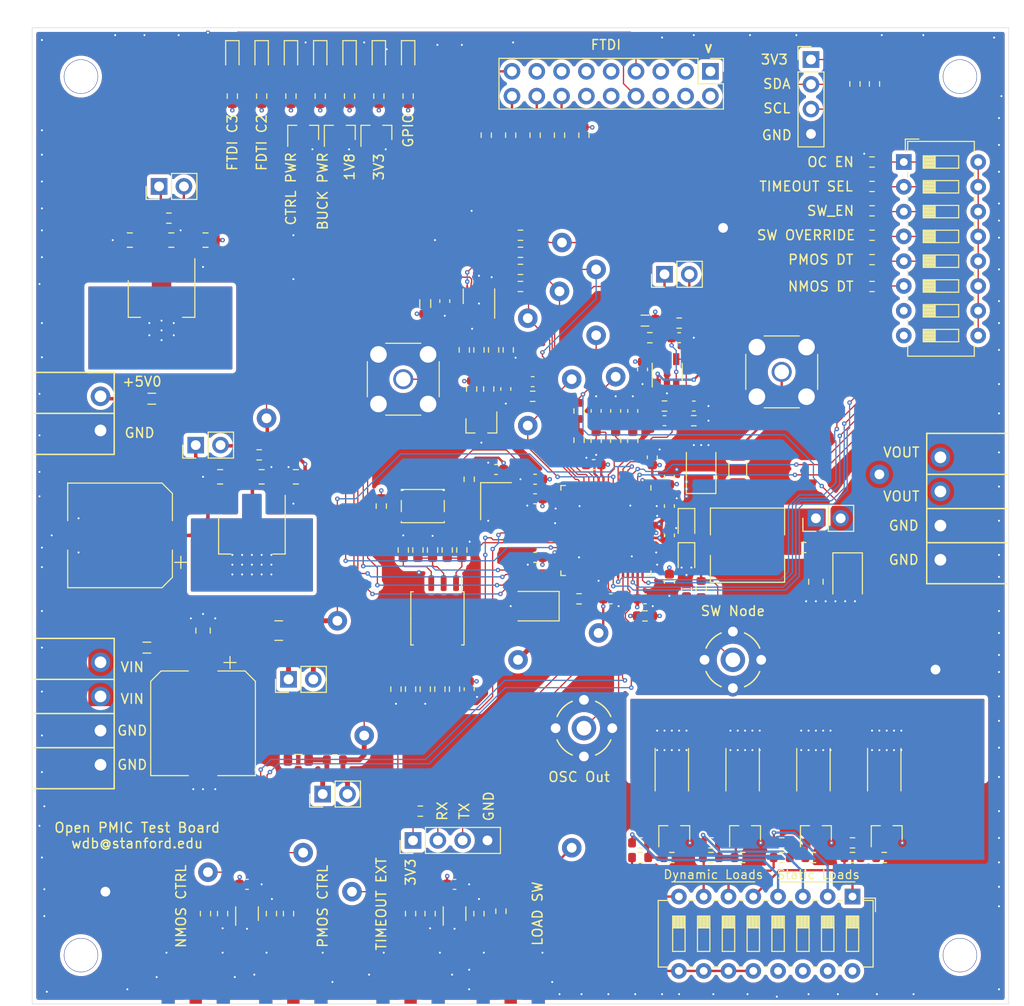
<source format=kicad_pcb>
(kicad_pcb (version 20171130) (host pcbnew 5.1.10-88a1d61d58~90~ubuntu20.04.1)
  (layers (0 F.Cu signal) (1 In1.Cu signal) (2 In2.Cu signal) (31 B.Cu signal) (34 B.Paste user) (35 F.Paste user) (36 B.SilkS user) (37 F.SilkS user) (38 B.Mask user) (39 F.Mask user) (44 Edge.Cuts user))
  (net 0 "")
  (net 1 GND)
  (net 2 "Net-(C101-Pad1)")
  (net 3 /BUCK_VOUT)
  (net 4 "Net-(C104-Pad1)")
  (net 5 /vcomp)
  (net 6 /vfb)
  (net 7 +3V3)
  (net 8 /user_vcore)
  (net 9 +1V8)
  (net 10 BUCK_PWR)
  (net 11 /CTRL_PRW_INJ)
  (net 12 /Power/VIN_PWR)
  (net 13 /Power/VIN_CTRL)
  (net 14 "Net-(C207-Pad1)")
  (net 15 "Net-(C208-Pad1)")
  (net 16 CTRL_PWR)
  (net 17 "Net-(C303-Pad1)")
  (net 18 IMON)
  (net 19 /TIA/TIA_VREF)
  (net 20 /TIA/TIA_SENSE)
  (net 21 "Net-(D101-Pad2)")
  (net 22 /GPIO)
  (net 23 "Net-(D102-Pad2)")
  (net 24 "Net-(D104-Pad2)")
  (net 25 "Net-(D104-Pad1)")
  (net 26 "Net-(D105-Pad2)")
  (net 27 "Net-(D105-Pad1)")
  (net 28 "Net-(D106-Pad2)")
  (net 29 "Net-(D106-Pad1)")
  (net 30 /vsw)
  (net 31 "Net-(D109-Pad2)")
  (net 32 /FTDI_C2)
  (net 33 "Net-(D110-Pad2)")
  (net 34 /FTDI_C3)
  (net 35 "Net-(FB201-Pad2)")
  (net 36 "Net-(FB202-Pad2)")
  (net 37 "Net-(FB203-Pad1)")
  (net 38 "Net-(J101-Pad1)")
  (net 39 "Net-(J102-Pad1)")
  (net 40 "Net-(J103-Pad1)")
  (net 41 "Net-(J104-Pad1)")
  (net 42 /SER_TX)
  (net 43 /SER_RX)
  (net 44 SCL)
  (net 45 SDA)
  (net 46 /FTDI_D0)
  (net 47 /FTDI_D1)
  (net 48 /FTDI_D2)
  (net 49 /FTDI_D3)
  (net 50 /FTDI_D4)
  (net 51 /FTDI_D5)
  (net 52 /FTDI_D6)
  (net 53 /FTDI_D7)
  (net 54 /FTDI_C0)
  (net 55 /FTDI_C1)
  (net 56 /FTDI_C4)
  (net 57 /FTDI_C5)
  (net 58 /FTDI_C6)
  (net 59 /FTDI_C7)
  (net 60 /FTDI_5V)
  (net 61 /FTDI_GND)
  (net 62 "Net-(J110-Pad1)")
  (net 63 "Net-(J202-Pad2)")
  (net 64 "Net-(J202-Pad1)")
  (net 65 VREF)
  (net 66 "Net-(Q501-Pad3)")
  (net 67 "Net-(Q501-Pad1)")
  (net 68 "Net-(Q502-Pad3)")
  (net 69 "Net-(Q502-Pad1)")
  (net 70 "Net-(Q503-Pad3)")
  (net 71 "Net-(Q503-Pad1)")
  (net 72 "Net-(Q504-Pad3)")
  (net 73 "Net-(Q504-Pad1)")
  (net 74 /oc_en)
  (net 75 /timeout_sel)
  (net 76 /sw_en)
  (net 77 /sw_override)
  (net 78 /pmos_dt)
  (net 79 /nmos_dt)
  (net 80 "Net-(R117-Pad2)")
  (net 81 /~RST)
  (net 82 /flash_~CS)
  (net 83 "Net-(R123-Pad1)")
  (net 84 /flash_clk)
  (net 85 "Net-(R124-Pad1)")
  (net 86 "Net-(R129-Pad2)")
  (net 87 "Net-(R130-Pad2)")
  (net 88 /HOST_SCK)
  (net 89 /HOST_CSB)
  (net 90 /HOST_SDI)
  (net 91 /HOST_SDO)
  (net 92 "Net-(R135-Pad2)")
  (net 93 "Net-(R136-Pad2)")
  (net 94 /flash_io0)
  (net 95 /flash_io1)
  (net 96 "Net-(R301-Pad2)")
  (net 97 "Net-(R303-Pad1)")
  (net 98 "Net-(R305-Pad1)")
  (net 99 "Net-(R306-Pad2)")
  (net 100 BIAS_OSC)
  (net 101 "Net-(R307-Pad2)")
  (net 102 BIAS_OPA)
  (net 103 "Net-(R308-Pad2)")
  (net 104 BIAS_SLOPE)
  (net 105 "Net-(R309-Pad2)")
  (net 106 BIAS_OC)
  (net 107 "Net-(R310-Pad1)")
  (net 108 "Net-(R311-Pad1)")
  (net 109 /Load/DYN1)
  (net 110 /Load/STAT1)
  (net 111 BUCK_VOUT)
  (net 112 /Load/DYN2)
  (net 113 /Load/STAT2)
  (net 114 /Load/DYN3)
  (net 115 /Load/STAT3)
  (net 116 /Load/DYN4)
  (net 117 /Load/STAT4)
  (net 118 "Net-(SW101-Pad8)")
  (net 119 "Net-(SW101-Pad7)")
  (net 120 LOAD_SW)
  (net 121 /nmos_val)
  (net 122 /pmos_val)
  (net 123 /timeout_ext)
  (net 124 /osc_monitor)
  (net 125 "Net-(U104-Pad31)")
  (net 126 /clk)
  (net 127 "Net-(U104-Pad19)")
  (net 128 "Net-(U104-Pad16)")
  (net 129 "Net-(U104-Pad15)")
  (net 130 "Net-(J105-Pad1)")
  (net 131 "Net-(C302-Pad1)")
  (net 132 "Net-(C301-Pad2)")
  (net 133 "Net-(R102-Pad2)")
  (net 134 "Net-(R103-Pad1)")
  (net 135 "Net-(R104-Pad2)")
  (net 136 "Net-(R105-Pad1)")
  (net 137 /TIA/TIA_3V3)
  (net 138 "Net-(R120-Pad1)")
  (module wbraun_smd:THM_COMPACT (layer F.Cu) (at 107.5 138.5)
    (fp_text reference TP111 hide)
    (fp_text value TestPoint)
    (pad 1 thru_hole circle (at 0 0) (size 2 2) (drill 1) (layers *.Cu *.Mask) (net 1 GND))
  )
  (module wbraun_smd:THM_COMPACT (layer F.Cu) (at 155.25 134)
    (fp_text reference TP110 hide)
    (fp_text value TestPoint)
    (pad 1 thru_hole circle (at 0 0) (size 2 2) (drill 1) (layers *.Cu *.Mask) (net 120 LOAD_SW))
  )
  (module wbraun_smd:THM_COMPACT (layer F.Cu) (at 127.75 134.5)
    (fp_text reference TP109 hide)
    (fp_text value TestPoint)
    (pad 1 thru_hole circle (at 0 0) (size 2 2) (drill 1) (layers *.Cu *.Mask) (net 122 /pmos_val))
  )
  (module wbraun_smd:THM_COMPACT (layer F.Cu) (at 132.75 138.5)
    (fp_text reference TP108 hide)
    (fp_text value TestPoint)
    (pad 1 thru_hole circle (at 0 0) (size 2 2) (drill 1) (layers *.Cu *.Mask) (net 123 /timeout_ext))
  )
  (module wbraun_smd:THM_COMPACT (layer F.Cu) (at 118 136.5)
    (fp_text reference TP107 hide)
    (fp_text value TestPoint)
    (pad 1 thru_hole circle (at 0 0) (size 2 2) (drill 1) (layers *.Cu *.Mask) (net 121 /nmos_val))
  )
  (module wbraun_smd:SW_SPST_PTS810 (layer F.Cu) (at 140 99 180)
    (fp_text reference SW102 hide)
    (fp_text value SW_Push)
    (pad 2 smd rect (at 2.075 1.075 180) (size 1.05 0.65) (layers F.Cu F.Paste F.Mask) (net 1 GND))
    (pad 2 smd rect (at -2.075 1.075 180) (size 1.05 0.65) (layers F.Cu F.Paste F.Mask) (net 1 GND))
    (pad 1 smd rect (at 2.075 -1.075 180) (size 1.05 0.65) (layers F.Cu F.Paste F.Mask) (net 81 /~RST))
    (pad 1 smd rect (at -2.075 -1.075 180) (size 1.05 0.65) (layers F.Cu F.Paste F.Mask) (net 81 /~RST))
  )
  (module wbraun_smd:L_Wuerth_WE-PD-Typ-7345 (layer F.Cu) (at 173.25 103)
    (fp_text reference L101 hide)
    (fp_text value 22u)
    (pad 2 smd rect (at 3 0) (size 2 1.7) (layers F.Cu F.Paste F.Mask) (net 130 "Net-(J105-Pad1)"))
    (pad 1 smd rect (at -3 0) (size 2 1.7) (layers F.Cu F.Paste F.Mask) (net 30 /vsw))
  )
  (module wbraun_smd:THM_COMPACT (layer F.Cu) (at 155.25 86)
    (fp_text reference TP106 hide)
    (fp_text value TestPoint)
    (pad 1 thru_hole circle (at 0 0) (size 2 2) (drill 1) (layers *.Cu *.Mask) (net 138 "Net-(R120-Pad1)"))
  )
  (module wbraun_smd:THM_COMPACT (layer F.Cu) (at 157.75 81.5)
    (fp_text reference TP105 hide)
    (fp_text value TestPoint)
    (pad 1 thru_hole circle (at 0 0) (size 2 2) (drill 1) (layers *.Cu *.Mask) (net 3 /BUCK_VOUT))
  )
  (module Resistor_SMD:R_0603_1608Metric (layer F.Cu) (at 156 89.25 270)
    (fp_text reference R149 hide)
    (fp_text value 20)
    (pad 2 smd roundrect (at 0.825 0 270) (size 0.8 0.95) (layers F.Cu F.Paste F.Mask) (net 138 "Net-(R120-Pad1)"))
    (pad 1 smd roundrect (at -0.825 0 270) (size 0.8 0.95) (layers F.Cu F.Paste F.Mask) (net 3 /BUCK_VOUT))
  )
  (module Resistor_SMD:R_0603_1608Metric (layer F.Cu) (at 139.75 130.25 180)
    (fp_text reference R148 hide)
    (fp_text value 4.7k)
    (pad 2 smd roundrect (at 0.825 0 180) (size 0.8 0.95) (layers F.Cu F.Paste F.Mask) (net 7 +3V3))
    (pad 1 smd roundrect (at -0.825 0 180) (size 0.8 0.95) (layers F.Cu F.Paste F.Mask) (net 43 /SER_RX))
  )
  (module Resistor_SMD:R_0603_1608Metric (layer F.Cu) (at 156.5 61 90)
    (fp_text reference R147 hide)
    (fp_text value 4.7k)
    (pad 2 smd roundrect (at 0.825 0 90) (size 0.8 0.95) (layers F.Cu F.Paste F.Mask) (net 7 +3V3))
    (pad 1 smd roundrect (at -0.825 0 90) (size 0.8 0.95) (layers F.Cu F.Paste F.Mask) (net 89 /HOST_CSB))
  )
  (module Connector_PinHeader_2.54mm:PinHeader_1x02_P2.54mm_Vertical (layer F.Cu) (at 113 66.25 90)
    (fp_text reference J204 hide)
    (fp_text value Conn_01x02_Male)
    (pad 2 thru_hole oval (at 0 2.54 90) (size 1.7 1.7) (drill 1) (layers *.Cu *.Mask) (net 7 +3V3))
    (pad 1 thru_hole rect (at 0 0 90) (size 1.7 1.7) (drill 1) (layers *.Cu *.Mask) (net 14 "Net-(C207-Pad1)"))
  )
  (module Resistor_SMD:R_0603_1608Metric (layer F.Cu) (at 186.25 55.75 90)
    (fp_text reference R313 hide)
    (fp_text value 4.7k)
    (pad 2 smd roundrect (at 0.825 0 90) (size 0.8 0.95) (layers F.Cu F.Paste F.Mask) (net 7 +3V3))
    (pad 1 smd roundrect (at -0.825 0 90) (size 0.8 0.95) (layers F.Cu F.Paste F.Mask) (net 44 SCL))
  )
  (module Resistor_SMD:R_0603_1608Metric (layer F.Cu) (at 184.25 55.75 90)
    (fp_text reference R312 hide)
    (fp_text value 4.7k)
    (pad 2 smd roundrect (at 0.825 0 90) (size 0.8 0.95) (layers F.Cu F.Paste F.Mask) (net 7 +3V3))
    (pad 1 smd roundrect (at -0.825 0 90) (size 0.8 0.95) (layers F.Cu F.Paste F.Mask) (net 45 SDA))
  )
  (module Inductor_SMD:L_0805_2012Metric (layer F.Cu) (at 162.75 80)
    (fp_text reference FB401 hide)
    (fp_text value Ferrite_Bead_Small)
    (pad 2 smd roundrect (at 1.0625 0) (size 0.875 1.2) (layers F.Cu F.Paste F.Mask) (net 7 +3V3))
    (pad 1 smd roundrect (at -1.0625 0) (size 0.875 1.2) (layers F.Cu F.Paste F.Mask) (net 137 /TIA/TIA_3V3))
  )
  (module Resistor_SMD:R_0603_1608Metric (layer F.Cu) (at 148 140.5 90)
    (fp_text reference R146 hide)
    (fp_text value 47)
    (pad 2 smd roundrect (at 0.825 0 90) (size 0.8 0.95) (layers F.Cu F.Paste F.Mask) (net 41 "Net-(J104-Pad1)"))
    (pad 1 smd roundrect (at -0.825 0 90) (size 0.8 0.95) (layers F.Cu F.Paste F.Mask) (net 136 "Net-(R105-Pad1)"))
  )
  (module Resistor_SMD:R_0603_1608Metric (layer F.Cu) (at 138.75 140.75 270)
    (fp_text reference R145 hide)
    (fp_text value 47)
    (pad 2 smd roundrect (at 0.825 0 270) (size 0.8 0.95) (layers F.Cu F.Paste F.Mask) (net 40 "Net-(J103-Pad1)"))
    (pad 1 smd roundrect (at -0.825 0 270) (size 0.8 0.95) (layers F.Cu F.Paste F.Mask) (net 135 "Net-(R104-Pad2)"))
  )
  (module Resistor_SMD:R_0603_1608Metric (layer F.Cu) (at 126.25 140.75 90)
    (fp_text reference R144 hide)
    (fp_text value 47)
    (pad 2 smd roundrect (at 0.825 0 90) (size 0.8 0.95) (layers F.Cu F.Paste F.Mask) (net 39 "Net-(J102-Pad1)"))
    (pad 1 smd roundrect (at -0.825 0 90) (size 0.8 0.95) (layers F.Cu F.Paste F.Mask) (net 134 "Net-(R103-Pad1)"))
  )
  (module Resistor_SMD:R_0603_1608Metric (layer F.Cu) (at 117.75 140.75 270)
    (fp_text reference R143 hide)
    (fp_text value 47)
    (pad 2 smd roundrect (at 0.825 0 270) (size 0.8 0.95) (layers F.Cu F.Paste F.Mask) (net 38 "Net-(J101-Pad1)"))
    (pad 1 smd roundrect (at -0.825 0 270) (size 0.8 0.95) (layers F.Cu F.Paste F.Mask) (net 133 "Net-(R102-Pad2)"))
  )
  (module wbraun_smd:R_Shunt_Ohmite_LVK12 (layer F.Cu) (at 125.25 111.75 270)
    (fp_text reference R201 hide)
    (fp_text value 10m)
    (pad 3 smd rect (at 0.7 1.375 270) (size 1.1 1.75) (layers F.Cu F.Paste F.Mask) (net 64 "Net-(J202-Pad1)"))
    (pad 4 smd rect (at -0.7 1.375 270) (size 1.1 1.75) (layers F.Cu F.Paste F.Mask) (net 12 /Power/VIN_PWR))
    (pad 2 smd rect (at 0.7 -1.375 270) (size 1.1 1.75) (layers F.Cu F.Paste F.Mask) (net 63 "Net-(J202-Pad2)"))
    (pad 1 smd rect (at -0.7 -1.375 270) (size 1.1 1.75) (layers F.Cu F.Paste F.Mask) (net 10 BUCK_PWR))
  )
  (module Connector_Coaxial:SMA_Amphenol_132134_Vertical (layer F.Cu) (at 138 86 180)
    (fp_text reference J301 hide)
    (fp_text value Conn_Coaxial)
    (pad 2 thru_hole circle (at -2.54 2.54 180) (size 2.25 2.25) (drill 1.7) (layers *.Cu *.Mask) (net 1 GND))
    (pad 2 thru_hole circle (at -2.54 -2.54 180) (size 2.25 2.25) (drill 1.7) (layers *.Cu *.Mask) (net 1 GND))
    (pad 2 thru_hole circle (at 2.54 -2.54 180) (size 2.25 2.25) (drill 1.7) (layers *.Cu *.Mask) (net 1 GND))
    (pad 2 thru_hole circle (at 2.54 2.54 180) (size 2.25 2.25) (drill 1.7) (layers *.Cu *.Mask) (net 1 GND))
    (pad 1 thru_hole circle (at 0 0 180) (size 2.05 2.05) (drill 1.5) (layers *.Cu *.Mask) (net 132 "Net-(C301-Pad2)"))
  )
  (module Connector_Coaxial:SMA_Amphenol_132134_Vertical (layer F.Cu) (at 176.75 85.25 180)
    (fp_text reference J110 hide)
    (fp_text value Conn_Coaxial)
    (pad 2 thru_hole circle (at -2.54 2.54 180) (size 2.25 2.25) (drill 1.7) (layers *.Cu *.Mask) (net 1 GND))
    (pad 2 thru_hole circle (at -2.54 -2.54 180) (size 2.25 2.25) (drill 1.7) (layers *.Cu *.Mask) (net 1 GND))
    (pad 2 thru_hole circle (at 2.54 -2.54 180) (size 2.25 2.25) (drill 1.7) (layers *.Cu *.Mask) (net 1 GND))
    (pad 2 thru_hole circle (at 2.54 2.54 180) (size 2.25 2.25) (drill 1.7) (layers *.Cu *.Mask) (net 1 GND))
    (pad 1 thru_hole circle (at 0 0 180) (size 2.05 2.05) (drill 1.5) (layers *.Cu *.Mask) (net 62 "Net-(J110-Pad1)"))
  )
  (module Resistor_SMD:R_0603_1608Metric (layer F.Cu) (at 159.75 92.25 90)
    (fp_text reference R107 hide)
    (fp_text value DNP)
    (pad 2 smd roundrect (at 0.825 0 90) (size 0.8 0.95) (layers F.Cu F.Paste F.Mask) (net 5 /vcomp))
    (pad 1 smd roundrect (at -0.825 0 90) (size 0.8 0.95) (layers F.Cu F.Paste F.Mask) (net 6 /vfb))
  )
  (module Capacitor_SMD:C_0603_1608Metric (layer F.Cu) (at 151.25 86.25 180)
    (fp_text reference C301 hide)
    (fp_text value C)
    (pad 2 smd roundrect (at 0.775 0 180) (size 0.9 0.95) (layers F.Cu F.Paste F.Mask) (net 132 "Net-(C301-Pad2)"))
    (pad 1 smd roundrect (at -0.775 0 180) (size 0.9 0.95) (layers F.Cu F.Paste F.Mask) (net 65 VREF))
  )
  (module Resistor_SMD:R_0603_1608Metric (layer F.Cu) (at 179 103.25 180)
    (fp_text reference R142 hide)
    (fp_text value 0)
    (pad 2 smd roundrect (at 0.825 0 180) (size 0.8 0.95) (layers F.Cu F.Paste F.Mask) (net 130 "Net-(J105-Pad1)"))
    (pad 1 smd roundrect (at -0.825 0 180) (size 0.8 0.95) (layers F.Cu F.Paste F.Mask) (net 3 /BUCK_VOUT))
  )
  (module wbraun_smd:M3-mounting-hole-insulated (layer F.Cu) (at 195 145)
    (fp_text reference J118 hide)
    (fp_text value mounting-hole-nc)
    (pad "" np_thru_hole circle (at 0 0) (size 3.5 3.5) (drill 3.4) (layers *.Cu *.Mask))
  )
  (module wbraun_smd:M3-mounting-hole-insulated (layer F.Cu) (at 105 145)
    (fp_text reference J117 hide)
    (fp_text value mounting-hole-nc)
    (pad "" np_thru_hole circle (at 0 0) (size 3.5 3.5) (drill 3.4) (layers *.Cu *.Mask))
  )
  (module wbraun_smd:M3-mounting-hole-insulated (layer F.Cu) (at 105 55)
    (fp_text reference J116 hide)
    (fp_text value mounting-hole-nc)
    (pad "" np_thru_hole circle (at 0 0) (size 3.5 3.5) (drill 3.4) (layers *.Cu *.Mask))
  )
  (module wbraun_smd:M3-mounting-hole-insulated (layer F.Cu) (at 195 55)
    (fp_text reference J115 hide)
    (fp_text value mounting-hole-nc)
    (pad "" np_thru_hole circle (at 0 0) (size 3.5 3.5) (drill 3.4) (layers *.Cu *.Mask))
  )
  (module wbraun_smd:PK007-015 (layer F.Cu) (at 156.5 121.75 270)
    (fp_text reference J114 hide)
    (fp_text value Conn_Coaxial)
    (pad 1 thru_hole circle (at 0 0 270) (size 2.5 2.5) (drill 1.5) (layers *.Cu *.Mask) (net 124 /osc_monitor))
    (pad 2 thru_hole circle (at 2.9 0 270) (size 1.7 1.7) (drill 1) (layers *.Cu *.Mask) (net 1 GND))
    (pad 2 thru_hole circle (at 0 -2.9 270) (size 1.7 1.7) (drill 1) (layers *.Cu *.Mask) (net 1 GND))
    (pad 2 thru_hole circle (at -2.9 0 270) (size 1.7 1.7) (drill 1) (layers *.Cu *.Mask) (net 1 GND))
    (pad 2 thru_hole circle (at 0 2.9 270) (size 1.7 1.7) (drill 1) (layers *.Cu *.Mask) (net 1 GND))
  )
  (module Capacitor_SMD:C_0603_1608Metric (layer F.Cu) (at 143.25 137.75)
    (fp_text reference C121 hide)
    (fp_text value 0.47u)
    (pad 2 smd roundrect (at 0.775 0) (size 0.9 0.95) (layers F.Cu F.Paste F.Mask) (net 1 GND))
    (pad 1 smd roundrect (at -0.775 0) (size 0.9 0.95) (layers F.Cu F.Paste F.Mask) (net 7 +3V3))
  )
  (module Capacitor_SMD:C_0603_1608Metric (layer F.Cu) (at 122 137.75)
    (fp_text reference C120 hide)
    (fp_text value 0.47u)
    (pad 2 smd roundrect (at 0.775 0) (size 0.9 0.95) (layers F.Cu F.Paste F.Mask) (net 1 GND))
    (pad 1 smd roundrect (at -0.775 0) (size 0.9 0.95) (layers F.Cu F.Paste F.Mask) (net 7 +3V3))
  )
  (module wbraun_smd:Terminal-block-plug_4x1_3.5mm-pitch (layer F.Cu) (at 193 99.25 270)
    (fp_text reference J113 hide)
    (fp_text value Conn_01x04_Female)
    (pad 1 thru_hole circle (at -5.25 0 270) (size 2 2) (drill 1.2) (layers *.Cu *.Mask) (net 3 /BUCK_VOUT))
    (pad 2 thru_hole circle (at -1.75 0 270) (size 2 2) (drill 1.2) (layers *.Cu *.Mask) (net 3 /BUCK_VOUT))
    (pad 3 thru_hole circle (at 1.75 0 270) (size 2 2) (drill 1.2) (layers *.Cu *.Mask) (net 1 GND))
    (pad 4 thru_hole circle (at 5.25 0 270) (size 2 2) (drill 1.2) (layers *.Cu *.Mask) (net 1 GND))
  )
  (module Connector_PinHeader_2.54mm:PinHeader_1x02_P2.54mm_Vertical (layer F.Cu) (at 180.25 100.25 90)
    (fp_text reference J105 hide)
    (fp_text value Conn_01x02_Male)
    (pad 2 thru_hole oval (at 0 2.54 90) (size 1.7 1.7) (drill 1) (layers *.Cu *.Mask) (net 3 /BUCK_VOUT))
    (pad 1 thru_hole rect (at 0 0 90) (size 1.7 1.7) (drill 1) (layers *.Cu *.Mask) (net 130 "Net-(J105-Pad1)"))
  )
  (module Oscillator:Oscillator_SMD_Abracon_ASE-4Pin_3.2x2.5mm (layer F.Cu) (at 147.5 98.5 270)
    (fp_text reference X101 hide)
    (fp_text value ASE-10.000MHZ-LC-T)
    (pad 4 smd rect (at -1.05 -0.825 270) (size 1.3 1.1) (layers F.Cu F.Paste F.Mask) (net 7 +3V3))
    (pad 3 smd rect (at 1.05 -0.825 270) (size 1.3 1.1) (layers F.Cu F.Paste F.Mask) (net 126 /clk))
    (pad 2 smd rect (at 1.05 0.825 270) (size 1.3 1.1) (layers F.Cu F.Paste F.Mask) (net 1 GND))
    (pad 1 smd rect (at -1.05 0.825 270) (size 1.3 1.1) (layers F.Cu F.Paste F.Mask) (net 80 "Net-(R117-Pad2)"))
  )
  (module Package_TO_SOT_SMD:TSOT-23-6 (layer F.Cu) (at 165 85.25 90)
    (fp_text reference U401 hide)
    (fp_text value LMH6601)
    (pad 6 smd rect (at 1.31 -0.95 90) (size 1.22 0.65) (layers F.Cu F.Paste F.Mask) (net 137 /TIA/TIA_3V3))
    (pad 5 smd rect (at 1.31 0 90) (size 1.22 0.65) (layers F.Cu F.Paste F.Mask) (net 137 /TIA/TIA_3V3))
    (pad 4 smd rect (at 1.31 0.95 90) (size 1.22 0.65) (layers F.Cu F.Paste F.Mask) (net 18 IMON))
    (pad 3 smd rect (at -1.31 0.95 90) (size 1.22 0.65) (layers F.Cu F.Paste F.Mask) (net 19 /TIA/TIA_VREF))
    (pad 2 smd rect (at -1.31 0 90) (size 1.22 0.65) (layers F.Cu F.Paste F.Mask) (net 1 GND))
    (pad 1 smd rect (at -1.31 -0.95 90) (size 1.22 0.65) (layers F.Cu F.Paste F.Mask) (net 20 /TIA/TIA_SENSE))
  )
  (module Package_DFN_QFN:TDFN-14-1EP_3x3mm_P0.4mm_EP1.78x2.35mm (layer F.Cu) (at 145.75 78.25 90)
    (fp_text reference U302 hide)
    (fp_text value DS4424N+)
    (pad 15 smd rect (at 0 0 90) (size 1.78 2.35) (layers F.Cu F.Mask) (net 1 GND))
    (pad 14 smd roundrect (at 1.4875 -1.2 90) (size 0.775 0.2) (layers F.Cu F.Paste F.Mask) (net 99 "Net-(R306-Pad2)"))
    (pad 13 smd roundrect (at 1.4875 -0.8 90) (size 0.775 0.2) (layers F.Cu F.Paste F.Mask) (net 131 "Net-(C302-Pad1)"))
    (pad 12 smd roundrect (at 1.4875 -0.4 90) (size 0.775 0.2) (layers F.Cu F.Paste F.Mask) (net 101 "Net-(R307-Pad2)"))
    (pad 11 smd roundrect (at 1.4875 0 90) (size 0.775 0.2) (layers F.Cu F.Paste F.Mask) (net 1 GND))
    (pad 10 smd roundrect (at 1.4875 0.4 90) (size 0.775 0.2) (layers F.Cu F.Paste F.Mask) (net 103 "Net-(R308-Pad2)"))
    (pad 9 smd roundrect (at 1.4875 0.8 90) (size 0.775 0.2) (layers F.Cu F.Paste F.Mask) (net 1 GND))
    (pad 8 smd roundrect (at 1.4875 1.2 90) (size 0.775 0.2) (layers F.Cu F.Paste F.Mask) (net 105 "Net-(R309-Pad2)"))
    (pad 7 smd roundrect (at -1.4875 1.2 90) (size 0.775 0.2) (layers F.Cu F.Paste F.Mask) (net 97 "Net-(R303-Pad1)"))
    (pad 6 smd roundrect (at -1.4875 0.8 90) (size 0.775 0.2) (layers F.Cu F.Paste F.Mask) (net 98 "Net-(R305-Pad1)"))
    (pad 5 smd roundrect (at -1.4875 0.4 90) (size 0.775 0.2) (layers F.Cu F.Paste F.Mask) (net 107 "Net-(R310-Pad1)"))
    (pad 4 smd roundrect (at -1.4875 0 90) (size 0.775 0.2) (layers F.Cu F.Paste F.Mask) (net 108 "Net-(R311-Pad1)"))
    (pad 3 smd roundrect (at -1.4875 -0.4 90) (size 0.775 0.2) (layers F.Cu F.Paste F.Mask) (net 1 GND))
    (pad 2 smd roundrect (at -1.4875 -0.8 90) (size 0.775 0.2) (layers F.Cu F.Paste F.Mask) (net 44 SCL))
    (pad 1 smd roundrect (at -1.4875 -1.2 90) (size 0.775 0.2) (layers F.Cu F.Paste F.Mask) (net 45 SDA))
  )
  (module Package_TO_SOT_SMD:SOT-23 (layer F.Cu) (at 146 90.75 270)
    (fp_text reference U301 hide)
    (fp_text value AZ431LANTR-G1)
    (pad 3 smd rect (at 1 0 270) (size 0.9 0.8) (layers F.Cu F.Paste F.Mask) (net 1 GND))
    (pad 2 smd rect (at -1 0.95 270) (size 0.9 0.8) (layers F.Cu F.Paste F.Mask) (net 96 "Net-(R301-Pad2)"))
    (pad 1 smd rect (at -1 -0.95 270) (size 0.9 0.8) (layers F.Cu F.Paste F.Mask) (net 96 "Net-(R301-Pad2)"))
  )
  (module Package_TO_SOT_SMD:SOT-223-3_TabPin2 (layer F.Cu) (at 122.5 102 270)
    (fp_text reference U202 hide)
    (fp_text value AZ1117-1.8)
    (pad 1 smd rect (at -3.15 -2.3 270) (size 2 1.5) (layers F.Cu F.Paste F.Mask) (net 1 GND))
    (pad 3 smd rect (at -3.15 2.3 270) (size 2 1.5) (layers F.Cu F.Paste F.Mask) (net 13 /Power/VIN_CTRL))
    (pad 2 smd rect (at -3.15 0 270) (size 2 1.5) (layers F.Cu F.Paste F.Mask) (net 15 "Net-(C208-Pad1)"))
    (pad 2 smd rect (at 3.15 0 270) (size 2 3.8) (layers F.Cu F.Paste F.Mask) (net 15 "Net-(C208-Pad1)"))
  )
  (module Package_TO_SOT_SMD:SOT-223-3_TabPin2 (layer F.Cu) (at 113.25 77.75 270)
    (fp_text reference U201 hide)
    (fp_text value AZ1117-3.3)
    (pad 1 smd rect (at -3.15 -2.3 270) (size 2 1.5) (layers F.Cu F.Paste F.Mask) (net 1 GND))
    (pad 3 smd rect (at -3.15 2.3 270) (size 2 1.5) (layers F.Cu F.Paste F.Mask) (net 13 /Power/VIN_CTRL))
    (pad 2 smd rect (at -3.15 0 270) (size 2 1.5) (layers F.Cu F.Paste F.Mask) (net 14 "Net-(C207-Pad1)"))
    (pad 2 smd rect (at 3.15 0 270) (size 2 3.8) (layers F.Cu F.Paste F.Mask) (net 14 "Net-(C207-Pad1)"))
  )
  (module Package_DFN_QFN:QFN-64-1EP_9x9mm_P0.5mm_EP6x6mm (layer F.Cu) (at 158.75 101.5 270)
    (fp_text reference U104 hide)
    (fp_text value Caravel-QFN)
    (pad 65 smd rect (at 0 0 270) (size 6 6) (layers F.Cu F.Mask) (net 1 GND))
    (pad 64 smd roundrect (at -3.75 -4.4375 270) (size 0.25 0.875) (layers F.Cu F.Paste F.Mask) (net 7 +3V3))
    (pad 63 smd roundrect (at -3.25 -4.4375 270) (size 0.25 0.875) (layers F.Cu F.Paste F.Mask) (net 8 /user_vcore))
    (pad 62 smd roundrect (at -2.75 -4.4375 270) (size 0.25 0.875) (layers F.Cu F.Paste F.Mask) (net 1 GND))
    (pad 61 smd roundrect (at -2.25 -4.4375 270) (size 0.25 0.875) (layers F.Cu F.Paste F.Mask) (net 1 GND))
    (pad 60 smd roundrect (at -1.75 -4.4375 270) (size 0.25 0.875) (layers F.Cu F.Paste F.Mask) (net 1 GND))
    (pad 59 smd roundrect (at -1.25 -4.4375 270) (size 0.25 0.875) (layers F.Cu F.Paste F.Mask) (net 1 GND))
    (pad 58 smd roundrect (at -0.75 -4.4375 270) (size 0.25 0.875) (layers F.Cu F.Paste F.Mask) (net 10 BUCK_PWR))
    (pad 57 smd roundrect (at -0.25 -4.4375 270) (size 0.25 0.875) (layers F.Cu F.Paste F.Mask) (net 10 BUCK_PWR))
    (pad 56 smd roundrect (at 0.25 -4.4375 270) (size 0.25 0.875) (layers F.Cu F.Paste F.Mask) (net 1 GND))
    (pad 55 smd roundrect (at 0.75 -4.4375 270) (size 0.25 0.875) (layers F.Cu F.Paste F.Mask) (net 10 BUCK_PWR))
    (pad 54 smd roundrect (at 1.25 -4.4375 270) (size 0.25 0.875) (layers F.Cu F.Paste F.Mask) (net 30 /vsw))
    (pad 53 smd roundrect (at 1.75 -4.4375 270) (size 0.25 0.875) (layers F.Cu F.Paste F.Mask) (net 30 /vsw))
    (pad 52 smd roundrect (at 2.25 -4.4375 270) (size 0.25 0.875) (layers F.Cu F.Paste F.Mask) (net 1 GND))
    (pad 51 smd roundrect (at 2.75 -4.4375 270) (size 0.25 0.875) (layers F.Cu F.Paste F.Mask) (net 30 /vsw))
    (pad 50 smd roundrect (at 3.25 -4.4375 270) (size 0.25 0.875) (layers F.Cu F.Paste F.Mask) (net 1 GND))
    (pad 49 smd roundrect (at 3.75 -4.4375 270) (size 0.25 0.875) (layers F.Cu F.Paste F.Mask) (net 8 /user_vcore))
    (pad 48 smd roundrect (at 4.4375 -3.75 270) (size 0.875 0.25) (layers F.Cu F.Paste F.Mask) (net 76 /sw_en))
    (pad 47 smd roundrect (at 4.4375 -3.25 270) (size 0.875 0.25) (layers F.Cu F.Paste F.Mask) (net 11 /CTRL_PRW_INJ))
    (pad 46 smd roundrect (at 4.4375 -2.75 270) (size 0.875 0.25) (layers F.Cu F.Paste F.Mask) (net 77 /sw_override))
    (pad 45 smd roundrect (at 4.4375 -2.25 270) (size 0.875 0.25) (layers F.Cu F.Paste F.Mask) (net 122 /pmos_val))
    (pad 44 smd roundrect (at 4.4375 -1.75 270) (size 0.875 0.25) (layers F.Cu F.Paste F.Mask) (net 121 /nmos_val))
    (pad 43 smd roundrect (at 4.4375 -1.25 270) (size 0.875 0.25) (layers F.Cu F.Paste F.Mask) (net 78 /pmos_dt))
    (pad 42 smd roundrect (at 4.4375 -0.75 270) (size 0.875 0.25) (layers F.Cu F.Paste F.Mask) (net 79 /nmos_dt))
    (pad 41 smd roundrect (at 4.4375 -0.25 270) (size 0.875 0.25) (layers F.Cu F.Paste F.Mask) (net 124 /osc_monitor))
    (pad 40 smd roundrect (at 4.4375 0.25 270) (size 0.875 0.25) (layers F.Cu F.Paste F.Mask) (net 11 /CTRL_PRW_INJ))
    (pad 39 smd roundrect (at 4.4375 0.75 270) (size 0.875 0.25) (layers F.Cu F.Paste F.Mask) (net 1 GND))
    (pad 38 smd roundrect (at 4.4375 1.25 270) (size 0.875 0.25) (layers F.Cu F.Paste F.Mask) (net 1 GND))
    (pad 37 smd roundrect (at 4.4375 1.75 270) (size 0.875 0.25) (layers F.Cu F.Paste F.Mask) (net 42 /SER_TX))
    (pad 36 smd roundrect (at 4.4375 2.25 270) (size 0.875 0.25) (layers F.Cu F.Paste F.Mask) (net 43 /SER_RX))
    (pad 35 smd roundrect (at 4.4375 2.75 270) (size 0.875 0.25) (layers F.Cu F.Paste F.Mask) (net 88 /HOST_SCK))
    (pad 34 smd roundrect (at 4.4375 3.25 270) (size 0.875 0.25) (layers F.Cu F.Paste F.Mask) (net 89 /HOST_CSB))
    (pad 33 smd roundrect (at 4.4375 3.75 270) (size 0.875 0.25) (layers F.Cu F.Paste F.Mask) (net 90 /HOST_SDI))
    (pad 32 smd roundrect (at 3.75 4.4375 270) (size 0.25 0.875) (layers F.Cu F.Paste F.Mask) (net 91 /HOST_SDO))
    (pad 31 smd roundrect (at 3.25 4.4375 270) (size 0.25 0.875) (layers F.Cu F.Paste F.Mask) (net 125 "Net-(U104-Pad31)"))
    (pad 30 smd roundrect (at 2.75 4.4375 270) (size 0.25 0.875) (layers F.Cu F.Paste F.Mask) (net 7 +3V3))
    (pad 29 smd roundrect (at 2.25 4.4375 270) (size 0.25 0.875) (layers F.Cu F.Paste F.Mask) (net 1 GND))
    (pad 28 smd roundrect (at 1.75 4.4375 270) (size 0.25 0.875) (layers F.Cu F.Paste F.Mask) (net 22 /GPIO))
    (pad 27 smd roundrect (at 1.25 4.4375 270) (size 0.25 0.875) (layers F.Cu F.Paste F.Mask) (net 95 /flash_io1))
    (pad 26 smd roundrect (at 0.75 4.4375 270) (size 0.25 0.875) (layers F.Cu F.Paste F.Mask) (net 94 /flash_io0))
    (pad 25 smd roundrect (at 0.25 4.4375 270) (size 0.25 0.875) (layers F.Cu F.Paste F.Mask) (net 84 /flash_clk))
    (pad 24 smd roundrect (at -0.25 4.4375 270) (size 0.25 0.875) (layers F.Cu F.Paste F.Mask) (net 82 /flash_~CS))
    (pad 23 smd roundrect (at -0.75 4.4375 270) (size 0.25 0.875) (layers F.Cu F.Paste F.Mask) (net 1 GND))
    (pad 22 smd roundrect (at -1.25 4.4375 270) (size 0.25 0.875) (layers F.Cu F.Paste F.Mask) (net 126 /clk))
    (pad 21 smd roundrect (at -1.75 4.4375 270) (size 0.25 0.875) (layers F.Cu F.Paste F.Mask) (net 81 /~RST))
    (pad 20 smd roundrect (at -2.25 4.4375 270) (size 0.25 0.875) (layers F.Cu F.Paste F.Mask) (net 1 GND))
    (pad 19 smd roundrect (at -2.75 4.4375 270) (size 0.25 0.875) (layers F.Cu F.Paste F.Mask) (net 127 "Net-(U104-Pad19)"))
    (pad 18 smd roundrect (at -3.25 4.4375 270) (size 0.25 0.875) (layers F.Cu F.Paste F.Mask) (net 9 +1V8))
    (pad 17 smd roundrect (at -3.75 4.4375 270) (size 0.25 0.875) (layers F.Cu F.Paste F.Mask) (net 7 +3V3))
    (pad 16 smd roundrect (at -4.4375 3.75 270) (size 0.875 0.25) (layers F.Cu F.Paste F.Mask) (net 128 "Net-(U104-Pad16)"))
    (pad 15 smd roundrect (at -4.4375 3.25 270) (size 0.875 0.25) (layers F.Cu F.Paste F.Mask) (net 129 "Net-(U104-Pad15)"))
    (pad 14 smd roundrect (at -4.4375 2.75 270) (size 0.875 0.25) (layers F.Cu F.Paste F.Mask) (net 102 BIAS_OPA))
    (pad 13 smd roundrect (at -4.4375 2.25 270) (size 0.875 0.25) (layers F.Cu F.Paste F.Mask) (net 106 BIAS_OC))
    (pad 12 smd roundrect (at -4.4375 1.75 270) (size 0.875 0.25) (layers F.Cu F.Paste F.Mask) (net 104 BIAS_SLOPE))
    (pad 11 smd roundrect (at -4.4375 1.25 270) (size 0.875 0.25) (layers F.Cu F.Paste F.Mask) (net 100 BIAS_OSC))
    (pad 10 smd roundrect (at -4.4375 0.75 270) (size 0.875 0.25) (layers F.Cu F.Paste F.Mask) (net 1 GND))
    (pad 9 smd roundrect (at -4.4375 0.25 270) (size 0.875 0.25) (layers F.Cu F.Paste F.Mask) (net 11 /CTRL_PRW_INJ))
    (pad 8 smd roundrect (at -4.4375 -0.25 270) (size 0.875 0.25) (layers F.Cu F.Paste F.Mask) (net 6 /vfb))
    (pad 7 smd roundrect (at -4.4375 -0.75 270) (size 0.875 0.25) (layers F.Cu F.Paste F.Mask) (net 65 VREF))
    (pad 6 smd roundrect (at -4.4375 -1.25 270) (size 0.875 0.25) (layers F.Cu F.Paste F.Mask) (net 5 /vcomp))
    (pad 5 smd roundrect (at -4.4375 -1.75 270) (size 0.875 0.25) (layers F.Cu F.Paste F.Mask) (net 18 IMON))
    (pad 4 smd roundrect (at -4.4375 -2.25 270) (size 0.875 0.25) (layers F.Cu F.Paste F.Mask) (net 123 /timeout_ext))
    (pad 3 smd roundrect (at -4.4375 -2.75 270) (size 0.875 0.25) (layers F.Cu F.Paste F.Mask) (net 75 /timeout_sel))
    (pad 2 smd roundrect (at -4.4375 -3.25 270) (size 0.875 0.25) (layers F.Cu F.Paste F.Mask) (net 74 /oc_en))
    (pad 1 smd roundrect (at -4.4375 -3.75 270) (size 0.875 0.25) (layers F.Cu F.Paste F.Mask) (net 1 GND))
  )
  (module Package_SO:SOIC-8_5.23x5.23mm_P1.27mm (layer F.Cu) (at 141.5 110.5 270)
    (fp_text reference U103 hide)
    (fp_text value W25Q32JVSS)
    (pad 8 smd roundrect (at 3.6 -1.905 270) (size 1.6 0.6) (layers F.Cu F.Paste F.Mask) (net 7 +3V3))
    (pad 7 smd roundrect (at 3.6 -0.635 270) (size 1.6 0.6) (layers F.Cu F.Paste F.Mask) (net 86 "Net-(R129-Pad2)"))
    (pad 6 smd roundrect (at 3.6 0.635 270) (size 1.6 0.6) (layers F.Cu F.Paste F.Mask) (net 85 "Net-(R124-Pad1)"))
    (pad 5 smd roundrect (at 3.6 1.905 270) (size 1.6 0.6) (layers F.Cu F.Paste F.Mask) (net 93 "Net-(R136-Pad2)"))
    (pad 4 smd roundrect (at -3.6 1.905 270) (size 1.6 0.6) (layers F.Cu F.Paste F.Mask) (net 1 GND))
    (pad 3 smd roundrect (at -3.6 0.635 270) (size 1.6 0.6) (layers F.Cu F.Paste F.Mask) (net 87 "Net-(R130-Pad2)"))
    (pad 2 smd roundrect (at -3.6 -0.635 270) (size 1.6 0.6) (layers F.Cu F.Paste F.Mask) (net 92 "Net-(R135-Pad2)"))
    (pad 1 smd roundrect (at -3.6 -1.905 270) (size 1.6 0.6) (layers F.Cu F.Paste F.Mask) (net 83 "Net-(R123-Pad1)"))
  )
  (module Package_TO_SOT_SMD:SOT-363_SC-70-6 (layer F.Cu) (at 143.25 140.75 90)
    (fp_text reference U102 hide)
    (fp_text value 74LVC2G34)
    (pad 6 smd rect (at 0.95 -0.65 90) (size 0.65 0.4) (layers F.Cu F.Paste F.Mask) (net 123 /timeout_ext))
    (pad 4 smd rect (at 0.95 0.65 90) (size 0.65 0.4) (layers F.Cu F.Paste F.Mask) (net 120 LOAD_SW))
    (pad 2 smd rect (at -0.95 0 90) (size 0.65 0.4) (layers F.Cu F.Paste F.Mask) (net 1 GND))
    (pad 5 smd rect (at 0.95 0 90) (size 0.65 0.4) (layers F.Cu F.Paste F.Mask) (net 7 +3V3))
    (pad 3 smd rect (at -0.95 0.65 90) (size 0.65 0.4) (layers F.Cu F.Paste F.Mask) (net 136 "Net-(R105-Pad1)"))
    (pad 1 smd rect (at -0.95 -0.65 90) (size 0.65 0.4) (layers F.Cu F.Paste F.Mask) (net 135 "Net-(R104-Pad2)"))
  )
  (module Package_TO_SOT_SMD:SOT-363_SC-70-6 (layer F.Cu) (at 122 140.75 90)
    (fp_text reference U101 hide)
    (fp_text value 74LVC2G34)
    (pad 6 smd rect (at 0.95 -0.65 90) (size 0.65 0.4) (layers F.Cu F.Paste F.Mask) (net 121 /nmos_val))
    (pad 4 smd rect (at 0.95 0.65 90) (size 0.65 0.4) (layers F.Cu F.Paste F.Mask) (net 122 /pmos_val))
    (pad 2 smd rect (at -0.95 0 90) (size 0.65 0.4) (layers F.Cu F.Paste F.Mask) (net 1 GND))
    (pad 5 smd rect (at 0.95 0 90) (size 0.65 0.4) (layers F.Cu F.Paste F.Mask) (net 7 +3V3))
    (pad 3 smd rect (at -0.95 0.65 90) (size 0.65 0.4) (layers F.Cu F.Paste F.Mask) (net 134 "Net-(R103-Pad1)"))
    (pad 1 smd rect (at -0.95 -0.65 90) (size 0.65 0.4) (layers F.Cu F.Paste F.Mask) (net 133 "Net-(R102-Pad2)"))
  )
  (module wbraun_smd:THM_COMPACT (layer F.Cu) (at 192.5 115.75)
    (fp_text reference TP401 hide)
    (fp_text value TestPoint)
    (pad 1 thru_hole circle (at 0 0) (size 2 2) (drill 1) (layers *.Cu *.Mask) (net 1 GND))
  )
  (module wbraun_smd:THM_COMPACT (layer F.Cu) (at 170.75 70.5)
    (fp_text reference TP306 hide)
    (fp_text value TestPoint)
    (pad 1 thru_hole circle (at 0 0) (size 2 2) (drill 1) (layers *.Cu *.Mask) (net 1 GND))
  )
  (module wbraun_smd:THM_COMPACT (layer F.Cu) (at 150.75 79.75)
    (fp_text reference TP305 hide)
    (fp_text value TestPoint)
    (pad 1 thru_hole circle (at 0 0) (size 2 2) (drill 1) (layers *.Cu *.Mask) (net 106 BIAS_OC))
  )
  (module wbraun_smd:THM_COMPACT (layer F.Cu) (at 154 77)
    (fp_text reference TP304 hide)
    (fp_text value TestPoint)
    (pad 1 thru_hole circle (at 0 0) (size 2 2) (drill 1) (layers *.Cu *.Mask) (net 104 BIAS_SLOPE))
  )
  (module wbraun_smd:THM_COMPACT (layer F.Cu) (at 157.75 74.75)
    (fp_text reference TP303 hide)
    (fp_text value TestPoint)
    (pad 1 thru_hole circle (at 0 0) (size 2 2) (drill 1) (layers *.Cu *.Mask) (net 102 BIAS_OPA))
  )
  (module wbraun_smd:THM_COMPACT (layer F.Cu) (at 154.25 72)
    (fp_text reference TP302 hide)
    (fp_text value TestPoint)
    (pad 1 thru_hole circle (at 0 0) (size 2 2) (drill 1) (layers *.Cu *.Mask) (net 100 BIAS_OSC))
  )
  (module wbraun_smd:THM_COMPACT (layer F.Cu) (at 150.75 90.75)
    (fp_text reference TP301 hide)
    (fp_text value TestPoint)
    (pad 1 thru_hole circle (at 0 0) (size 2 2) (drill 1) (layers *.Cu *.Mask) (net 65 VREF))
  )
  (module wbraun_smd:THM_COMPACT (layer F.Cu) (at 134 122.5)
    (fp_text reference TP203 hide)
    (fp_text value TestPoint)
    (pad 1 thru_hole circle (at 0 0) (size 2 2) (drill 1) (layers *.Cu *.Mask) (net 16 CTRL_PWR))
  )
  (module wbraun_smd:THM_COMPACT (layer F.Cu) (at 124 90)
    (fp_text reference TP202 hide)
    (fp_text value TestPoint)
    (pad 1 thru_hole circle (at 0 0) (size 2 2) (drill 1) (layers *.Cu *.Mask) (net 9 +1V8))
  )
  (module wbraun_smd:THM_COMPACT (layer F.Cu) (at 131.25 110.75)
    (fp_text reference TP201 hide)
    (fp_text value TestPoint)
    (pad 1 thru_hole circle (at 0 0) (size 2 2) (drill 1) (layers *.Cu *.Mask) (net 10 BUCK_PWR))
  )
  (module wbraun_smd:THM_COMPACT (layer F.Cu) (at 158 112 270)
    (fp_text reference TP104 hide)
    (fp_text value TestPoint)
    (pad 1 thru_hole circle (at 0 0 270) (size 2 2) (drill 1) (layers *.Cu *.Mask) (net 11 /CTRL_PRW_INJ))
  )
  (module wbraun_smd:THM_COMPACT (layer F.Cu) (at 149.75 114.75 270)
    (fp_text reference TP103 hide)
    (fp_text value TestPoint)
    (pad 1 thru_hole circle (at 0 0 270) (size 2 2) (drill 1) (layers *.Cu *.Mask) (net 16 CTRL_PWR))
  )
  (module wbraun_smd:THM_COMPACT (layer F.Cu) (at 186.75 95.75)
    (fp_text reference TP102 hide)
    (fp_text value TestPoint)
    (pad 1 thru_hole circle (at 0 0) (size 2 2) (drill 1) (layers *.Cu *.Mask) (net 3 /BUCK_VOUT))
  )
  (module wbraun_smd:THM_COMPACT (layer F.Cu) (at 159.75 85.75)
    (fp_text reference TP101 hide)
    (fp_text value TestPoint)
    (pad 1 thru_hole circle (at 0 0) (size 2 2) (drill 1) (layers *.Cu *.Mask) (net 5 /vcomp))
  )
  (module Button_Switch_THT:SW_DIP_SPSTx08_Slide_6.7x21.88mm_W7.62mm_P2.54mm_LowProfile (layer F.Cu) (at 184 139 270)
    (fp_text reference SW501 hide)
    (fp_text value SW_DIP_x08)
    (pad 16 thru_hole oval (at 7.62 0 270) (size 1.6 1.6) (drill 0.8) (layers *.Cu *.Mask) (net 7 +3V3))
    (pad 8 thru_hole oval (at 0 17.78 270) (size 1.6 1.6) (drill 0.8) (layers *.Cu *.Mask) (net 109 /Load/DYN1))
    (pad 15 thru_hole oval (at 7.62 2.54 270) (size 1.6 1.6) (drill 0.8) (layers *.Cu *.Mask) (net 7 +3V3))
    (pad 7 thru_hole oval (at 0 15.24 270) (size 1.6 1.6) (drill 0.8) (layers *.Cu *.Mask) (net 112 /Load/DYN2))
    (pad 14 thru_hole oval (at 7.62 5.08 270) (size 1.6 1.6) (drill 0.8) (layers *.Cu *.Mask) (net 7 +3V3))
    (pad 6 thru_hole oval (at 0 12.7 270) (size 1.6 1.6) (drill 0.8) (layers *.Cu *.Mask) (net 114 /Load/DYN3))
    (pad 13 thru_hole oval (at 7.62 7.62 270) (size 1.6 1.6) (drill 0.8) (layers *.Cu *.Mask) (net 7 +3V3))
    (pad 5 thru_hole oval (at 0 10.16 270) (size 1.6 1.6) (drill 0.8) (layers *.Cu *.Mask) (net 116 /Load/DYN4))
    (pad 12 thru_hole oval (at 7.62 10.16 270) (size 1.6 1.6) (drill 0.8) (layers *.Cu *.Mask) (net 120 LOAD_SW))
    (pad 4 thru_hole oval (at 0 7.62 270) (size 1.6 1.6) (drill 0.8) (layers *.Cu *.Mask) (net 110 /Load/STAT1))
    (pad 11 thru_hole oval (at 7.62 12.7 270) (size 1.6 1.6) (drill 0.8) (layers *.Cu *.Mask) (net 120 LOAD_SW))
    (pad 3 thru_hole oval (at 0 5.08 270) (size 1.6 1.6) (drill 0.8) (layers *.Cu *.Mask) (net 113 /Load/STAT2))
    (pad 10 thru_hole oval (at 7.62 15.24 270) (size 1.6 1.6) (drill 0.8) (layers *.Cu *.Mask) (net 120 LOAD_SW))
    (pad 2 thru_hole oval (at 0 2.54 270) (size 1.6 1.6) (drill 0.8) (layers *.Cu *.Mask) (net 115 /Load/STAT3))
    (pad 9 thru_hole oval (at 7.62 17.78 270) (size 1.6 1.6) (drill 0.8) (layers *.Cu *.Mask) (net 120 LOAD_SW))
    (pad 1 thru_hole rect (at 0 0 270) (size 1.6 1.6) (drill 0.8) (layers *.Cu *.Mask) (net 117 /Load/STAT4))
  )
  (module Button_Switch_THT:SW_DIP_SPSTx08_Slide_6.7x21.88mm_W7.62mm_P2.54mm_LowProfile (layer F.Cu) (at 189.25 63.75)
    (fp_text reference SW101 hide)
    (fp_text value SW_DIP_x08)
    (pad 16 thru_hole oval (at 7.62 0) (size 1.6 1.6) (drill 0.8) (layers *.Cu *.Mask) (net 7 +3V3))
    (pad 8 thru_hole oval (at 0 17.78) (size 1.6 1.6) (drill 0.8) (layers *.Cu *.Mask) (net 118 "Net-(SW101-Pad8)"))
    (pad 15 thru_hole oval (at 7.62 2.54) (size 1.6 1.6) (drill 0.8) (layers *.Cu *.Mask) (net 7 +3V3))
    (pad 7 thru_hole oval (at 0 15.24) (size 1.6 1.6) (drill 0.8) (layers *.Cu *.Mask) (net 119 "Net-(SW101-Pad7)"))
    (pad 14 thru_hole oval (at 7.62 5.08) (size 1.6 1.6) (drill 0.8) (layers *.Cu *.Mask) (net 7 +3V3))
    (pad 6 thru_hole oval (at 0 12.7) (size 1.6 1.6) (drill 0.8) (layers *.Cu *.Mask) (net 79 /nmos_dt))
    (pad 13 thru_hole oval (at 7.62 7.62) (size 1.6 1.6) (drill 0.8) (layers *.Cu *.Mask) (net 7 +3V3))
    (pad 5 thru_hole oval (at 0 10.16) (size 1.6 1.6) (drill 0.8) (layers *.Cu *.Mask) (net 78 /pmos_dt))
    (pad 12 thru_hole oval (at 7.62 10.16) (size 1.6 1.6) (drill 0.8) (layers *.Cu *.Mask) (net 7 +3V3))
    (pad 4 thru_hole oval (at 0 7.62) (size 1.6 1.6) (drill 0.8) (layers *.Cu *.Mask) (net 77 /sw_override))
    (pad 11 thru_hole oval (at 7.62 12.7) (size 1.6 1.6) (drill 0.8) (layers *.Cu *.Mask) (net 7 +3V3))
    (pad 3 thru_hole oval (at 0 5.08) (size 1.6 1.6) (drill 0.8) (layers *.Cu *.Mask) (net 76 /sw_en))
    (pad 10 thru_hole oval (at 7.62 15.24) (size 1.6 1.6) (drill 0.8) (layers *.Cu *.Mask) (net 7 +3V3))
    (pad 2 thru_hole oval (at 0 2.54) (size 1.6 1.6) (drill 0.8) (layers *.Cu *.Mask) (net 75 /timeout_sel))
    (pad 9 thru_hole oval (at 7.62 17.78) (size 1.6 1.6) (drill 0.8) (layers *.Cu *.Mask) (net 7 +3V3))
    (pad 1 thru_hole rect (at 0 0) (size 1.6 1.6) (drill 0.8) (layers *.Cu *.Mask) (net 74 /oc_en))
  )
  (module Resistor_SMD:R_2512_6332Metric (layer F.Cu) (at 187.25 126 270)
    (fp_text reference R516 hide)
    (fp_text value 24)
    (pad 2 smd roundrect (at 2.9625 0 270) (size 1.225 3.35) (layers F.Cu F.Paste F.Mask) (roundrect_rratio 0.2040816326530612) (net 72 "Net-(Q504-Pad3)"))
    (pad 1 smd roundrect (at -2.9625 0 270) (size 1.225 3.35) (layers F.Cu F.Paste F.Mask) (roundrect_rratio 0.2040816326530612) (net 111 BUCK_VOUT))
  )
  (module Resistor_SMD:R_0603_1608Metric (layer F.Cu) (at 187.25 135)
    (fp_text reference R515 hide)
    (fp_text value 10k)
    (pad 2 smd roundrect (at 0.825 0) (size 0.8 0.95) (layers F.Cu F.Paste F.Mask) (net 1 GND))
    (pad 1 smd roundrect (at -0.825 0) (size 0.8 0.95) (layers F.Cu F.Paste F.Mask) (net 73 "Net-(Q504-Pad1)"))
  )
  (module Resistor_SMD:R_0603_1608Metric (layer F.Cu) (at 184 133.5)
    (fp_text reference R514 hide)
    (fp_text value 1k)
    (pad 2 smd roundrect (at 0.825 0) (size 0.8 0.95) (layers F.Cu F.Paste F.Mask) (net 73 "Net-(Q504-Pad1)"))
    (pad 1 smd roundrect (at -0.825 0) (size 0.8 0.95) (layers F.Cu F.Paste F.Mask) (net 117 /Load/STAT4))
  )
  (module Resistor_SMD:R_0603_1608Metric (layer F.Cu) (at 184 135)
    (fp_text reference R513 hide)
    (fp_text value 1k)
    (pad 2 smd roundrect (at 0.825 0) (size 0.8 0.95) (layers F.Cu F.Paste F.Mask) (net 73 "Net-(Q504-Pad1)"))
    (pad 1 smd roundrect (at -0.825 0) (size 0.8 0.95) (layers F.Cu F.Paste F.Mask) (net 116 /Load/DYN4))
  )
  (module Resistor_SMD:R_2512_6332Metric (layer F.Cu) (at 180 126 270)
    (fp_text reference R512 hide)
    (fp_text value 24)
    (pad 2 smd roundrect (at 2.9625 0 270) (size 1.225 3.35) (layers F.Cu F.Paste F.Mask) (roundrect_rratio 0.2040816326530612) (net 70 "Net-(Q503-Pad3)"))
    (pad 1 smd roundrect (at -2.9625 0 270) (size 1.225 3.35) (layers F.Cu F.Paste F.Mask) (roundrect_rratio 0.2040816326530612) (net 111 BUCK_VOUT))
  )
  (module Resistor_SMD:R_0603_1608Metric (layer F.Cu) (at 180 135)
    (fp_text reference R511 hide)
    (fp_text value 10k)
    (pad 2 smd roundrect (at 0.825 0) (size 0.8 0.95) (layers F.Cu F.Paste F.Mask) (net 1 GND))
    (pad 1 smd roundrect (at -0.825 0) (size 0.8 0.95) (layers F.Cu F.Paste F.Mask) (net 71 "Net-(Q503-Pad1)"))
  )
  (module Resistor_SMD:R_0603_1608Metric (layer F.Cu) (at 176.75 133.5)
    (fp_text reference R510 hide)
    (fp_text value 1k)
    (pad 2 smd roundrect (at 0.825 0) (size 0.8 0.95) (layers F.Cu F.Paste F.Mask) (net 71 "Net-(Q503-Pad1)"))
    (pad 1 smd roundrect (at -0.825 0) (size 0.8 0.95) (layers F.Cu F.Paste F.Mask) (net 115 /Load/STAT3))
  )
  (module Resistor_SMD:R_0603_1608Metric (layer F.Cu) (at 176.75 135)
    (fp_text reference R509 hide)
    (fp_text value 1k)
    (pad 2 smd roundrect (at 0.825 0) (size 0.8 0.95) (layers F.Cu F.Paste F.Mask) (net 71 "Net-(Q503-Pad1)"))
    (pad 1 smd roundrect (at -0.825 0) (size 0.8 0.95) (layers F.Cu F.Paste F.Mask) (net 114 /Load/DYN3))
  )
  (module Resistor_SMD:R_2512_6332Metric (layer F.Cu) (at 172.75 126 270)
    (fp_text reference R508 hide)
    (fp_text value 24)
    (pad 2 smd roundrect (at 2.9625 0 270) (size 1.225 3.35) (layers F.Cu F.Paste F.Mask) (roundrect_rratio 0.2040816326530612) (net 68 "Net-(Q502-Pad3)"))
    (pad 1 smd roundrect (at -2.9625 0 270) (size 1.225 3.35) (layers F.Cu F.Paste F.Mask) (roundrect_rratio 0.2040816326530612) (net 111 BUCK_VOUT))
  )
  (module Resistor_SMD:R_0603_1608Metric (layer F.Cu) (at 172.75 135)
    (fp_text reference R507 hide)
    (fp_text value 10k)
    (pad 2 smd roundrect (at 0.825 0) (size 0.8 0.95) (layers F.Cu F.Paste F.Mask) (net 1 GND))
    (pad 1 smd roundrect (at -0.825 0) (size 0.8 0.95) (layers F.Cu F.Paste F.Mask) (net 69 "Net-(Q502-Pad1)"))
  )
  (module Resistor_SMD:R_0603_1608Metric (layer F.Cu) (at 169.5 133.5)
    (fp_text reference R506 hide)
    (fp_text value 1k)
    (pad 2 smd roundrect (at 0.825 0) (size 0.8 0.95) (layers F.Cu F.Paste F.Mask) (net 69 "Net-(Q502-Pad1)"))
    (pad 1 smd roundrect (at -0.825 0) (size 0.8 0.95) (layers F.Cu F.Paste F.Mask) (net 113 /Load/STAT2))
  )
  (module Resistor_SMD:R_0603_1608Metric (layer F.Cu) (at 169.5 135)
    (fp_text reference R505 hide)
    (fp_text value 1k)
    (pad 2 smd roundrect (at 0.825 0) (size 0.8 0.95) (layers F.Cu F.Paste F.Mask) (net 69 "Net-(Q502-Pad1)"))
    (pad 1 smd roundrect (at -0.825 0) (size 0.8 0.95) (layers F.Cu F.Paste F.Mask) (net 112 /Load/DYN2))
  )
  (module Resistor_SMD:R_2512_6332Metric (layer F.Cu) (at 165.5 126 270)
    (fp_text reference R504 hide)
    (fp_text value 24)
    (pad 2 smd roundrect (at 2.9625 0 270) (size 1.225 3.35) (layers F.Cu F.Paste F.Mask) (roundrect_rratio 0.2040816326530612) (net 66 "Net-(Q501-Pad3)"))
    (pad 1 smd roundrect (at -2.9625 0 270) (size 1.225 3.35) (layers F.Cu F.Paste F.Mask) (roundrect_rratio 0.2040816326530612) (net 111 BUCK_VOUT))
  )
  (module Resistor_SMD:R_0603_1608Metric (layer F.Cu) (at 165.5 135)
    (fp_text reference R503 hide)
    (fp_text value 10k)
    (pad 2 smd roundrect (at 0.825 0) (size 0.8 0.95) (layers F.Cu F.Paste F.Mask) (net 1 GND))
    (pad 1 smd roundrect (at -0.825 0) (size 0.8 0.95) (layers F.Cu F.Paste F.Mask) (net 67 "Net-(Q501-Pad1)"))
  )
  (module Resistor_SMD:R_0603_1608Metric (layer F.Cu) (at 162.25 133.5)
    (fp_text reference R502 hide)
    (fp_text value 1k)
    (pad 2 smd roundrect (at 0.825 0) (size 0.8 0.95) (layers F.Cu F.Paste F.Mask) (net 67 "Net-(Q501-Pad1)"))
    (pad 1 smd roundrect (at -0.825 0) (size 0.8 0.95) (layers F.Cu F.Paste F.Mask) (net 110 /Load/STAT1))
  )
  (module Resistor_SMD:R_0603_1608Metric (layer F.Cu) (at 162.25 135)
    (fp_text reference R501 hide)
    (fp_text value 1k)
    (pad 2 smd roundrect (at 0.825 0) (size 0.8 0.95) (layers F.Cu F.Paste F.Mask) (net 67 "Net-(Q501-Pad1)"))
    (pad 1 smd roundrect (at -0.825 0) (size 0.8 0.95) (layers F.Cu F.Paste F.Mask) (net 109 /Load/DYN1))
  )
  (module Resistor_SMD:R_0603_1608Metric (layer F.Cu) (at 164.75 88.75)
    (fp_text reference R404 hide)
    (fp_text value R)
    (pad 2 smd roundrect (at 0.825 0) (size 0.8 0.95) (layers F.Cu F.Paste F.Mask) (net 18 IMON))
    (pad 1 smd roundrect (at -0.825 0) (size 0.8 0.95) (layers F.Cu F.Paste F.Mask) (net 20 /TIA/TIA_SENSE))
  )
  (module Resistor_SMD:R_0603_1608Metric (layer F.Cu) (at 167.75 90.25)
    (fp_text reference R403 hide)
    (fp_text value DNP)
    (pad 2 smd roundrect (at 0.825 0) (size 0.8 0.95) (layers F.Cu F.Paste F.Mask) (net 1 GND))
    (pad 1 smd roundrect (at -0.825 0) (size 0.8 0.95) (layers F.Cu F.Paste F.Mask) (net 18 IMON))
  )
  (module Resistor_SMD:R_0603_1608Metric (layer F.Cu) (at 166.25 80.25)
    (fp_text reference R402 hide)
    (fp_text value 1k)
    (pad 2 smd roundrect (at 0.825 0) (size 0.8 0.95) (layers F.Cu F.Paste F.Mask) (net 1 GND))
    (pad 1 smd roundrect (at -0.825 0) (size 0.8 0.95) (layers F.Cu F.Paste F.Mask) (net 19 /TIA/TIA_VREF))
  )
  (module Resistor_SMD:R_0603_1608Metric (layer F.Cu) (at 163.25 81.75)
    (fp_text reference R401 hide)
    (fp_text value 1k)
    (pad 2 smd roundrect (at 0.825 0) (size 0.8 0.95) (layers F.Cu F.Paste F.Mask) (net 19 /TIA/TIA_VREF))
    (pad 1 smd roundrect (at -0.825 0) (size 0.8 0.95) (layers F.Cu F.Paste F.Mask) (net 137 /TIA/TIA_3V3))
  )
  (module Resistor_SMD:R_0603_1608Metric (layer F.Cu) (at 144.25 83 270)
    (fp_text reference R311 hide)
    (fp_text value 40.2k)
    (pad 2 smd roundrect (at 0.825 0 270) (size 0.8 0.95) (layers F.Cu F.Paste F.Mask) (net 1 GND))
    (pad 1 smd roundrect (at -0.825 0 270) (size 0.8 0.95) (layers F.Cu F.Paste F.Mask) (net 108 "Net-(R311-Pad1)"))
  )
  (module Resistor_SMD:R_0603_1608Metric (layer F.Cu) (at 145.75 83 270)
    (fp_text reference R310 hide)
    (fp_text value 40.2k)
    (pad 2 smd roundrect (at 0.825 0 270) (size 0.8 0.95) (layers F.Cu F.Paste F.Mask) (net 1 GND))
    (pad 1 smd roundrect (at -0.825 0 270) (size 0.8 0.95) (layers F.Cu F.Paste F.Mask) (net 107 "Net-(R310-Pad1)"))
  )
  (module Resistor_SMD:R_0603_1608Metric (layer F.Cu) (at 150 76.5 180)
    (fp_text reference R309 hide)
    (fp_text value 0)
    (pad 2 smd roundrect (at 0.825 0 180) (size 0.8 0.95) (layers F.Cu F.Paste F.Mask) (net 105 "Net-(R309-Pad2)"))
    (pad 1 smd roundrect (at -0.825 0 180) (size 0.8 0.95) (layers F.Cu F.Paste F.Mask) (net 106 BIAS_OC))
  )
  (module Resistor_SMD:R_0603_1608Metric (layer F.Cu) (at 150 74.75 180)
    (fp_text reference R308 hide)
    (fp_text value 0)
    (pad 2 smd roundrect (at 0.825 0 180) (size 0.8 0.95) (layers F.Cu F.Paste F.Mask) (net 103 "Net-(R308-Pad2)"))
    (pad 1 smd roundrect (at -0.825 0 180) (size 0.8 0.95) (layers F.Cu F.Paste F.Mask) (net 104 BIAS_SLOPE))
  )
  (module Resistor_SMD:R_0603_1608Metric (layer F.Cu) (at 150 73 180)
    (fp_text reference R307 hide)
    (fp_text value 0)
    (pad 2 smd roundrect (at 0.825 0 180) (size 0.8 0.95) (layers F.Cu F.Paste F.Mask) (net 101 "Net-(R307-Pad2)"))
    (pad 1 smd roundrect (at -0.825 0 180) (size 0.8 0.95) (layers F.Cu F.Paste F.Mask) (net 102 BIAS_OPA))
  )
  (module Resistor_SMD:R_0603_1608Metric (layer F.Cu) (at 150 71.25 180)
    (fp_text reference R306 hide)
    (fp_text value 0)
    (pad 2 smd roundrect (at 0.825 0 180) (size 0.8 0.95) (layers F.Cu F.Paste F.Mask) (net 99 "Net-(R306-Pad2)"))
    (pad 1 smd roundrect (at -0.825 0 180) (size 0.8 0.95) (layers F.Cu F.Paste F.Mask) (net 100 BIAS_OSC))
  )
  (module Resistor_SMD:R_0603_1608Metric (layer F.Cu) (at 147.25 83 270)
    (fp_text reference R305 hide)
    (fp_text value 40.2k)
    (pad 2 smd roundrect (at 0.825 0 270) (size 0.8 0.95) (layers F.Cu F.Paste F.Mask) (net 1 GND))
    (pad 1 smd roundrect (at -0.825 0 270) (size 0.8 0.95) (layers F.Cu F.Paste F.Mask) (net 98 "Net-(R305-Pad1)"))
  )
  (module Resistor_SMD:R_0603_1608Metric (layer F.Cu) (at 151.25 87.75 180)
    (fp_text reference R304 hide)
    (fp_text value 0)
    (pad 2 smd roundrect (at 0.825 0 180) (size 0.8 0.95) (layers F.Cu F.Paste F.Mask) (net 17 "Net-(C303-Pad1)"))
    (pad 1 smd roundrect (at -0.825 0 180) (size 0.8 0.95) (layers F.Cu F.Paste F.Mask) (net 65 VREF))
  )
  (module Resistor_SMD:R_0603_1608Metric (layer F.Cu) (at 148.75 83 270)
    (fp_text reference R303 hide)
    (fp_text value 40.2k)
    (pad 2 smd roundrect (at 0.825 0 270) (size 0.8 0.95) (layers F.Cu F.Paste F.Mask) (net 1 GND))
    (pad 1 smd roundrect (at -0.825 0 270) (size 0.8 0.95) (layers F.Cu F.Paste F.Mask) (net 97 "Net-(R303-Pad1)"))
  )
  (module Resistor_SMD:R_0603_1608Metric (layer F.Cu) (at 146.75 87 270)
    (fp_text reference R302 hide)
    (fp_text value R)
    (pad 2 smd roundrect (at 0.825 0 270) (size 0.8 0.95) (layers F.Cu F.Paste F.Mask) (net 96 "Net-(R301-Pad2)"))
    (pad 1 smd roundrect (at -0.825 0 270) (size 0.8 0.95) (layers F.Cu F.Paste F.Mask) (net 17 "Net-(C303-Pad1)"))
  )
  (module Resistor_SMD:R_0603_1608Metric (layer F.Cu) (at 145 87 270)
    (fp_text reference R301 hide)
    (fp_text value R)
    (pad 2 smd roundrect (at 0.825 0 270) (size 0.8 0.95) (layers F.Cu F.Paste F.Mask) (net 96 "Net-(R301-Pad2)"))
    (pad 1 smd roundrect (at -0.825 0 270) (size 0.8 0.95) (layers F.Cu F.Paste F.Mask) (net 7 +3V3))
  )
  (module Resistor_SMD:R_0603_1608Metric (layer F.Cu) (at 131 125 180)
    (fp_text reference R204 hide)
    (fp_text value 0.1)
    (pad 2 smd roundrect (at 0.825 0 180) (size 0.8 0.95) (layers F.Cu F.Paste F.Mask) (net 37 "Net-(FB203-Pad1)"))
    (pad 1 smd roundrect (at -0.825 0 180) (size 0.8 0.95) (layers F.Cu F.Paste F.Mask) (net 16 CTRL_PWR))
  )
  (module Resistor_SMD:R_0603_1608Metric (layer F.Cu) (at 114 69.5 180)
    (fp_text reference R203 hide)
    (fp_text value 0.1)
    (pad 2 smd roundrect (at 0.825 0 180) (size 0.8 0.95) (layers F.Cu F.Paste F.Mask) (net 14 "Net-(C207-Pad1)"))
    (pad 1 smd roundrect (at -0.825 0 180) (size 0.8 0.95) (layers F.Cu F.Paste F.Mask) (net 7 +3V3))
  )
  (module Resistor_SMD:R_0603_1608Metric (layer F.Cu) (at 123.25 93.75 180)
    (fp_text reference R202 hide)
    (fp_text value 0.1)
    (pad 2 smd roundrect (at 0.825 0 180) (size 0.8 0.95) (layers F.Cu F.Paste F.Mask) (net 15 "Net-(C208-Pad1)"))
    (pad 1 smd roundrect (at -0.825 0 180) (size 0.8 0.95) (layers F.Cu F.Paste F.Mask) (net 9 +1V8))
  )
  (module Resistor_SMD:R_0603_1608Metric (layer F.Cu) (at 156 108.5 180)
    (fp_text reference R141 hide)
    (fp_text value 0)
    (pad 2 smd roundrect (at 0.825 0 180) (size 0.8 0.95) (layers F.Cu F.Paste F.Mask) (net 16 CTRL_PWR))
    (pad 1 smd roundrect (at -0.825 0 180) (size 0.8 0.95) (layers F.Cu F.Paste F.Mask) (net 11 /CTRL_PRW_INJ))
  )
  (module Resistor_SMD:R_0603_1608Metric (layer F.Cu) (at 162.75 110.25)
    (fp_text reference R140 hide)
    (fp_text value 0)
    (pad 2 smd roundrect (at 0.825 0) (size 0.8 0.95) (layers F.Cu F.Paste F.Mask) (net 8 /user_vcore))
    (pad 1 smd roundrect (at -0.825 0) (size 0.8 0.95) (layers F.Cu F.Paste F.Mask) (net 9 +1V8))
  )
  (module Resistor_SMD:R_1206_3216Metric (layer F.Cu) (at 172.25 95.25 90)
    (fp_text reference R139 hide)
    (fp_text value R)
    (pad 2 smd roundrect (at 1.4625 0 90) (size 1.125 1.75) (layers F.Cu F.Paste F.Mask) (roundrect_rratio 0.2222213333333333) (net 62 "Net-(J110-Pad1)"))
    (pad 1 smd roundrect (at -1.4625 0 90) (size 1.125 1.75) (layers F.Cu F.Paste F.Mask) (roundrect_rratio 0.2222213333333333) (net 30 /vsw))
  )
  (module Resistor_SMD:R_0603_1608Metric (layer F.Cu) (at 139.5 103.5 270)
    (fp_text reference R138 hide)
    (fp_text value 100)
    (pad 2 smd roundrect (at 0.825 0 270) (size 0.8 0.95) (layers F.Cu F.Paste F.Mask) (net 92 "Net-(R135-Pad2)"))
    (pad 1 smd roundrect (at -0.825 0 270) (size 0.8 0.95) (layers F.Cu F.Paste F.Mask) (net 95 /flash_io1))
  )
  (module Resistor_SMD:R_0603_1608Metric (layer F.Cu) (at 138.75 117.75 90)
    (fp_text reference R137 hide)
    (fp_text value 100)
    (pad 2 smd roundrect (at 0.825 0 90) (size 0.8 0.95) (layers F.Cu F.Paste F.Mask) (net 93 "Net-(R136-Pad2)"))
    (pad 1 smd roundrect (at -0.825 0 90) (size 0.8 0.95) (layers F.Cu F.Paste F.Mask) (net 94 /flash_io0))
  )
  (module Resistor_SMD:R_0603_1608Metric (layer F.Cu) (at 137.25 117.75 90)
    (fp_text reference R136 hide)
    (fp_text value 4.7k)
    (pad 2 smd roundrect (at 0.825 0 90) (size 0.8 0.95) (layers F.Cu F.Paste F.Mask) (net 93 "Net-(R136-Pad2)"))
    (pad 1 smd roundrect (at -0.825 0 90) (size 0.8 0.95) (layers F.Cu F.Paste F.Mask) (net 1 GND))
  )
  (module Resistor_SMD:R_0603_1608Metric (layer F.Cu) (at 141 103.5 270)
    (fp_text reference R135 hide)
    (fp_text value 4.7k)
    (pad 2 smd roundrect (at 0.825 0 270) (size 0.8 0.95) (layers F.Cu F.Paste F.Mask) (net 92 "Net-(R135-Pad2)"))
    (pad 1 smd roundrect (at -0.825 0 270) (size 0.8 0.95) (layers F.Cu F.Paste F.Mask) (net 1 GND))
  )
  (module Resistor_SMD:R_0603_1608Metric (layer F.Cu) (at 151.5 61 90)
    (fp_text reference R134 hide)
    (fp_text value 47)
    (pad 2 smd roundrect (at 0.825 0 90) (size 0.8 0.95) (layers F.Cu F.Paste F.Mask) (net 48 /FTDI_D2))
    (pad 1 smd roundrect (at -0.825 0 90) (size 0.8 0.95) (layers F.Cu F.Paste F.Mask) (net 91 /HOST_SDO))
  )
  (module Resistor_SMD:R_0603_1608Metric (layer F.Cu) (at 146.5 61 90)
    (fp_text reference R133 hide)
    (fp_text value 47)
    (pad 2 smd roundrect (at 0.825 0 90) (size 0.8 0.95) (layers F.Cu F.Paste F.Mask) (net 47 /FTDI_D1))
    (pad 1 smd roundrect (at -0.825 0 90) (size 0.8 0.95) (layers F.Cu F.Paste F.Mask) (net 90 /HOST_SDI))
  )
  (module Resistor_SMD:R_0603_1608Metric (layer F.Cu) (at 154 61 90)
    (fp_text reference R132 hide)
    (fp_text value 47)
    (pad 2 smd roundrect (at 0.825 0 90) (size 0.8 0.95) (layers F.Cu F.Paste F.Mask) (net 50 /FTDI_D4))
    (pad 1 smd roundrect (at -0.825 0 90) (size 0.8 0.95) (layers F.Cu F.Paste F.Mask) (net 89 /HOST_CSB))
  )
  (module Resistor_SMD:R_0603_1608Metric (layer F.Cu) (at 149 61 90)
    (fp_text reference R131 hide)
    (fp_text value 47)
    (pad 2 smd roundrect (at 0.825 0 90) (size 0.8 0.95) (layers F.Cu F.Paste F.Mask) (net 46 /FTDI_D0))
    (pad 1 smd roundrect (at -0.825 0 90) (size 0.8 0.95) (layers F.Cu F.Paste F.Mask) (net 88 /HOST_SCK))
  )
  (module Resistor_SMD:R_0603_1608Metric (layer F.Cu) (at 138 103.5 270)
    (fp_text reference R130 hide)
    (fp_text value 4.7k)
    (pad 2 smd roundrect (at 0.825 0 270) (size 0.8 0.95) (layers F.Cu F.Paste F.Mask) (net 87 "Net-(R130-Pad2)"))
    (pad 1 smd roundrect (at -0.825 0 270) (size 0.8 0.95) (layers F.Cu F.Paste F.Mask) (net 1 GND))
  )
  (module Resistor_SMD:R_0603_1608Metric (layer F.Cu) (at 143.25 117.75 90)
    (fp_text reference R129 hide)
    (fp_text value 4.7k)
    (pad 2 smd roundrect (at 0.825 0 90) (size 0.8 0.95) (layers F.Cu F.Paste F.Mask) (net 86 "Net-(R129-Pad2)"))
    (pad 1 smd roundrect (at -0.825 0 90) (size 0.8 0.95) (layers F.Cu F.Paste F.Mask) (net 1 GND))
  )
  (module Resistor_SMD:R_0603_1608Metric (layer F.Cu) (at 120.5 57 90)
    (fp_text reference R128 hide)
    (fp_text value 1k)
    (pad 2 smd roundrect (at 0.825 0 90) (size 0.8 0.95) (layers F.Cu F.Paste F.Mask) (net 33 "Net-(D110-Pad2)"))
    (pad 1 smd roundrect (at -0.825 0 90) (size 0.8 0.95) (layers F.Cu F.Paste F.Mask) (net 7 +3V3))
  )
  (module Resistor_SMD:R_0603_1608Metric (layer F.Cu) (at 140.25 117.75 90)
    (fp_text reference R127 hide)
    (fp_text value 4.7k)
    (pad 2 smd roundrect (at 0.825 0 90) (size 0.8 0.95) (layers F.Cu F.Paste F.Mask) (net 85 "Net-(R124-Pad1)"))
    (pad 1 smd roundrect (at -0.825 0 90) (size 0.8 0.95) (layers F.Cu F.Paste F.Mask) (net 1 GND))
  )
  (module Resistor_SMD:R_0603_1608Metric (layer F.Cu) (at 123.5 57 90)
    (fp_text reference R126 hide)
    (fp_text value 1k)
    (pad 2 smd roundrect (at 0.825 0 90) (size 0.8 0.95) (layers F.Cu F.Paste F.Mask) (net 31 "Net-(D109-Pad2)"))
    (pad 1 smd roundrect (at -0.825 0 90) (size 0.8 0.95) (layers F.Cu F.Paste F.Mask) (net 7 +3V3))
  )
  (module Resistor_SMD:R_0603_1608Metric (layer F.Cu) (at 144 103.5 270)
    (fp_text reference R125 hide)
    (fp_text value 4.7k)
    (pad 2 smd roundrect (at 0.825 0 270) (size 0.8 0.95) (layers F.Cu F.Paste F.Mask) (net 83 "Net-(R123-Pad1)"))
    (pad 1 smd roundrect (at -0.825 0 270) (size 0.8 0.95) (layers F.Cu F.Paste F.Mask) (net 1 GND))
  )
  (module Resistor_SMD:R_0603_1608Metric (layer F.Cu) (at 141.75 117.75 270)
    (fp_text reference R124 hide)
    (fp_text value 100)
    (pad 2 smd roundrect (at 0.825 0 270) (size 0.8 0.95) (layers F.Cu F.Paste F.Mask) (net 84 /flash_clk))
    (pad 1 smd roundrect (at -0.825 0 270) (size 0.8 0.95) (layers F.Cu F.Paste F.Mask) (net 85 "Net-(R124-Pad1)"))
  )
  (module Resistor_SMD:R_0603_1608Metric (layer F.Cu) (at 142.5 103.5 90)
    (fp_text reference R123 hide)
    (fp_text value 100)
    (pad 2 smd roundrect (at 0.825 0 90) (size 0.8 0.95) (layers F.Cu F.Paste F.Mask) (net 82 /flash_~CS))
    (pad 1 smd roundrect (at -0.825 0 90) (size 0.8 0.95) (layers F.Cu F.Paste F.Mask) (net 83 "Net-(R123-Pad1)"))
  )
  (module Resistor_SMD:R_0603_1608Metric (layer F.Cu) (at 161.5 92.25 90)
    (fp_text reference R122 hide)
    (fp_text value 7.8k)
    (pad 2 smd roundrect (at 0.825 0 90) (size 0.8 0.95) (layers F.Cu F.Paste F.Mask) (net 4 "Net-(C104-Pad1)"))
    (pad 1 smd roundrect (at -0.825 0 90) (size 0.8 0.95) (layers F.Cu F.Paste F.Mask) (net 5 /vcomp))
  )
  (module Resistor_SMD:R_0603_1608Metric (layer F.Cu) (at 157.75 92.25 270)
    (fp_text reference R121 hide)
    (fp_text value 40k)
    (pad 2 smd roundrect (at 0.825 0 270) (size 0.8 0.95) (layers F.Cu F.Paste F.Mask) (net 1 GND))
    (pad 1 smd roundrect (at -0.825 0 270) (size 0.8 0.95) (layers F.Cu F.Paste F.Mask) (net 6 /vfb))
  )
  (module Resistor_SMD:R_0603_1608Metric (layer F.Cu) (at 156 92.25 270)
    (fp_text reference R120 hide)
    (fp_text value 17.6k)
    (pad 2 smd roundrect (at 0.825 0 270) (size 0.8 0.95) (layers F.Cu F.Paste F.Mask) (net 6 /vfb))
    (pad 1 smd roundrect (at -0.825 0 270) (size 0.8 0.95) (layers F.Cu F.Paste F.Mask) (net 138 "Net-(R120-Pad1)"))
  )
  (module Resistor_SMD:R_0603_1608Metric (layer F.Cu) (at 168.5 107.5 270)
    (fp_text reference R119 hide)
    (fp_text value DNP)
    (pad 2 smd roundrect (at 0.825 0 270) (size 0.8 0.95) (layers F.Cu F.Paste F.Mask) (net 2 "Net-(C101-Pad1)"))
    (pad 1 smd roundrect (at -0.825 0 270) (size 0.8 0.95) (layers F.Cu F.Paste F.Mask) (net 30 /vsw))
  )
  (module Resistor_SMD:R_0603_1608Metric (layer F.Cu) (at 135.75 99 270)
    (fp_text reference R118 hide)
    (fp_text value 10k)
    (pad 2 smd roundrect (at 0.825 0 270) (size 0.8 0.95) (layers F.Cu F.Paste F.Mask) (net 81 /~RST))
    (pad 1 smd roundrect (at -0.825 0 270) (size 0.8 0.95) (layers F.Cu F.Paste F.Mask) (net 7 +3V3))
  )
  (module Resistor_SMD:R_0603_1608Metric (layer F.Cu) (at 144.75 96.25 270)
    (fp_text reference R117 hide)
    (fp_text value 10k)
    (pad 2 smd roundrect (at 0.825 0 270) (size 0.8 0.95) (layers F.Cu F.Paste F.Mask) (net 80 "Net-(R117-Pad2)"))
    (pad 1 smd roundrect (at -0.825 0 270) (size 0.8 0.95) (layers F.Cu F.Paste F.Mask) (net 7 +3V3))
  )
  (module Resistor_SMD:R_0603_1608Metric (layer F.Cu) (at 186 76.5 180)
    (fp_text reference R116 hide)
    (fp_text value 10k)
    (pad 2 smd roundrect (at 0.825 0 180) (size 0.8 0.95) (layers F.Cu F.Paste F.Mask) (net 1 GND))
    (pad 1 smd roundrect (at -0.825 0 180) (size 0.8 0.95) (layers F.Cu F.Paste F.Mask) (net 79 /nmos_dt))
  )
  (module Resistor_SMD:R_0603_1608Metric (layer F.Cu) (at 186 73.75 180)
    (fp_text reference R115 hide)
    (fp_text value 10k)
    (pad 2 smd roundrect (at 0.825 0 180) (size 0.8 0.95) (layers F.Cu F.Paste F.Mask) (net 1 GND))
    (pad 1 smd roundrect (at -0.825 0 180) (size 0.8 0.95) (layers F.Cu F.Paste F.Mask) (net 78 /pmos_dt))
  )
  (module Resistor_SMD:R_0603_1608Metric (layer F.Cu) (at 186 71.25 180)
    (fp_text reference R114 hide)
    (fp_text value 10k)
    (pad 2 smd roundrect (at 0.825 0 180) (size 0.8 0.95) (layers F.Cu F.Paste F.Mask) (net 1 GND))
    (pad 1 smd roundrect (at -0.825 0 180) (size 0.8 0.95) (layers F.Cu F.Paste F.Mask) (net 77 /sw_override))
  )
  (module Resistor_SMD:R_0603_1608Metric (layer F.Cu) (at 186 68.75 180)
    (fp_text reference R113 hide)
    (fp_text value 10k)
    (pad 2 smd roundrect (at 0.825 0 180) (size 0.8 0.95) (layers F.Cu F.Paste F.Mask) (net 1 GND))
    (pad 1 smd roundrect (at -0.825 0 180) (size 0.8 0.95) (layers F.Cu F.Paste F.Mask) (net 76 /sw_en))
  )
  (module Resistor_SMD:R_0603_1608Metric (layer F.Cu) (at 186 66.25 180)
    (fp_text reference R112 hide)
    (fp_text value 10k)
    (pad 2 smd roundrect (at 0.825 0 180) (size 0.8 0.95) (layers F.Cu F.Paste F.Mask) (net 1 GND))
    (pad 1 smd roundrect (at -0.825 0 180) (size 0.8 0.95) (layers F.Cu F.Paste F.Mask) (net 75 /timeout_sel))
  )
  (module Resistor_SMD:R_0603_1608Metric (layer F.Cu) (at 126.5 57 90)
    (fp_text reference R111 hide)
    (fp_text value 1k)
    (pad 2 smd roundrect (at 0.825 0 90) (size 0.8 0.95) (layers F.Cu F.Paste F.Mask) (net 28 "Net-(D106-Pad2)"))
    (pad 1 smd roundrect (at -0.825 0 90) (size 0.8 0.95) (layers F.Cu F.Paste F.Mask) (net 7 +3V3))
  )
  (module Resistor_SMD:R_0603_1608Metric (layer F.Cu) (at 186 63.75 180)
    (fp_text reference R110 hide)
    (fp_text value 10k)
    (pad 2 smd roundrect (at 0.825 0 180) (size 0.8 0.95) (layers F.Cu F.Paste F.Mask) (net 1 GND))
    (pad 1 smd roundrect (at -0.825 0 180) (size 0.8 0.95) (layers F.Cu F.Paste F.Mask) (net 74 /oc_en))
  )
  (module Resistor_SMD:R_0603_1608Metric (layer F.Cu) (at 129.5 57 90)
    (fp_text reference R109 hide)
    (fp_text value 1k)
    (pad 2 smd roundrect (at 0.825 0 90) (size 0.8 0.95) (layers F.Cu F.Paste F.Mask) (net 26 "Net-(D105-Pad2)"))
    (pad 1 smd roundrect (at -0.825 0 90) (size 0.8 0.95) (layers F.Cu F.Paste F.Mask) (net 7 +3V3))
  )
  (module Resistor_SMD:R_0603_1608Metric (layer F.Cu) (at 132.5 57 90)
    (fp_text reference R108 hide)
    (fp_text value 1k)
    (pad 2 smd roundrect (at 0.825 0 90) (size 0.8 0.95) (layers F.Cu F.Paste F.Mask) (net 24 "Net-(D104-Pad2)"))
    (pad 1 smd roundrect (at -0.825 0 90) (size 0.8 0.95) (layers F.Cu F.Paste F.Mask) (net 7 +3V3))
  )
  (module Resistor_SMD:R_0603_1608Metric (layer F.Cu) (at 135.5 57 90)
    (fp_text reference R106 hide)
    (fp_text value 1k)
    (pad 2 smd roundrect (at 0.825 0 90) (size 0.8 0.95) (layers F.Cu F.Paste F.Mask) (net 23 "Net-(D102-Pad2)"))
    (pad 1 smd roundrect (at -0.825 0 90) (size 0.8 0.95) (layers F.Cu F.Paste F.Mask) (net 7 +3V3))
  )
  (module Resistor_SMD:R_0603_1608Metric (layer F.Cu) (at 145.75 140.75 90)
    (fp_text reference R105 hide)
    (fp_text value 10k)
    (pad 2 smd roundrect (at 0.825 0 90) (size 0.8 0.95) (layers F.Cu F.Paste F.Mask) (net 1 GND))
    (pad 1 smd roundrect (at -0.825 0 90) (size 0.8 0.95) (layers F.Cu F.Paste F.Mask) (net 136 "Net-(R105-Pad1)"))
  )
  (module Resistor_SMD:R_0603_1608Metric (layer F.Cu) (at 140.75 140.75 90)
    (fp_text reference R104 hide)
    (fp_text value 10k)
    (pad 2 smd roundrect (at 0.825 0 90) (size 0.8 0.95) (layers F.Cu F.Paste F.Mask) (net 135 "Net-(R104-Pad2)"))
    (pad 1 smd roundrect (at -0.825 0 90) (size 0.8 0.95) (layers F.Cu F.Paste F.Mask) (net 1 GND))
  )
  (module Resistor_SMD:R_0603_1608Metric (layer F.Cu) (at 124.5 140.75 90)
    (fp_text reference R103 hide)
    (fp_text value 10k)
    (pad 2 smd roundrect (at 0.825 0 90) (size 0.8 0.95) (layers F.Cu F.Paste F.Mask) (net 1 GND))
    (pad 1 smd roundrect (at -0.825 0 90) (size 0.8 0.95) (layers F.Cu F.Paste F.Mask) (net 134 "Net-(R103-Pad1)"))
  )
  (module Resistor_SMD:R_0603_1608Metric (layer F.Cu) (at 119.5 140.75 90)
    (fp_text reference R102 hide)
    (fp_text value 10k)
    (pad 2 smd roundrect (at 0.825 0 90) (size 0.8 0.95) (layers F.Cu F.Paste F.Mask) (net 133 "Net-(R102-Pad2)"))
    (pad 1 smd roundrect (at -0.825 0 90) (size 0.8 0.95) (layers F.Cu F.Paste F.Mask) (net 1 GND))
  )
  (module Resistor_SMD:R_0603_1608Metric (layer F.Cu) (at 138.5 57 90)
    (fp_text reference R101 hide)
    (fp_text value 1k)
    (pad 2 smd roundrect (at 0.825 0 90) (size 0.8 0.95) (layers F.Cu F.Paste F.Mask) (net 21 "Net-(D101-Pad2)"))
    (pad 1 smd roundrect (at -0.825 0 90) (size 0.8 0.95) (layers F.Cu F.Paste F.Mask) (net 7 +3V3))
  )
  (module Package_TO_SOT_SMD:SOT-23 (layer F.Cu) (at 187.5 132.5 90)
    (fp_text reference Q504 hide)
    (fp_text value BSR202N)
    (pad 3 smd rect (at 1 0 90) (size 0.9 0.8) (layers F.Cu F.Paste F.Mask) (net 72 "Net-(Q504-Pad3)"))
    (pad 2 smd rect (at -1 0.95 90) (size 0.9 0.8) (layers F.Cu F.Paste F.Mask) (net 1 GND))
    (pad 1 smd rect (at -1 -0.95 90) (size 0.9 0.8) (layers F.Cu F.Paste F.Mask) (net 73 "Net-(Q504-Pad1)"))
  )
  (module Package_TO_SOT_SMD:SOT-23 (layer F.Cu) (at 180.25 132.5 90)
    (fp_text reference Q503 hide)
    (fp_text value BSR202N)
    (pad 3 smd rect (at 1 0 90) (size 0.9 0.8) (layers F.Cu F.Paste F.Mask) (net 70 "Net-(Q503-Pad3)"))
    (pad 2 smd rect (at -1 0.95 90) (size 0.9 0.8) (layers F.Cu F.Paste F.Mask) (net 1 GND))
    (pad 1 smd rect (at -1 -0.95 90) (size 0.9 0.8) (layers F.Cu F.Paste F.Mask) (net 71 "Net-(Q503-Pad1)"))
  )
  (module Package_TO_SOT_SMD:SOT-23 (layer F.Cu) (at 173 132.5 90)
    (fp_text reference Q502 hide)
    (fp_text value BSR202N)
    (pad 3 smd rect (at 1 0 90) (size 0.9 0.8) (layers F.Cu F.Paste F.Mask) (net 68 "Net-(Q502-Pad3)"))
    (pad 2 smd rect (at -1 0.95 90) (size 0.9 0.8) (layers F.Cu F.Paste F.Mask) (net 1 GND))
    (pad 1 smd rect (at -1 -0.95 90) (size 0.9 0.8) (layers F.Cu F.Paste F.Mask) (net 69 "Net-(Q502-Pad1)"))
  )
  (module Package_TO_SOT_SMD:SOT-23 (layer F.Cu) (at 165.75 132.5 90)
    (fp_text reference Q501 hide)
    (fp_text value BSR202N)
    (pad 3 smd rect (at 1 0 90) (size 0.9 0.8) (layers F.Cu F.Paste F.Mask) (net 66 "Net-(Q501-Pad3)"))
    (pad 2 smd rect (at -1 0.95 90) (size 0.9 0.8) (layers F.Cu F.Paste F.Mask) (net 1 GND))
    (pad 1 smd rect (at -1 -0.95 90) (size 0.9 0.8) (layers F.Cu F.Paste F.Mask) (net 67 "Net-(Q501-Pad1)"))
  )
  (module Package_TO_SOT_SMD:SOT-23 (layer F.Cu) (at 127.75 60.75 90)
    (fp_text reference Q104 hide)
    (fp_text value BSR202N)
    (pad 3 smd rect (at 1 0 90) (size 0.9 0.8) (layers F.Cu F.Paste F.Mask) (net 29 "Net-(D106-Pad1)"))
    (pad 2 smd rect (at -1 0.95 90) (size 0.9 0.8) (layers F.Cu F.Paste F.Mask) (net 1 GND))
    (pad 1 smd rect (at -1 -0.95 90) (size 0.9 0.8) (layers F.Cu F.Paste F.Mask) (net 16 CTRL_PWR))
  )
  (module Package_TO_SOT_SMD:SOT-23 (layer F.Cu) (at 131.5 60.75 90)
    (fp_text reference Q103 hide)
    (fp_text value BSR202N)
    (pad 3 smd rect (at 1 0 90) (size 0.9 0.8) (layers F.Cu F.Paste F.Mask) (net 27 "Net-(D105-Pad1)"))
    (pad 2 smd rect (at -1 0.95 90) (size 0.9 0.8) (layers F.Cu F.Paste F.Mask) (net 1 GND))
    (pad 1 smd rect (at -1 -0.95 90) (size 0.9 0.8) (layers F.Cu F.Paste F.Mask) (net 10 BUCK_PWR))
  )
  (module Package_TO_SOT_SMD:SOT-23 (layer F.Cu) (at 135.25 60.75 90)
    (fp_text reference Q102 hide)
    (fp_text value BSR202N)
    (pad 3 smd rect (at 1 0 90) (size 0.9 0.8) (layers F.Cu F.Paste F.Mask) (net 25 "Net-(D104-Pad1)"))
    (pad 2 smd rect (at -1 0.95 90) (size 0.9 0.8) (layers F.Cu F.Paste F.Mask) (net 1 GND))
    (pad 1 smd rect (at -1 -0.95 90) (size 0.9 0.8) (layers F.Cu F.Paste F.Mask) (net 9 +1V8))
  )
  (module Connector_PinHeader_2.54mm:PinHeader_1x02_P2.54mm_Vertical (layer F.Cu) (at 164.75 75.25 90)
    (fp_text reference J401 hide)
    (fp_text value Conn_01x02_Male)
    (pad 2 thru_hole oval (at 0 2.54 90) (size 1.7 1.7) (drill 1) (layers *.Cu *.Mask) (net 20 /TIA/TIA_SENSE))
    (pad 1 thru_hole rect (at 0 0 90) (size 1.7 1.7) (drill 1) (layers *.Cu *.Mask) (net 19 /TIA/TIA_VREF))
  )
  (module wbraun_smd:Terminal-block-plug_4x1_3.5mm-pitch (layer F.Cu) (at 107 120.25 90)
    (fp_text reference J208 hide)
    (fp_text value Conn_01x04_Female)
    (pad 1 thru_hole circle (at -5.25 0 90) (size 2 2) (drill 1.2) (layers *.Cu *.Mask) (net 1 GND))
    (pad 2 thru_hole circle (at -1.75 0 90) (size 2 2) (drill 1.2) (layers *.Cu *.Mask) (net 1 GND))
    (pad 3 thru_hole circle (at 1.75 0 90) (size 2 2) (drill 1.2) (layers *.Cu *.Mask) (net 36 "Net-(FB202-Pad2)"))
    (pad 4 thru_hole circle (at 5.25 0 90) (size 2 2) (drill 1.2) (layers *.Cu *.Mask) (net 36 "Net-(FB202-Pad2)"))
  )
  (module wbraun_smd:Terminal-block-plug_2x1_3.5mm-pitch (layer F.Cu) (at 107 89.5 90)
    (fp_text reference J207 hide)
    (fp_text value Conn_01x02_Female)
    (pad 2 thru_hole circle (at 1.75 0 90) (size 2 2) (drill 1.2) (layers *.Cu *.Mask) (net 35 "Net-(FB201-Pad2)"))
    (pad 1 thru_hole circle (at -1.75 0 90) (size 2 2) (drill 1.2) (layers *.Cu *.Mask) (net 1 GND))
  )
  (module Connector_PinHeader_2.54mm:PinHeader_1x02_P2.54mm_Vertical (layer F.Cu) (at 129.75 128.5 90)
    (fp_text reference J205 hide)
    (fp_text value Conn_01x02_Male)
    (pad 2 thru_hole oval (at 0 2.54 90) (size 1.7 1.7) (drill 1) (layers *.Cu *.Mask) (net 16 CTRL_PWR))
    (pad 1 thru_hole rect (at 0 0 90) (size 1.7 1.7) (drill 1) (layers *.Cu *.Mask) (net 37 "Net-(FB203-Pad1)"))
  )
  (module Connector_PinHeader_2.54mm:PinHeader_1x02_P2.54mm_Vertical (layer F.Cu) (at 116.75 92.75 90)
    (fp_text reference J203 hide)
    (fp_text value Conn_01x02_Male)
    (pad 2 thru_hole oval (at 0 2.54 90) (size 1.7 1.7) (drill 1) (layers *.Cu *.Mask) (net 9 +1V8))
    (pad 1 thru_hole rect (at 0 0 90) (size 1.7 1.7) (drill 1) (layers *.Cu *.Mask) (net 15 "Net-(C208-Pad1)"))
  )
  (module Connector_PinHeader_2.54mm:PinHeader_1x02_P2.54mm_Vertical (layer F.Cu) (at 126.25 116.75 90)
    (fp_text reference J202 hide)
    (fp_text value Conn_01x02_Male)
    (pad 2 thru_hole oval (at 0 2.54 90) (size 1.7 1.7) (drill 1) (layers *.Cu *.Mask) (net 63 "Net-(J202-Pad2)"))
    (pad 1 thru_hole rect (at 0 0 90) (size 1.7 1.7) (drill 1) (layers *.Cu *.Mask) (net 64 "Net-(J202-Pad1)"))
  )
  (module wbraun_smd:PK007-015 (layer F.Cu) (at 171.75 114.75 270)
    (fp_text reference J109 hide)
    (fp_text value Conn_Coaxial)
    (pad 1 thru_hole circle (at 0 0 270) (size 2.5 2.5) (drill 1.5) (layers *.Cu *.Mask) (net 30 /vsw))
    (pad 2 thru_hole circle (at 2.9 0 270) (size 1.7 1.7) (drill 1) (layers *.Cu *.Mask) (net 1 GND))
    (pad 2 thru_hole circle (at 0 -2.9 270) (size 1.7 1.7) (drill 1) (layers *.Cu *.Mask) (net 1 GND))
    (pad 2 thru_hole circle (at -2.9 0 270) (size 1.7 1.7) (drill 1) (layers *.Cu *.Mask) (net 1 GND))
    (pad 2 thru_hole circle (at 0 2.9 270) (size 1.7 1.7) (drill 1) (layers *.Cu *.Mask) (net 1 GND))
  )
  (module Connector_PinHeader_2.54mm:PinHeader_2x09_P2.54mm_Vertical (layer F.Cu) (at 169.45 54.46 270)
    (fp_text reference J108 hide)
    (fp_text value Conn_02x09_Odd_Even)
    (pad 18 thru_hole oval (at 2.54 20.32 270) (size 1.7 1.7) (drill 1) (layers *.Cu *.Mask) (net 46 /FTDI_D0))
    (pad 17 thru_hole oval (at 0 20.32 270) (size 1.7 1.7) (drill 1) (layers *.Cu *.Mask) (net 47 /FTDI_D1))
    (pad 16 thru_hole oval (at 2.54 17.78 270) (size 1.7 1.7) (drill 1) (layers *.Cu *.Mask) (net 48 /FTDI_D2))
    (pad 15 thru_hole oval (at 0 17.78 270) (size 1.7 1.7) (drill 1) (layers *.Cu *.Mask) (net 49 /FTDI_D3))
    (pad 14 thru_hole oval (at 2.54 15.24 270) (size 1.7 1.7) (drill 1) (layers *.Cu *.Mask) (net 50 /FTDI_D4))
    (pad 13 thru_hole oval (at 0 15.24 270) (size 1.7 1.7) (drill 1) (layers *.Cu *.Mask) (net 51 /FTDI_D5))
    (pad 12 thru_hole oval (at 2.54 12.7 270) (size 1.7 1.7) (drill 1) (layers *.Cu *.Mask) (net 52 /FTDI_D6))
    (pad 11 thru_hole oval (at 0 12.7 270) (size 1.7 1.7) (drill 1) (layers *.Cu *.Mask) (net 53 /FTDI_D7))
    (pad 10 thru_hole oval (at 2.54 10.16 270) (size 1.7 1.7) (drill 1) (layers *.Cu *.Mask) (net 54 /FTDI_C0))
    (pad 9 thru_hole oval (at 0 10.16 270) (size 1.7 1.7) (drill 1) (layers *.Cu *.Mask) (net 55 /FTDI_C1))
    (pad 8 thru_hole oval (at 2.54 7.62 270) (size 1.7 1.7) (drill 1) (layers *.Cu *.Mask) (net 32 /FTDI_C2))
    (pad 7 thru_hole oval (at 0 7.62 270) (size 1.7 1.7) (drill 1) (layers *.Cu *.Mask) (net 34 /FTDI_C3))
    (pad 6 thru_hole oval (at 2.54 5.08 270) (size 1.7 1.7) (drill 1) (layers *.Cu *.Mask) (net 56 /FTDI_C4))
    (pad 5 thru_hole oval (at 0 5.08 270) (size 1.7 1.7) (drill 1) (layers *.Cu *.Mask) (net 57 /FTDI_C5))
    (pad 4 thru_hole oval (at 2.54 2.54 270) (size 1.7 1.7) (drill 1) (layers *.Cu *.Mask) (net 58 /FTDI_C6))
    (pad 3 thru_hole oval (at 0 2.54 270) (size 1.7 1.7) (drill 1) (layers *.Cu *.Mask) (net 59 /FTDI_C7))
    (pad 2 thru_hole oval (at 2.54 0 270) (size 1.7 1.7) (drill 1) (layers *.Cu *.Mask) (net 60 /FTDI_5V))
    (pad 1 thru_hole rect (at 0 0 270) (size 1.7 1.7) (drill 1) (layers *.Cu *.Mask) (net 61 /FTDI_GND))
  )
  (module Connector_PinHeader_2.54mm:PinHeader_1x04_P2.54mm_Vertical (layer F.Cu) (at 179.75 53.25)
    (fp_text reference J107 hide)
    (fp_text value Conn_01x04_Male)
    (pad 4 thru_hole oval (at 0 7.62) (size 1.7 1.7) (drill 1) (layers *.Cu *.Mask) (net 1 GND))
    (pad 3 thru_hole oval (at 0 5.08) (size 1.7 1.7) (drill 1) (layers *.Cu *.Mask) (net 44 SCL))
    (pad 2 thru_hole oval (at 0 2.54) (size 1.7 1.7) (drill 1) (layers *.Cu *.Mask) (net 45 SDA))
    (pad 1 thru_hole rect (at 0 0) (size 1.7 1.7) (drill 1) (layers *.Cu *.Mask) (net 7 +3V3))
  )
  (module Connector_PinHeader_2.54mm:PinHeader_1x04_P2.54mm_Vertical (layer F.Cu) (at 139 133.25 90)
    (fp_text reference J106 hide)
    (fp_text value Conn_01x04_Male)
    (pad 4 thru_hole oval (at 0 7.62 90) (size 1.7 1.7) (drill 1) (layers *.Cu *.Mask) (net 1 GND))
    (pad 3 thru_hole oval (at 0 5.08 90) (size 1.7 1.7) (drill 1) (layers *.Cu *.Mask) (net 42 /SER_TX))
    (pad 2 thru_hole oval (at 0 2.54 90) (size 1.7 1.7) (drill 1) (layers *.Cu *.Mask) (net 43 /SER_RX))
    (pad 1 thru_hole rect (at 0 0 90) (size 1.7 1.7) (drill 1) (layers *.Cu *.Mask) (net 7 +3V3))
  )
  (module wbraun_smd:CONN_SMA_EDGE_SAMTEC_SMA_J_P_H_ST_EM1 (layer F.Cu) (at 149 150)
    (fp_text reference J104 hide)
    (fp_text value Conn_Coaxial hide)
    (pad 1 smd rect (at 0 -2.1) (size 1.27 4.2) (layers F.Cu F.Paste F.Mask) (net 41 "Net-(J104-Pad1)"))
    (pad 2 smd rect (at 2.825 -2.35) (size 1.35 4.7) (layers F.Cu F.Paste F.Mask) (net 1 GND))
    (pad 2 smd rect (at -2.825 -2.35) (size 1.35 4.7) (layers F.Cu F.Paste F.Mask) (net 1 GND))
    (pad 2 smd rect (at 2.825 -2.35 180) (size 1.35 4.7) (layers B.Cu B.Mask) (net 1 GND))
    (pad 2 smd rect (at -2.825 -2.35) (size 1.35 4.7) (layers B.Cu B.Mask) (net 1 GND))
  )
  (module wbraun_smd:CONN_SMA_EDGE_SAMTEC_SMA_J_P_H_ST_EM1 (layer F.Cu) (at 138.75 150)
    (fp_text reference J103 hide)
    (fp_text value Conn_Coaxial hide)
    (pad 1 smd rect (at 0 -2.1) (size 1.27 4.2) (layers F.Cu F.Paste F.Mask) (net 40 "Net-(J103-Pad1)"))
    (pad 2 smd rect (at 2.825 -2.35) (size 1.35 4.7) (layers F.Cu F.Paste F.Mask) (net 1 GND))
    (pad 2 smd rect (at -2.825 -2.35) (size 1.35 4.7) (layers F.Cu F.Paste F.Mask) (net 1 GND))
    (pad 2 smd rect (at 2.825 -2.35 180) (size 1.35 4.7) (layers B.Cu B.Mask) (net 1 GND))
    (pad 2 smd rect (at -2.825 -2.35) (size 1.35 4.7) (layers B.Cu B.Mask) (net 1 GND))
  )
  (module wbraun_smd:CONN_SMA_EDGE_SAMTEC_SMA_J_P_H_ST_EM1 (layer F.Cu) (at 126.75 150)
    (fp_text reference J102 hide)
    (fp_text value Conn_Coaxial hide)
    (pad 1 smd rect (at 0 -2.1) (size 1.27 4.2) (layers F.Cu F.Paste F.Mask) (net 39 "Net-(J102-Pad1)"))
    (pad 2 smd rect (at 2.825 -2.35) (size 1.35 4.7) (layers F.Cu F.Paste F.Mask) (net 1 GND))
    (pad 2 smd rect (at -2.825 -2.35) (size 1.35 4.7) (layers F.Cu F.Paste F.Mask) (net 1 GND))
    (pad 2 smd rect (at 2.825 -2.35 180) (size 1.35 4.7) (layers B.Cu B.Mask) (net 1 GND))
    (pad 2 smd rect (at -2.825 -2.35) (size 1.35 4.7) (layers B.Cu B.Mask) (net 1 GND))
  )
  (module wbraun_smd:CONN_SMA_EDGE_SAMTEC_SMA_J_P_H_ST_EM1 (layer F.Cu) (at 116.75 150)
    (fp_text reference J101 hide)
    (fp_text value Conn_Coaxial hide)
    (pad 1 smd rect (at 0 -2.1) (size 1.27 4.2) (layers F.Cu F.Paste F.Mask) (net 38 "Net-(J101-Pad1)"))
    (pad 2 smd rect (at 2.825 -2.35) (size 1.35 4.7) (layers F.Cu F.Paste F.Mask) (net 1 GND))
    (pad 2 smd rect (at -2.825 -2.35) (size 1.35 4.7) (layers F.Cu F.Paste F.Mask) (net 1 GND))
    (pad 2 smd rect (at 2.825 -2.35 180) (size 1.35 4.7) (layers B.Cu B.Mask) (net 1 GND))
    (pad 2 smd rect (at -2.825 -2.35) (size 1.35 4.7) (layers B.Cu B.Mask) (net 1 GND))
  )
  (module Inductor_SMD:L_0805_2012Metric (layer F.Cu) (at 140.25 78.25 270)
    (fp_text reference FB301 hide)
    (fp_text value Ferrite_Bead_Small)
    (pad 2 smd roundrect (at 1.0625 0 270) (size 0.875 1.2) (layers F.Cu F.Paste F.Mask) (net 7 +3V3))
    (pad 1 smd roundrect (at -1.0625 0 270) (size 0.875 1.2) (layers F.Cu F.Paste F.Mask) (net 131 "Net-(C302-Pad1)"))
  )
  (module Inductor_SMD:L_0805_2012Metric (layer F.Cu) (at 127.25 125 180)
    (fp_text reference FB203 hide)
    (fp_text value Ferrite_Bead_Small)
    (pad 2 smd roundrect (at 1.0625 0 180) (size 0.875 1.2) (layers F.Cu F.Paste F.Mask) (net 12 /Power/VIN_PWR))
    (pad 1 smd roundrect (at -1.0625 0 180) (size 0.875 1.2) (layers F.Cu F.Paste F.Mask) (net 37 "Net-(FB203-Pad1)"))
  )
  (module Inductor_SMD:L_0805_2012Metric (layer F.Cu) (at 111.75 113.5 180)
    (fp_text reference FB202 hide)
    (fp_text value Ferrite_Bead_Small)
    (pad 2 smd roundrect (at 1.0625 0 180) (size 0.875 1.2) (layers F.Cu F.Paste F.Mask) (net 36 "Net-(FB202-Pad2)"))
    (pad 1 smd roundrect (at -1.0625 0 180) (size 0.875 1.2) (layers F.Cu F.Paste F.Mask) (net 12 /Power/VIN_PWR))
  )
  (module Inductor_SMD:L_0805_2012Metric (layer F.Cu) (at 112.25 88 180)
    (fp_text reference FB201 hide)
    (fp_text value Ferrite_Bead_Small)
    (pad 2 smd roundrect (at 1.0625 0 180) (size 0.875 1.2) (layers F.Cu F.Paste F.Mask) (net 35 "Net-(FB201-Pad2)"))
    (pad 1 smd roundrect (at -1.0625 0 180) (size 0.875 1.2) (layers F.Cu F.Paste F.Mask) (net 13 /Power/VIN_CTRL))
  )
  (module LED_SMD:LED_0603_1608Metric_Castellated (layer F.Cu) (at 120.5 53 270)
    (fp_text reference D110 hide)
    (fp_text value LED)
    (pad 2 smd roundrect (at 0.8125 0 270) (size 1.225 0.85) (layers F.Cu F.Paste F.Mask) (net 33 "Net-(D110-Pad2)"))
    (pad 1 smd roundrect (at -0.8125 0 270) (size 1.225 0.85) (layers F.Cu F.Paste F.Mask) (net 34 /FTDI_C3))
  )
  (module LED_SMD:LED_0603_1608Metric_Castellated (layer F.Cu) (at 123.5 53 270)
    (fp_text reference D109 hide)
    (fp_text value LED)
    (pad 2 smd roundrect (at 0.8125 0 270) (size 1.225 0.85) (layers F.Cu F.Paste F.Mask) (net 31 "Net-(D109-Pad2)"))
    (pad 1 smd roundrect (at -0.8125 0 270) (size 1.225 0.85) (layers F.Cu F.Paste F.Mask) (net 32 /FTDI_C2))
  )
  (module Diode_SMD:D_SOD-323 (layer F.Cu) (at 167 104.25 270)
    (fp_text reference D108 hide)
    (fp_text value B0520WS-7-F)
    (pad 2 smd rect (at 1.05 0 270) (size 0.6 0.45) (layers F.Cu F.Paste F.Mask) (net 1 GND))
    (pad 1 smd rect (at -1.05 0 270) (size 0.6 0.45) (layers F.Cu F.Paste F.Mask) (net 30 /vsw))
  )
  (module Diode_SMD:D_SOD-323 (layer F.Cu) (at 167 100.75 270)
    (fp_text reference D107 hide)
    (fp_text value B0520WS-7-F)
    (pad 2 smd rect (at 1.05 0 270) (size 0.6 0.45) (layers F.Cu F.Paste F.Mask) (net 30 /vsw))
    (pad 1 smd rect (at -1.05 0 270) (size 0.6 0.45) (layers F.Cu F.Paste F.Mask) (net 10 BUCK_PWR))
  )
  (module LED_SMD:LED_0603_1608Metric_Castellated (layer F.Cu) (at 126.5 53 270)
    (fp_text reference D106 hide)
    (fp_text value LED)
    (pad 2 smd roundrect (at 0.8125 0 270) (size 1.225 0.85) (layers F.Cu F.Paste F.Mask) (net 28 "Net-(D106-Pad2)"))
    (pad 1 smd roundrect (at -0.8125 0 270) (size 1.225 0.85) (layers F.Cu F.Paste F.Mask) (net 29 "Net-(D106-Pad1)"))
  )
  (module LED_SMD:LED_0603_1608Metric_Castellated (layer F.Cu) (at 129.5 53 270)
    (fp_text reference D105 hide)
    (fp_text value LED)
    (pad 2 smd roundrect (at 0.8125 0 270) (size 1.225 0.85) (layers F.Cu F.Paste F.Mask) (net 26 "Net-(D105-Pad2)"))
    (pad 1 smd roundrect (at -0.8125 0 270) (size 1.225 0.85) (layers F.Cu F.Paste F.Mask) (net 27 "Net-(D105-Pad1)"))
  )
  (module LED_SMD:LED_0603_1608Metric_Castellated (layer F.Cu) (at 132.5 53 270)
    (fp_text reference D104 hide)
    (fp_text value LED)
    (pad 2 smd roundrect (at 0.8125 0 270) (size 1.225 0.85) (layers F.Cu F.Paste F.Mask) (net 24 "Net-(D104-Pad2)"))
    (pad 1 smd roundrect (at -0.8125 0 270) (size 1.225 0.85) (layers F.Cu F.Paste F.Mask) (net 25 "Net-(D104-Pad1)"))
  )
  (module LED_SMD:LED_0603_1608Metric_Castellated (layer F.Cu) (at 135.5 53 270)
    (fp_text reference D102 hide)
    (fp_text value LED)
    (pad 2 smd roundrect (at 0.8125 0 270) (size 1.225 0.85) (layers F.Cu F.Paste F.Mask) (net 23 "Net-(D102-Pad2)"))
    (pad 1 smd roundrect (at -0.8125 0 270) (size 1.225 0.85) (layers F.Cu F.Paste F.Mask) (net 1 GND))
  )
  (module LED_SMD:LED_0603_1608Metric_Castellated (layer F.Cu) (at 138.5 53 270)
    (fp_text reference D101 hide)
    (fp_text value LED)
    (pad 2 smd roundrect (at 0.8125 0 270) (size 1.225 0.85) (layers F.Cu F.Paste F.Mask) (net 21 "Net-(D101-Pad2)"))
    (pad 1 smd roundrect (at -0.8125 0 270) (size 1.225 0.85) (layers F.Cu F.Paste F.Mask) (net 22 /GPIO))
  )
  (module Capacitor_SMD:C_0603_1608Metric (layer F.Cu) (at 162.5 85 270)
    (fp_text reference C404 hide)
    (fp_text value 4.7u)
    (pad 2 smd roundrect (at 0.775 0 270) (size 0.9 0.95) (layers F.Cu F.Paste F.Mask) (net 1 GND))
    (pad 1 smd roundrect (at -0.775 0 270) (size 0.9 0.95) (layers F.Cu F.Paste F.Mask) (net 137 /TIA/TIA_3V3))
  )
  (module Capacitor_SMD:C_0603_1608Metric (layer F.Cu) (at 164.75 90.25)
    (fp_text reference C403 hide)
    (fp_text value C)
    (pad 2 smd roundrect (at 0.775 0) (size 0.9 0.95) (layers F.Cu F.Paste F.Mask) (net 18 IMON))
    (pad 1 smd roundrect (at -0.775 0) (size 0.9 0.95) (layers F.Cu F.Paste F.Mask) (net 20 /TIA/TIA_SENSE))
  )
  (module Capacitor_SMD:C_0603_1608Metric (layer F.Cu) (at 166.25 81.75)
    (fp_text reference C402 hide)
    (fp_text value 0.1u)
    (pad 2 smd roundrect (at 0.775 0) (size 0.9 0.95) (layers F.Cu F.Paste F.Mask) (net 1 GND))
    (pad 1 smd roundrect (at -0.775 0) (size 0.9 0.95) (layers F.Cu F.Paste F.Mask) (net 19 /TIA/TIA_VREF))
  )
  (module Capacitor_SMD:C_0603_1608Metric (layer F.Cu) (at 167.75 88.75)
    (fp_text reference C401 hide)
    (fp_text value DNP)
    (pad 2 smd roundrect (at 0.775 0) (size 0.9 0.95) (layers F.Cu F.Paste F.Mask) (net 1 GND))
    (pad 1 smd roundrect (at -0.775 0) (size 0.9 0.95) (layers F.Cu F.Paste F.Mask) (net 18 IMON))
  )
  (module Capacitor_SMD:C_0603_1608Metric (layer F.Cu) (at 148.5 87 270)
    (fp_text reference C303 hide)
    (fp_text value C)
    (pad 2 smd roundrect (at 0.775 0 270) (size 0.9 0.95) (layers F.Cu F.Paste F.Mask) (net 1 GND))
    (pad 1 smd roundrect (at -0.775 0 270) (size 0.9 0.95) (layers F.Cu F.Paste F.Mask) (net 17 "Net-(C303-Pad1)"))
  )
  (module Capacitor_SMD:C_0603_1608Metric (layer F.Cu) (at 142.25 78 270)
    (fp_text reference C302 hide)
    (fp_text value 4.7u)
    (pad 2 smd roundrect (at 0.775 0 270) (size 0.9 0.95) (layers F.Cu F.Paste F.Mask) (net 1 GND))
    (pad 1 smd roundrect (at -0.775 0 270) (size 0.9 0.95) (layers F.Cu F.Paste F.Mask) (net 131 "Net-(C302-Pad1)"))
  )
  (module Capacitor_Tantalum_SMD:CP_EIA-3528-12_Kemet-T (layer F.Cu) (at 151.5 109.25 180)
    (fp_text reference C211 hide)
    (fp_text value 47u)
    (pad 2 smd roundrect (at 1.5375 0 180) (size 1.325 2.35) (layers F.Cu F.Paste F.Mask) (roundrect_rratio 0.1886784905660377) (net 1 GND))
    (pad 1 smd roundrect (at -1.5375 0 180) (size 1.325 2.35) (layers F.Cu F.Paste F.Mask) (roundrect_rratio 0.1886784905660377) (net 16 CTRL_PWR))
  )
  (module Capacitor_SMD:C_0805_2012Metric (layer F.Cu) (at 117.75 71.75 180)
    (fp_text reference C210 hide)
    (fp_text value 10u)
    (pad 2 smd roundrect (at 0.95 0 180) (size 1 1.45) (layers F.Cu F.Paste F.Mask) (net 1 GND))
    (pad 1 smd roundrect (at -0.95 0 180) (size 1 1.45) (layers F.Cu F.Paste F.Mask) (net 7 +3V3))
  )
  (module Capacitor_SMD:C_0805_2012Metric (layer F.Cu) (at 127 96 180)
    (fp_text reference C209 hide)
    (fp_text value 10u)
    (pad 2 smd roundrect (at 0.95 0 180) (size 1 1.45) (layers F.Cu F.Paste F.Mask) (net 1 GND))
    (pad 1 smd roundrect (at -0.95 0 180) (size 1 1.45) (layers F.Cu F.Paste F.Mask) (net 9 +1V8))
  )
  (module Capacitor_SMD:C_0805_2012Metric (layer F.Cu) (at 123.5 96)
    (fp_text reference C208 hide)
    (fp_text value 10u)
    (pad 2 smd roundrect (at 0.95 0) (size 1 1.45) (layers F.Cu F.Paste F.Mask) (net 1 GND))
    (pad 1 smd roundrect (at -0.95 0) (size 1 1.45) (layers F.Cu F.Paste F.Mask) (net 15 "Net-(C208-Pad1)"))
  )
  (module Capacitor_SMD:C_0805_2012Metric (layer F.Cu) (at 114.25 71.75)
    (fp_text reference C207 hide)
    (fp_text value 10u)
    (pad 2 smd roundrect (at 0.95 0) (size 1 1.45) (layers F.Cu F.Paste F.Mask) (net 1 GND))
    (pad 1 smd roundrect (at -0.95 0) (size 1 1.45) (layers F.Cu F.Paste F.Mask) (net 14 "Net-(C207-Pad1)"))
  )
  (module Capacitor_Tantalum_SMD:CP_EIA-3528-12_Kemet-T (layer F.Cu) (at 168.5 95.25 90)
    (fp_text reference C206 hide)
    (fp_text value 47u)
    (pad 2 smd roundrect (at 1.5375 0 90) (size 1.325 2.35) (layers F.Cu F.Paste F.Mask) (roundrect_rratio 0.1886784905660377) (net 1 GND))
    (pad 1 smd roundrect (at -1.5375 0 90) (size 1.325 2.35) (layers F.Cu F.Paste F.Mask) (roundrect_rratio 0.1886784905660377) (net 10 BUCK_PWR))
  )
  (module Capacitor_SMD:C_0805_2012Metric (layer F.Cu) (at 110 71.75 180)
    (fp_text reference C205 hide)
    (fp_text value 10u)
    (pad 2 smd roundrect (at 0.95 0 180) (size 1 1.45) (layers F.Cu F.Paste F.Mask) (net 1 GND))
    (pad 1 smd roundrect (at -0.95 0 180) (size 1 1.45) (layers F.Cu F.Paste F.Mask) (net 13 /Power/VIN_CTRL))
  )
  (module Capacitor_SMD:C_0805_2012Metric (layer F.Cu) (at 119.25 96 180)
    (fp_text reference C204 hide)
    (fp_text value 10u)
    (pad 2 smd roundrect (at 0.95 0 180) (size 1 1.45) (layers F.Cu F.Paste F.Mask) (net 1 GND))
    (pad 1 smd roundrect (at -0.95 0 180) (size 1 1.45) (layers F.Cu F.Paste F.Mask) (net 13 /Power/VIN_CTRL))
  )
  (module Capacitor_SMD:C_0805_2012Metric (layer F.Cu) (at 117.5 111.75 90)
    (fp_text reference C203 hide)
    (fp_text value 10u)
    (pad 2 smd roundrect (at 0.95 0 90) (size 1 1.45) (layers F.Cu F.Paste F.Mask) (net 1 GND))
    (pad 1 smd roundrect (at -0.95 0 90) (size 1 1.45) (layers F.Cu F.Paste F.Mask) (net 12 /Power/VIN_PWR))
  )
  (module Capacitor_SMD:CP_Elec_10x14.3 (layer F.Cu) (at 109 102 180)
    (fp_text reference C202 hide)
    (fp_text value 470u)
    (pad 2 smd roundrect (at 4.2 0 180) (size 4.4 2.5) (layers F.Cu F.Paste F.Mask) (roundrect_rratio 0.1) (net 1 GND))
    (pad 1 smd roundrect (at -4.2 0 180) (size 4.4 2.5) (layers F.Cu F.Paste F.Mask) (roundrect_rratio 0.1) (net 13 /Power/VIN_CTRL))
  )
  (module Capacitor_SMD:CP_Elec_10x14.3 (layer F.Cu) (at 117.5 121.25 270)
    (fp_text reference C201 hide)
    (fp_text value 470u)
    (pad 2 smd roundrect (at 4.2 0 270) (size 4.4 2.5) (layers F.Cu F.Paste F.Mask) (roundrect_rratio 0.1) (net 1 GND))
    (pad 1 smd roundrect (at -4.2 0 270) (size 4.4 2.5) (layers F.Cu F.Paste F.Mask) (roundrect_rratio 0.1) (net 12 /Power/VIN_PWR))
  )
  (module Capacitor_SMD:C_0603_1608Metric (layer F.Cu) (at 159.25 108.5)
    (fp_text reference C119 hide)
    (fp_text value 4.7u)
    (pad 2 smd roundrect (at 0.775 0) (size 0.9 0.95) (layers F.Cu F.Paste F.Mask) (net 1 GND))
    (pad 1 smd roundrect (at -0.775 0) (size 0.9 0.95) (layers F.Cu F.Paste F.Mask) (net 11 /CTRL_PRW_INJ))
  )
  (module Capacitor_SMD:C_0603_1608Metric (layer F.Cu) (at 157.5 94.75 180)
    (fp_text reference C118 hide)
    (fp_text value 4.7u)
    (pad 2 smd roundrect (at 0.775 0 180) (size 0.9 0.95) (layers F.Cu F.Paste F.Mask) (net 1 GND))
    (pad 1 smd roundrect (at -0.775 0 180) (size 0.9 0.95) (layers F.Cu F.Paste F.Mask) (net 11 /CTRL_PRW_INJ))
  )
  (module Capacitor_SMD:C_0603_1608Metric (layer F.Cu) (at 162.75 108.5)
    (fp_text reference C117 hide)
    (fp_text value 4.7u)
    (pad 2 smd roundrect (at 0.775 0) (size 0.9 0.95) (layers F.Cu F.Paste F.Mask) (net 1 GND))
    (pad 1 smd roundrect (at -0.775 0) (size 0.9 0.95) (layers F.Cu F.Paste F.Mask) (net 11 /CTRL_PRW_INJ))
  )
  (module Capacitor_SMD:C_0603_1608Metric (layer F.Cu) (at 165.25 99 90)
    (fp_text reference C116 hide)
    (fp_text value 4.7u)
    (pad 2 smd roundrect (at 0.775 0 90) (size 0.9 0.95) (layers F.Cu F.Paste F.Mask) (net 1 GND))
    (pad 1 smd roundrect (at -0.775 0 90) (size 0.9 0.95) (layers F.Cu F.Paste F.Mask) (net 10 BUCK_PWR))
  )
  (module Capacitor_SMD:C_0603_1608Metric (layer F.Cu) (at 165.25 102 90)
    (fp_text reference C115 hide)
    (fp_text value 4.7u)
    (pad 2 smd roundrect (at 0.775 0 90) (size 0.9 0.95) (layers F.Cu F.Paste F.Mask) (net 1 GND))
    (pad 1 smd roundrect (at -0.775 0 90) (size 0.9 0.95) (layers F.Cu F.Paste F.Mask) (net 10 BUCK_PWR))
  )
  (module Capacitor_SMD:C_0603_1608Metric (layer F.Cu) (at 147.5 95.25 180)
    (fp_text reference C114 hide)
    (fp_text value 4.7u)
    (pad 2 smd roundrect (at 0.775 0 180) (size 0.9 0.95) (layers F.Cu F.Paste F.Mask) (net 1 GND))
    (pad 1 smd roundrect (at -0.775 0 180) (size 0.9 0.95) (layers F.Cu F.Paste F.Mask) (net 7 +3V3))
  )
  (module Capacitor_SMD:C_0603_1608Metric (layer F.Cu) (at 165.25 106.75 270)
    (fp_text reference C113 hide)
    (fp_text value 4.7u)
    (pad 2 smd roundrect (at 0.775 0 270) (size 0.9 0.95) (layers F.Cu F.Paste F.Mask) (net 1 GND))
    (pad 1 smd roundrect (at -0.775 0 270) (size 0.9 0.95) (layers F.Cu F.Paste F.Mask) (net 8 /user_vcore))
  )
  (module Capacitor_SMD:C_0603_1608Metric (layer F.Cu) (at 151.5 98.25 180)
    (fp_text reference C112 hide)
    (fp_text value 4.7u)
    (pad 2 smd roundrect (at 0.775 0 180) (size 0.9 0.95) (layers F.Cu F.Paste F.Mask) (net 1 GND))
    (pad 1 smd roundrect (at -0.775 0 180) (size 0.9 0.95) (layers F.Cu F.Paste F.Mask) (net 9 +1V8))
  )
  (module Capacitor_SMD:C_0603_1608Metric (layer F.Cu) (at 165.25 96 90)
    (fp_text reference C111 hide)
    (fp_text value 4.7u)
    (pad 2 smd roundrect (at 0.775 0 90) (size 0.9 0.95) (layers F.Cu F.Paste F.Mask) (net 1 GND))
    (pad 1 smd roundrect (at -0.775 0 90) (size 0.9 0.95) (layers F.Cu F.Paste F.Mask) (net 8 /user_vcore))
  )
  (module Capacitor_SMD:C_0603_1608Metric (layer F.Cu) (at 151.5 96.25 180)
    (fp_text reference C110 hide)
    (fp_text value 4.7u)
    (pad 2 smd roundrect (at 0.775 0 180) (size 0.9 0.95) (layers F.Cu F.Paste F.Mask) (net 1 GND))
    (pad 1 smd roundrect (at -0.775 0 180) (size 0.9 0.95) (layers F.Cu F.Paste F.Mask) (net 7 +3V3))
  )
  (module Capacitor_SMD:C_0603_1608Metric (layer F.Cu) (at 151.5 104.25 180)
    (fp_text reference C109 hide)
    (fp_text value 4.7u)
    (pad 2 smd roundrect (at 0.775 0 180) (size 0.9 0.95) (layers F.Cu F.Paste F.Mask) (net 1 GND))
    (pad 1 smd roundrect (at -0.775 0 180) (size 0.9 0.95) (layers F.Cu F.Paste F.Mask) (net 7 +3V3))
  )
  (module Capacitor_SMD:C_0603_1608Metric (layer F.Cu) (at 163.5 94 90)
    (fp_text reference C108 hide)
    (fp_text value 4.7u)
    (pad 2 smd roundrect (at 0.775 0 90) (size 0.9 0.95) (layers F.Cu F.Paste F.Mask) (net 1 GND))
    (pad 1 smd roundrect (at -0.775 0 90) (size 0.9 0.95) (layers F.Cu F.Paste F.Mask) (net 7 +3V3))
  )
  (module Capacitor_SMD:C_0603_1608Metric (layer F.Cu) (at 144.75 117.75 270)
    (fp_text reference C107 hide)
    (fp_text value 4.7u)
    (pad 2 smd roundrect (at 0.775 0 270) (size 0.9 0.95) (layers F.Cu F.Paste F.Mask) (net 1 GND))
    (pad 1 smd roundrect (at -0.775 0 270) (size 0.9 0.95) (layers F.Cu F.Paste F.Mask) (net 7 +3V3))
  )
  (module Capacitor_SMD:C_0603_1608Metric (layer F.Cu) (at 157.75 89.25 90)
    (fp_text reference C106 hide)
    (fp_text value DNP)
    (pad 2 smd roundrect (at 0.775 0 90) (size 0.9 0.95) (layers F.Cu F.Paste F.Mask) (net 1 GND))
    (pad 1 smd roundrect (at -0.775 0 90) (size 0.9 0.95) (layers F.Cu F.Paste F.Mask) (net 6 /vfb))
  )
  (module Capacitor_SMD:C_0603_1608Metric (layer F.Cu) (at 159.75 89.25 90)
    (fp_text reference C105 hide)
    (fp_text value 220p)
    (pad 2 smd roundrect (at 0.775 0 90) (size 0.9 0.95) (layers F.Cu F.Paste F.Mask) (net 1 GND))
    (pad 1 smd roundrect (at -0.775 0 90) (size 0.9 0.95) (layers F.Cu F.Paste F.Mask) (net 5 /vcomp))
  )
  (module Capacitor_SMD:C_0603_1608Metric (layer F.Cu) (at 161.5 89.25 90)
    (fp_text reference C104 hide)
    (fp_text value 5.1n)
    (pad 2 smd roundrect (at 0.775 0 90) (size 0.9 0.95) (layers F.Cu F.Paste F.Mask) (net 1 GND))
    (pad 1 smd roundrect (at -0.775 0 90) (size 0.9 0.95) (layers F.Cu F.Paste F.Mask) (net 4 "Net-(C104-Pad1)"))
  )
  (module Capacitor_SMD:C_0805_2012Metric (layer F.Cu) (at 180.25 106.75 270)
    (fp_text reference C103 hide)
    (fp_text value 10u)
    (pad 2 smd roundrect (at 0.95 0 270) (size 1 1.45) (layers F.Cu F.Paste F.Mask) (net 1 GND))
    (pad 1 smd roundrect (at -0.95 0 270) (size 1 1.45) (layers F.Cu F.Paste F.Mask) (net 3 /BUCK_VOUT))
  )
  (module Capacitor_Tantalum_SMD:CP_EIA-3528-12_Kemet-T (layer F.Cu) (at 183.5 106.25 270)
    (fp_text reference C102 hide)
    (fp_text value 47u)
    (pad 2 smd roundrect (at 1.5375 0 270) (size 1.325 2.35) (layers F.Cu F.Paste F.Mask) (roundrect_rratio 0.1886784905660377) (net 1 GND))
    (pad 1 smd roundrect (at -1.5375 0 270) (size 1.325 2.35) (layers F.Cu F.Paste F.Mask) (roundrect_rratio 0.1886784905660377) (net 3 /BUCK_VOUT))
  )
  (module Capacitor_SMD:C_0603_1608Metric (layer F.Cu) (at 167 107.5 90)
    (fp_text reference C101 hide)
    (fp_text value DNP)
    (pad 2 smd roundrect (at 0.775 0 90) (size 0.9 0.95) (layers F.Cu F.Paste F.Mask) (net 1 GND))
    (pad 1 smd roundrect (at -0.775 0 90) (size 0.9 0.95) (layers F.Cu F.Paste F.Mask) (net 2 "Net-(C101-Pad1)"))
  )
  (gr_text "LOAD SW" (at 151.75 140.75 90) (layer F.SilkS) (effects (font (size 1 1))))
  (gr_text "TIMEOUT EXT" (at 135.75 139.75 90) (layer F.SilkS) (effects (font (size 1 1))))
  (gr_text "PMOS CTRL" (at 129.75 140 90) (layer F.SilkS) (effects (font (size 1 1))))
  (gr_text "NMOS CTRL" (at 115.25 140 90) (layer F.SilkS) (effects (font (size 1 1))))
  (gr_text "Open PMIC Test Board\nwdb@stanford.edu" (at 110.75 132.75) (layer F.SilkS) (effects (font (size 1 1))))
  (gr_text "OC EN" (at 181.75 63.75) (layer F.SilkS) (effects (font (size 1 1))))
  (gr_text "TIMEOUT SEL" (at 179.25 66.25) (layer F.SilkS) (effects (font (size 1 1))))
  (gr_text SW_EN (at 181.75 68.75) (layer F.SilkS) (effects (font (size 1 1))))
  (gr_text "SW OVERRIDE" (at 179.25 71.25) (layer F.SilkS) (effects (font (size 1 1))))
  (gr_text "PMOS DT" (at 180.75 73.75) (layer F.SilkS) (effects (font (size 1 1))))
  (gr_text "NMOS DT" (at 180.75 76.5) (layer F.SilkS) (effects (font (size 1 1))))
  (gr_text GND (at 110.25 125.5) (layer F.SilkS) (effects (font (size 1 1))))
  (gr_text GND (at 110.25 122) (layer F.SilkS) (effects (font (size 1 1))))
  (gr_text VIN (at 110.25 118.75) (layer F.SilkS) (effects (font (size 1 1))))
  (gr_text VIN (at 110.25 115.5) (layer F.SilkS) (effects (font (size 1 1))))
  (gr_text FTDI (at 158.75 51.75) (layer F.SilkS) (effects (font (size 1 1))))
  (gr_line (start 169.25 52.5) (end 169.5 51.75) (layer F.SilkS) (width 0.2))
  (gr_line (start 169 51.75) (end 169.25 52.5) (layer F.SilkS) (width 0.2))
  (gr_text GPIO (at 138.5 60.5 90) (layer F.SilkS) (effects (font (size 1 1))))
  (gr_text 3V3 (at 135.5 64.25 90) (layer F.SilkS) (effects (font (size 1 1))))
  (gr_text 1V8 (at 132.5 64.25 90) (layer F.SilkS) (effects (font (size 1 1))))
  (gr_text "BUCK PWR" (at 129.75 66.75 90) (layer F.SilkS) (effects (font (size 1 1))))
  (gr_text "CTRL PWR" (at 126.5 66.5 90) (layer F.SilkS) (effects (font (size 1 1))))
  (gr_text "FDTI C2" (at 123.5 61.75 90) (layer F.SilkS) (effects (font (size 1 1))))
  (gr_text "FTDI C3" (at 120.5 61.75 90) (layer F.SilkS) (effects (font (size 1 1))))
  (gr_text GND (at 111 91.5) (layer F.SilkS) (effects (font (size 1 1))))
  (gr_text +5V0 (at 111.25 86.25) (layer F.SilkS) (effects (font (size 1 1))))
  (gr_text "SW Node" (at 171.75 109.75) (layer F.SilkS) (effects (font (size 1 1))))
  (gr_text "OSC Out" (at 156 126.75) (layer F.SilkS) (effects (font (size 1 1))))
  (gr_text GND (at 146.75 129.75 90) (layer F.SilkS) (effects (font (size 1 1))))
  (gr_text TX (at 144.25 130.25 90) (layer F.SilkS) (effects (font (size 1 1))))
  (gr_text RX (at 142 130.25 90) (layer F.SilkS) (effects (font (size 1 1))))
  (gr_text 3V3 (at 138.75 136.5 90) (layer F.SilkS) (effects (font (size 1 1))))
  (gr_text GND (at 176.25 61) (layer F.SilkS) (effects (font (size 1 1))))
  (gr_text SCL (at 176.25 58.25) (layer F.SilkS) (effects (font (size 1 1))))
  (gr_text SDA (at 176.25 55.75) (layer F.SilkS) (effects (font (size 1 1))))
  (gr_text 3V3 (at 176 53.25) (layer F.SilkS) (effects (font (size 1 1))))
  (gr_text GND (at 189.25 104.5) (layer F.SilkS) (effects (font (size 1 1))))
  (gr_text GND (at 189.25 101) (layer F.SilkS) (effects (font (size 1 1))))
  (gr_text VOUT (at 189 98) (layer F.SilkS) (effects (font (size 1 1))))
  (gr_text VOUT (at 189 93.5) (layer F.SilkS) (effects (font (size 1 1))))
  (gr_text "Static Loads" (at 180.5 136.75) (layer F.SilkS) (effects (font (size 0.9 0.9) (thickness 0.12))))
  (gr_text "Dynamic Loads" (at 169.75 136.75) (layer F.SilkS) (effects (font (size 0.9 0.9) (thickness 0.12))))
  (gr_line (start 176.5 137.5) (end 184.25 137.5) (layer F.SilkS) (width 0.12))
  (gr_line (start 165.5 137.5) (end 174 137.5) (layer F.SilkS) (width 0.12))
  (gr_line (start 100 150) (end 100 50) (layer Edge.Cuts) (width 0.05))
  (gr_line (start 200 150) (end 100 150) (layer Edge.Cuts) (width 0.05))
  (gr_line (start 200 50) (end 200 150) (layer Edge.Cuts) (width 0.05))
  (gr_line (start 100 50) (end 200 50) (layer Edge.Cuts) (width 0.05))
  (via (at 145.75 78.25) (size 0.46) (drill 0.2) (layers F.Cu B.Cu) (net 1))
  (via (at 156.05 99) (size 0.46) (drill 0.2) (layers F.Cu B.Cu) (net 1))
  (via (at 156 104.25) (size 0.46) (drill 0.2) (layers F.Cu B.Cu) (net 1))
  (via (at 161.4 104.15) (size 0.46) (drill 0.2) (layers F.Cu B.Cu) (net 1))
  (via (at 161.25 98.95) (size 0.46) (drill 0.2) (layers F.Cu B.Cu) (net 1))
  (via (at 160.05 109.25) (size 0.46) (drill 0.2) (layers F.Cu B.Cu) (net 1))
  (segment (start 160.025 109.225) (end 160.05 109.25) (width 0.36) (layer F.Cu) (net 1))
  (segment (start 160.025 108.5) (end 160.025 109.225) (width 0.36) (layer F.Cu) (net 1))
  (segment (start 158 105.9375) (end 158 106.65) (width 0.24) (layer F.Cu) (net 1))
  (segment (start 157.5 105.9375) (end 157.5 106.75) (width 0.24) (layer F.Cu) (net 1))
  (via (at 163.9 103.75) (size 0.46) (drill 0.2) (layers F.Cu B.Cu) (net 1))
  (segment (start 163.1875 103.75) (end 163.9 103.75) (width 0.24) (layer F.Cu) (net 1))
  (via (at 164 105) (size 0.46) (drill 0.2) (layers F.Cu B.Cu) (net 1))
  (segment (start 163.75 104.75) (end 164 105) (width 0.24) (layer F.Cu) (net 1))
  (segment (start 163.1875 104.75) (end 163.75 104.75) (width 0.24) (layer F.Cu) (net 1))
  (via (at 163.9 101.75) (size 0.46) (drill 0.2) (layers F.Cu B.Cu) (net 1))
  (segment (start 163.1875 101.75) (end 163.9 101.75) (width 0.24) (layer F.Cu) (net 1))
  (segment (start 165.925 101.225) (end 165.95 101.25) (width 0.24) (layer F.Cu) (net 1))
  (via (at 165.95 101.25) (size 0.46) (drill 0.2) (layers F.Cu B.Cu) (net 1))
  (segment (start 165.25 101.225) (end 165.925 101.225) (width 0.24) (layer F.Cu) (net 1))
  (segment (start 163.75 100.25) (end 164 100) (width 0.24) (layer F.Cu) (net 1))
  (via (at 164 100) (size 0.46) (drill 0.2) (layers F.Cu B.Cu) (net 1))
  (segment (start 163.1875 100.25) (end 163.75 100.25) (width 0.24) (layer F.Cu) (net 1))
  (segment (start 163.75 99.75) (end 164 100) (width 0.24) (layer F.Cu) (net 1))
  (segment (start 163.1875 99.75) (end 163.75 99.75) (width 0.24) (layer F.Cu) (net 1))
  (via (at 163.95 99) (size 0.46) (drill 0.2) (layers F.Cu B.Cu) (net 1))
  (segment (start 163.7 99.25) (end 163.95 99) (width 0.24) (layer F.Cu) (net 1))
  (segment (start 163.1875 99.25) (end 163.7 99.25) (width 0.24) (layer F.Cu) (net 1))
  (segment (start 163.7 98.75) (end 163.95 99) (width 0.24) (layer F.Cu) (net 1))
  (segment (start 163.1875 98.75) (end 163.7 98.75) (width 0.24) (layer F.Cu) (net 1))
  (via (at 162.5 96.35) (size 0.46) (drill 0.2) (layers F.Cu B.Cu) (net 1))
  (segment (start 162.5 97.0625) (end 162.5 96.35) (width 0.24) (layer F.Cu) (net 1))
  (via (at 164.25 93.2) (size 0.46) (drill 0.2) (layers F.Cu B.Cu) (net 1))
  (segment (start 164.225 93.225) (end 164.25 93.2) (width 0.24) (layer F.Cu) (net 1))
  (segment (start 163.5 93.225) (end 164.225 93.225) (width 0.24) (layer F.Cu) (net 1))
  (via (at 166 95.25) (size 0.46) (drill 0.2) (layers F.Cu B.Cu) (net 1))
  (segment (start 165.975 95.225) (end 166 95.25) (width 0.24) (layer F.Cu) (net 1))
  (segment (start 165.25 95.225) (end 165.975 95.225) (width 0.24) (layer F.Cu) (net 1))
  (via (at 166 98.2) (size 0.46) (drill 0.2) (layers F.Cu B.Cu) (net 1))
  (segment (start 165.975 98.225) (end 166 98.2) (width 0.24) (layer F.Cu) (net 1))
  (segment (start 165.25 98.225) (end 165.975 98.225) (width 0.24) (layer F.Cu) (net 1))
  (via (at 156.75 94.05) (size 0.46) (drill 0.2) (layers F.Cu B.Cu) (net 1))
  (segment (start 156.725 94.075) (end 156.75 94.05) (width 0.24) (layer F.Cu) (net 1))
  (segment (start 156.725 94.75) (end 156.725 94.075) (width 0.24) (layer F.Cu) (net 1))
  (via (at 147.05 75.55) (size 0.46) (drill 0.2) (layers F.Cu B.Cu) (net 1))
  (segment (start 146.55 76.05) (end 147.05 75.55) (width 0.127) (layer F.Cu) (net 1))
  (segment (start 146.55 76.7625) (end 146.55 76.05) (width 0.127) (layer F.Cu) (net 1))
  (via (at 145.75 75.4) (size 0.46) (drill 0.2) (layers F.Cu B.Cu) (net 1))
  (segment (start 145.75 76.7625) (end 145.75 75.4) (width 0.127) (layer F.Cu) (net 1))
  (via (at 145.05 80.8295) (size 0.46) (drill 0.2) (layers F.Cu B.Cu) (net 1))
  (segment (start 145.35 80.5295) (end 145.05 80.8295) (width 0.127) (layer F.Cu) (net 1))
  (segment (start 145.35 79.7375) (end 145.35 80.5295) (width 0.127) (layer F.Cu) (net 1))
  (via (at 165 87.45) (size 0.46) (drill 0.2) (layers F.Cu B.Cu) (net 1))
  (segment (start 165 86.56) (end 165 87.45) (width 0.127) (layer F.Cu) (net 1))
  (via (at 162.5 86.5) (size 0.46) (drill 0.2) (layers F.Cu B.Cu) (net 1))
  (segment (start 162.5 85.775) (end 162.5 86.5) (width 0.127) (layer F.Cu) (net 1))
  (via (at 169.25 88.75) (size 0.46) (drill 0.2) (layers F.Cu B.Cu) (net 1))
  (segment (start 168.525 88.75) (end 169.25 88.75) (width 0.127) (layer F.Cu) (net 1))
  (via (at 169.25 90.25) (size 0.46) (drill 0.2) (layers F.Cu B.Cu) (net 1))
  (segment (start 168.575 90.25) (end 169.25 90.25) (width 0.127) (layer F.Cu) (net 1))
  (via (at 159.75 87.75) (size 0.46) (drill 0.2) (layers F.Cu B.Cu) (net 1))
  (segment (start 159.75 88.475) (end 159.75 87.75) (width 0.127) (layer F.Cu) (net 1))
  (via (at 161.5 87.75) (size 0.46) (drill 0.2) (layers F.Cu B.Cu) (net 1))
  (segment (start 161.5 88.475) (end 161.5 87.75) (width 0.127) (layer F.Cu) (net 1))
  (via (at 157.75 87.75) (size 0.46) (drill 0.2) (layers F.Cu B.Cu) (net 1))
  (segment (start 157.75 88.475) (end 157.75 87.75) (width 0.127) (layer F.Cu) (net 1))
  (via (at 157.75 93.75) (size 0.46) (drill 0.2) (layers F.Cu B.Cu) (net 1))
  (segment (start 157.75 93.075) (end 157.75 93.75) (width 0.127) (layer F.Cu) (net 1))
  (segment (start 158 96.1) (end 158 97.0625) (width 0.24) (layer F.Cu) (net 1))
  (segment (start 157.57799 95.67799) (end 158 96.1) (width 0.24) (layer F.Cu) (net 1))
  (segment (start 157.57799 94.92799) (end 157.57799 95.67799) (width 0.24) (layer F.Cu) (net 1))
  (segment (start 157.4 94.75) (end 157.57799 94.92799) (width 0.24) (layer F.Cu) (net 1))
  (segment (start 156.725 94.75) (end 157.4 94.75) (width 0.24) (layer F.Cu) (net 1))
  (via (at 153.6 99.25) (size 0.46) (drill 0.2) (layers F.Cu B.Cu) (net 1))
  (segment (start 154.3125 99.25) (end 153.6 99.25) (width 0.24) (layer F.Cu) (net 1))
  (via (at 150.7 98.95) (size 0.46) (drill 0.2) (layers F.Cu B.Cu) (net 1))
  (segment (start 150.725 98.925) (end 150.7 98.95) (width 0.24) (layer F.Cu) (net 1))
  (segment (start 150.725 98.25) (end 150.725 98.925) (width 0.24) (layer F.Cu) (net 1))
  (via (at 150 96.25) (size 0.46) (drill 0.2) (layers F.Cu B.Cu) (net 1))
  (segment (start 150.725 96.25) (end 150 96.25) (width 0.24) (layer F.Cu) (net 1))
  (via (at 146.7 94.55) (size 0.46) (drill 0.2) (layers F.Cu B.Cu) (net 1))
  (segment (start 146.725 94.575) (end 146.7 94.55) (width 0.24) (layer F.Cu) (net 1))
  (segment (start 146.725 95.25) (end 146.725 94.575) (width 0.24) (layer F.Cu) (net 1))
  (via (at 146.7 100.5) (size 0.46) (drill 0.2) (layers F.Cu B.Cu) (net 1))
  (segment (start 146.675 100.475) (end 146.7 100.5) (width 0.24) (layer F.Cu) (net 1))
  (segment (start 146.675 99.55) (end 146.675 100.475) (width 0.24) (layer F.Cu) (net 1))
  (via (at 150.75 105) (size 0.46) (drill 0.2) (layers F.Cu B.Cu) (net 1))
  (segment (start 150.725 104.975) (end 150.75 105) (width 0.24) (layer F.Cu) (net 1))
  (segment (start 150.725 104.25) (end 150.725 104.975) (width 0.24) (layer F.Cu) (net 1))
  (via (at 166.5 105.3) (size 0.46) (drill 0.2) (layers F.Cu B.Cu) (net 1))
  (segment (start 167 105.3) (end 166.5 105.3) (width 0.24) (layer F.Cu) (net 1))
  (via (at 167.5 105.3) (size 0.46) (drill 0.2) (layers F.Cu B.Cu) (net 1))
  (segment (start 167 105.3) (end 167.5 105.3) (width 0.24) (layer F.Cu) (net 1))
  (via (at 167 106.05) (size 0.46) (drill 0.2) (layers F.Cu B.Cu) (net 1))
  (segment (start 167 106.725) (end 167 106.05) (width 0.24) (layer F.Cu) (net 1))
  (segment (start 167 106.05) (end 167 105.3) (width 0.24) (layer F.Cu) (net 1))
  (via (at 145.55 118.55) (size 0.46) (drill 0.2) (layers F.Cu B.Cu) (net 1))
  (segment (start 145.525 118.525) (end 145.55 118.55) (width 0.127) (layer F.Cu) (net 1))
  (segment (start 144.75 118.525) (end 145.525 118.525) (width 0.127) (layer F.Cu) (net 1))
  (segment (start 144.7 118.575) (end 144.75 118.525) (width 0.127) (layer F.Cu) (net 1))
  (segment (start 143.25 118.575) (end 144.7 118.575) (width 0.127) (layer F.Cu) (net 1))
  (via (at 140.25 119.25) (size 0.46) (drill 0.2) (layers F.Cu B.Cu) (net 1))
  (segment (start 140.25 118.575) (end 140.25 119.25) (width 0.127) (layer F.Cu) (net 1))
  (via (at 137.25 119.25) (size 0.46) (drill 0.2) (layers F.Cu B.Cu) (net 1))
  (segment (start 137.25 118.575) (end 137.25 119.25) (width 0.127) (layer F.Cu) (net 1))
  (via (at 144.8 102.65) (size 0.46) (drill 0.2) (layers F.Cu B.Cu) (net 1))
  (segment (start 144.775 102.675) (end 144.8 102.65) (width 0.127) (layer F.Cu) (net 1))
  (segment (start 144 102.675) (end 144.775 102.675) (width 0.127) (layer F.Cu) (net 1))
  (via (at 141 102.05) (size 0.46) (drill 0.2) (layers F.Cu B.Cu) (net 1))
  (segment (start 141 102.675) (end 141 102.05) (width 0.127) (layer F.Cu) (net 1))
  (via (at 138 102) (size 0.46) (drill 0.2) (layers F.Cu B.Cu) (net 1))
  (segment (start 138 102.675) (end 138 102) (width 0.127) (layer F.Cu) (net 1))
  (via (at 153.55 100.75) (size 0.46) (drill 0.2) (layers F.Cu B.Cu) (net 1))
  (segment (start 154.3125 100.75) (end 153.55 100.75) (width 0.127) (layer F.Cu) (net 1))
  (via (at 153.5 103.75) (size 0.46) (drill 0.2) (layers F.Cu B.Cu) (net 1))
  (segment (start 154.3125 103.75) (end 153.5 103.75) (width 0.127) (layer F.Cu) (net 1))
  (segment (start 144.25 83.825) (end 145.75 83.825) (width 0.127) (layer F.Cu) (net 1))
  (segment (start 145.75 83.825) (end 147.25 83.825) (width 0.127) (layer F.Cu) (net 1))
  (segment (start 147.25 83.825) (end 148.75 83.825) (width 0.127) (layer F.Cu) (net 1))
  (via (at 149.5 83.8) (size 0.46) (drill 0.2) (layers F.Cu B.Cu) (net 1))
  (segment (start 149.475 83.825) (end 149.5 83.8) (width 0.127) (layer F.Cu) (net 1))
  (segment (start 148.75 83.825) (end 149.475 83.825) (width 0.127) (layer F.Cu) (net 1))
  (via (at 148.5 88.5) (size 0.46) (drill 0.2) (layers F.Cu B.Cu) (net 1))
  (segment (start 148.5 87.775) (end 148.5 88.5) (width 0.127) (layer F.Cu) (net 1))
  (via (at 146 92.5) (size 0.46) (drill 0.2) (layers F.Cu B.Cu) (net 1))
  (segment (start 146 91.75) (end 146 92.5) (width 0.127) (layer F.Cu) (net 1))
  (via (at 142.1 97.35) (size 0.46) (drill 0.2) (layers F.Cu B.Cu) (net 1))
  (segment (start 142.075 97.375) (end 142.1 97.35) (width 0.127) (layer F.Cu) (net 1))
  (segment (start 142.075 97.925) (end 142.075 97.375) (width 0.127) (layer F.Cu) (net 1))
  (via (at 137.95 97.35) (size 0.46) (drill 0.2) (layers F.Cu B.Cu) (net 1))
  (segment (start 137.925 97.375) (end 137.95 97.35) (width 0.127) (layer F.Cu) (net 1))
  (segment (start 137.925 97.925) (end 137.925 97.375) (width 0.127) (layer F.Cu) (net 1))
  (via (at 139.6 105.8) (size 0.46) (drill 0.2) (layers F.Cu B.Cu) (net 1))
  (segment (start 139.595 105.805) (end 139.6 105.8) (width 0.127) (layer F.Cu) (net 1))
  (segment (start 139.595 106.9) (end 139.595 105.805) (width 0.127) (layer F.Cu) (net 1))
  (segment (start 163.525 109.225) (end 163.55 109.25) (width 0.24) (layer F.Cu) (net 1))
  (via (at 163.55 109.25) (size 0.46) (drill 0.2) (layers F.Cu B.Cu) (net 1))
  (segment (start 163.525 108.5) (end 163.525 109.225) (width 0.24) (layer F.Cu) (net 1))
  (via (at 165.25 108.2) (size 0.46) (drill 0.2) (layers F.Cu B.Cu) (net 1))
  (segment (start 165.25 107.525) (end 165.25 108.2) (width 0.36) (layer F.Cu) (net 1))
  (via (at 158 106.65) (size 0.46) (drill 0.2) (layers F.Cu B.Cu) (net 1))
  (segment (start 157.9 106.75) (end 158 106.65) (width 0.24) (layer F.Cu) (net 1))
  (segment (start 157.5 106.75) (end 157.9 106.75) (width 0.24) (layer F.Cu) (net 1))
  (segment (start 115.2 71.75) (end 115.2 72.7) (width 0.36) (layer F.Cu) (net 1))
  (segment (start 115.55 73.05) (end 115.55 74.6) (width 0.36) (layer F.Cu) (net 1))
  (segment (start 115.2 72.7) (end 115.55 73.05) (width 0.36) (layer F.Cu) (net 1))
  (segment (start 116.8 71.75) (end 115.2 71.75) (width 0.36) (layer F.Cu) (net 1))
  (via (at 115.2 70.75) (size 0.46) (drill 0.2) (layers F.Cu B.Cu) (net 1))
  (segment (start 115.2 71.75) (end 115.2 70.75) (width 0.36) (layer F.Cu) (net 1))
  (via (at 108.25 71.75) (size 0.46) (drill 0.2) (layers F.Cu B.Cu) (net 1))
  (segment (start 109.05 71.75) (end 108.25 71.75) (width 0.36) (layer F.Cu) (net 1))
  (via (at 104.75 100.25) (size 0.46) (drill 0.2) (layers F.Cu B.Cu) (net 1))
  (segment (start 104.8 100.3) (end 104.75 100.25) (width 0.36) (layer F.Cu) (net 1))
  (segment (start 104.8 102) (end 104.8 100.3) (width 0.36) (layer F.Cu) (net 1))
  (via (at 104.75 103.75) (size 0.46) (drill 0.2) (layers F.Cu B.Cu) (net 1))
  (segment (start 104.8 103.7) (end 104.75 103.75) (width 0.36) (layer F.Cu) (net 1))
  (segment (start 104.8 102) (end 104.8 103.7) (width 0.36) (layer F.Cu) (net 1))
  (via (at 117.5 96) (size 0.46) (drill 0.2) (layers F.Cu B.Cu) (net 1))
  (segment (start 118.3 96) (end 117.5 96) (width 0.36) (layer F.Cu) (net 1))
  (segment (start 124.45 96) (end 124.45 96.95) (width 0.36) (layer F.Cu) (net 1))
  (segment (start 124.8 97.3) (end 124.8 98.85) (width 0.36) (layer F.Cu) (net 1))
  (segment (start 124.45 96.95) (end 124.8 97.3) (width 0.36) (layer F.Cu) (net 1))
  (segment (start 124.45 96) (end 126.05 96) (width 0.36) (layer F.Cu) (net 1))
  (via (at 124.5 95) (size 0.46) (drill 0.2) (layers F.Cu B.Cu) (net 1))
  (segment (start 124.45 95.05) (end 124.5 95) (width 0.36) (layer F.Cu) (net 1))
  (segment (start 124.45 96) (end 124.45 95.05) (width 0.36) (layer F.Cu) (net 1))
  (via (at 126.25 95) (size 0.46) (drill 0.2) (layers F.Cu B.Cu) (net 1))
  (segment (start 126.05 95.2) (end 126.25 95) (width 0.36) (layer F.Cu) (net 1))
  (segment (start 126.05 96) (end 126.05 95.2) (width 0.36) (layer F.Cu) (net 1))
  (via (at 128.7 62.45) (size 0.46) (drill 0.2) (layers F.Cu B.Cu) (net 1))
  (segment (start 128.7 61.75) (end 128.7 62.45) (width 0.24) (layer F.Cu) (net 1))
  (via (at 132.45 62.45) (size 0.46) (drill 0.2) (layers F.Cu B.Cu) (net 1))
  (segment (start 132.45 61.75) (end 132.45 62.45) (width 0.24) (layer F.Cu) (net 1))
  (via (at 136.2 62.45) (size 0.46) (drill 0.2) (layers F.Cu B.Cu) (net 1))
  (segment (start 136.2 61.75) (end 136.2 62.45) (width 0.24) (layer F.Cu) (net 1))
  (via (at 145.75 139.25) (size 0.46) (drill 0.2) (layers F.Cu B.Cu) (net 1))
  (segment (start 145.75 139.925) (end 145.75 139.25) (width 0.24) (layer F.Cu) (net 1))
  (via (at 144.75 137.75) (size 0.46) (drill 0.2) (layers F.Cu B.Cu) (net 1))
  (segment (start 144.025 137.75) (end 144.75 137.75) (width 0.24) (layer F.Cu) (net 1))
  (via (at 140.75 142.25) (size 0.46) (drill 0.2) (layers F.Cu B.Cu) (net 1))
  (segment (start 140.75 141.575) (end 140.75 142.25) (width 0.24) (layer F.Cu) (net 1))
  (via (at 143.25 142.3) (size 0.46) (drill 0.2) (layers F.Cu B.Cu) (net 1))
  (segment (start 143.25 141.7) (end 143.25 142.3) (width 0.24) (layer F.Cu) (net 1))
  (via (at 122 142.3) (size 0.46) (drill 0.2) (layers F.Cu B.Cu) (net 1))
  (segment (start 122 141.7) (end 122 142.3) (width 0.24) (layer F.Cu) (net 1))
  (via (at 123.5 137.75) (size 0.46) (drill 0.2) (layers F.Cu B.Cu) (net 1))
  (segment (start 122.775 137.75) (end 123.5 137.75) (width 0.24) (layer F.Cu) (net 1))
  (segment (start 124.5 139.3) (end 124.55 139.25) (width 0.24) (layer F.Cu) (net 1))
  (via (at 124.55 139.25) (size 0.46) (drill 0.2) (layers F.Cu B.Cu) (net 1))
  (segment (start 124.5 139.925) (end 124.5 139.3) (width 0.24) (layer F.Cu) (net 1))
  (via (at 119.5 142.25) (size 0.46) (drill 0.2) (layers F.Cu B.Cu) (net 1))
  (segment (start 119.5 141.575) (end 119.5 142.25) (width 0.24) (layer F.Cu) (net 1))
  (via (at 167.35 133.5) (size 0.46) (drill 0.2) (layers F.Cu B.Cu) (net 1))
  (segment (start 166.7 133.5) (end 167.35 133.5) (width 0.24) (layer F.Cu) (net 1))
  (via (at 174.6 133.5) (size 0.46) (drill 0.2) (layers F.Cu B.Cu) (net 1))
  (segment (start 173.95 133.5) (end 174.6 133.5) (width 0.24) (layer F.Cu) (net 1))
  (via (at 181.85 133.5) (size 0.46) (drill 0.2) (layers F.Cu B.Cu) (net 1))
  (segment (start 181.2 133.5) (end 181.85 133.5) (width 0.24) (layer F.Cu) (net 1))
  (via (at 189.1 133.5) (size 0.46) (drill 0.2) (layers F.Cu B.Cu) (net 1))
  (segment (start 188.45 133.5) (end 189.1 133.5) (width 0.24) (layer F.Cu) (net 1))
  (segment (start 188.45 133.5) (end 188.45 134.05) (width 0.24) (layer F.Cu) (net 1))
  (segment (start 188.075 134.425) (end 188.075 135) (width 0.24) (layer F.Cu) (net 1))
  (segment (start 188.45 134.05) (end 188.075 134.425) (width 0.24) (layer F.Cu) (net 1))
  (segment (start 181.2 133.5) (end 181.2 134.05) (width 0.24) (layer F.Cu) (net 1))
  (segment (start 180.825 134.425) (end 180.825 135) (width 0.24) (layer F.Cu) (net 1))
  (segment (start 181.2 134.05) (end 180.825 134.425) (width 0.24) (layer F.Cu) (net 1))
  (segment (start 173.95 133.5) (end 173.95 134.05) (width 0.24) (layer F.Cu) (net 1))
  (segment (start 173.575 134.425) (end 173.575 135) (width 0.24) (layer F.Cu) (net 1))
  (segment (start 173.95 134.05) (end 173.575 134.425) (width 0.24) (layer F.Cu) (net 1))
  (segment (start 166.7 133.5) (end 166.7 134.05) (width 0.24) (layer F.Cu) (net 1))
  (segment (start 166.325 134.425) (end 166.325 135) (width 0.24) (layer F.Cu) (net 1))
  (segment (start 166.7 134.05) (end 166.325 134.425) (width 0.24) (layer F.Cu) (net 1))
  (via (at 179.25 108.75) (size 0.46) (drill 0.2) (layers F.Cu B.Cu) (net 1))
  (via (at 180.25 108.75) (size 0.46) (drill 0.2) (layers F.Cu B.Cu) (net 1))
  (via (at 181.25 108.75) (size 0.46) (drill 0.2) (layers F.Cu B.Cu) (net 1))
  (via (at 182.25 108.75) (size 0.46) (drill 0.2) (layers F.Cu B.Cu) (net 1))
  (via (at 183.25 108.75) (size 0.46) (drill 0.2) (layers F.Cu B.Cu) (net 1))
  (via (at 184.25 108.75) (size 0.46) (drill 0.2) (layers F.Cu B.Cu) (net 1))
  (via (at 168.5 92.75) (size 0.46) (drill 0.2) (layers F.Cu B.Cu) (net 1))
  (via (at 167.75 92.75) (size 0.46) (drill 0.2) (layers F.Cu B.Cu) (net 1))
  (via (at 169.25 92.75) (size 0.46) (drill 0.2) (layers F.Cu B.Cu) (net 1))
  (via (at 136.3 52.2) (size 0.46) (drill 0.2) (layers F.Cu B.Cu) (net 1))
  (segment (start 136.2875 52.1875) (end 136.3 52.2) (width 0.127) (layer F.Cu) (net 1))
  (segment (start 135.5 52.1875) (end 136.2875 52.1875) (width 0.127) (layer F.Cu) (net 1))
  (segment (start 185.175 63.75) (end 185.175 66.25) (width 0.127) (layer F.Cu) (net 1))
  (segment (start 185.175 66.25) (end 185.175 68.75) (width 0.127) (layer F.Cu) (net 1))
  (segment (start 185.175 68.75) (end 185.175 71.25) (width 0.127) (layer F.Cu) (net 1))
  (segment (start 185.175 71.25) (end 185.175 73.75) (width 0.127) (layer F.Cu) (net 1))
  (segment (start 185.175 73.75) (end 185.175 76.5) (width 0.127) (layer F.Cu) (net 1))
  (via (at 185.2 62.9) (size 0.46) (drill 0.2) (layers F.Cu B.Cu) (net 1))
  (segment (start 185.175 62.925) (end 185.2 62.9) (width 0.127) (layer F.Cu) (net 1))
  (segment (start 185.175 63.75) (end 185.175 62.925) (width 0.127) (layer F.Cu) (net 1))
  (via (at 167.75 81.75) (size 0.46) (drill 0.2) (layers F.Cu B.Cu) (net 1))
  (segment (start 167.025 81.75) (end 167.75 81.75) (width 0.24) (layer F.Cu) (net 1))
  (segment (start 167.075 81.7) (end 167.025 81.75) (width 0.24) (layer F.Cu) (net 1))
  (segment (start 167.075 80.25) (end 167.075 81.7) (width 0.24) (layer F.Cu) (net 1))
  (via (at 149 109.25) (size 0.46) (drill 0.2) (layers F.Cu B.Cu) (net 1))
  (segment (start 149.9625 109.25) (end 149 109.25) (width 0.24) (layer F.Cu) (net 1))
  (via (at 117.5 128) (size 0.46) (drill 0.2) (layers F.Cu B.Cu) (net 1))
  (segment (start 117.5 125.45) (end 117.5 128) (width 0.24) (layer F.Cu) (net 1))
  (via (at 142.25 79.5) (size 0.46) (drill 0.2) (layers F.Cu B.Cu) (net 1))
  (segment (start 142.25 78.775) (end 142.25 79.5) (width 0.24) (layer F.Cu) (net 1))
  (via (at 117.5 110.05) (size 0.46) (drill 0.2) (layers F.Cu B.Cu) (net 1))
  (segment (start 117.5 110.8) (end 117.5 110.05) (width 0.24) (layer F.Cu) (net 1))
  (via (at 118.75 128) (size 0.46) (drill 0.2) (layers F.Cu B.Cu) (net 1))
  (via (at 116.5 128) (size 0.46) (drill 0.2) (layers F.Cu B.Cu) (net 1))
  (via (at 118.75 110.5) (size 0.46) (drill 0.2) (layers F.Cu B.Cu) (net 1))
  (via (at 116.25 110.5) (size 0.46) (drill 0.2) (layers F.Cu B.Cu) (net 1))
  (via (at 102 102) (size 0.46) (drill 0.2) (layers F.Cu B.Cu) (net 1))
  (via (at 126.75 71.25) (size 0.46) (drill 0.2) (layers F.Cu B.Cu) (net 1))
  (via (at 126.75 75.75) (size 0.46) (drill 0.2) (layers F.Cu B.Cu) (net 1))
  (via (at 141.25 71.75) (size 0.46) (drill 0.2) (layers F.Cu B.Cu) (net 1))
  (via (at 145 68.75) (size 0.46) (drill 0.2) (layers F.Cu B.Cu) (net 1))
  (via (at 199 109.75) (size 0.46) (drill 0.2) (layers F.Cu B.Cu) (net 1))
  (via (at 199 112) (size 0.46) (drill 0.2) (layers F.Cu B.Cu) (net 1))
  (via (at 199 114.25) (size 0.46) (drill 0.2) (layers F.Cu B.Cu) (net 1))
  (via (at 199 116) (size 0.46) (drill 0.2) (layers F.Cu B.Cu) (net 1))
  (via (at 199 118.5) (size 0.46) (drill 0.2) (layers F.Cu B.Cu) (net 1))
  (via (at 199 121) (size 0.46) (drill 0.2) (layers F.Cu B.Cu) (net 1))
  (via (at 199 123.75) (size 0.46) (drill 0.2) (layers F.Cu B.Cu) (net 1))
  (via (at 199 126.75) (size 0.46) (drill 0.2) (layers F.Cu B.Cu) (net 1))
  (via (at 199 130.25) (size 0.46) (drill 0.2) (layers F.Cu B.Cu) (net 1))
  (via (at 199 133) (size 0.46) (drill 0.2) (layers F.Cu B.Cu) (net 1))
  (via (at 199 135.5) (size 0.46) (drill 0.2) (layers F.Cu B.Cu) (net 1))
  (via (at 199 138) (size 0.46) (drill 0.2) (layers F.Cu B.Cu) (net 1))
  (via (at 199 140) (size 0.46) (drill 0.2) (layers F.Cu B.Cu) (net 1))
  (via (at 199 148.5) (size 0.46) (drill 0.2) (layers F.Cu B.Cu) (net 1))
  (via (at 190.25 149) (size 0.46) (drill 0.2) (layers F.Cu B.Cu) (net 1))
  (via (at 186.5 149) (size 0.46) (drill 0.2) (layers F.Cu B.Cu) (net 1))
  (via (at 182.5 149) (size 0.46) (drill 0.2) (layers F.Cu B.Cu) (net 1))
  (via (at 179.5 149) (size 0.46) (drill 0.2) (layers F.Cu B.Cu) (net 1))
  (via (at 176.25 149.25) (size 0.46) (drill 0.2) (layers F.Cu B.Cu) (net 1))
  (via (at 173.25 149) (size 0.46) (drill 0.2) (layers F.Cu B.Cu) (net 1))
  (via (at 169.75 149) (size 0.46) (drill 0.2) (layers F.Cu B.Cu) (net 1))
  (via (at 166.25 149) (size 0.46) (drill 0.2) (layers F.Cu B.Cu) (net 1))
  (via (at 164.5 149) (size 0.46) (drill 0.2) (layers F.Cu B.Cu) (net 1))
  (via (at 161.75 149) (size 0.46) (drill 0.2) (layers F.Cu B.Cu) (net 1))
  (via (at 159 149) (size 0.46) (drill 0.2) (layers F.Cu B.Cu) (net 1))
  (via (at 156.25 149) (size 0.46) (drill 0.2) (layers F.Cu B.Cu) (net 1))
  (via (at 154 149) (size 0.46) (drill 0.2) (layers F.Cu B.Cu) (net 1))
  (via (at 153.25 147.75) (size 0.46) (drill 0.2) (layers F.Cu B.Cu) (net 1))
  (via (at 152.25 144.75) (size 0.46) (drill 0.2) (layers F.Cu B.Cu) (net 1))
  (via (at 146.25 144.75) (size 0.46) (drill 0.2) (layers F.Cu B.Cu) (net 1))
  (via (at 144.75 146.5) (size 0.46) (drill 0.2) (layers F.Cu B.Cu) (net 1))
  (via (at 144.75 148.5) (size 0.46) (drill 0.2) (layers F.Cu B.Cu) (net 1))
  (via (at 143 147) (size 0.46) (drill 0.2) (layers F.Cu B.Cu) (net 1))
  (via (at 141.75 144.75) (size 0.46) (drill 0.2) (layers F.Cu B.Cu) (net 1))
  (via (at 136 144.75) (size 0.46) (drill 0.2) (layers F.Cu B.Cu) (net 1))
  (via (at 134.5 147) (size 0.46) (drill 0.2) (layers F.Cu B.Cu) (net 1))
  (via (at 130.75 147.75) (size 0.46) (drill 0.2) (layers F.Cu B.Cu) (net 1))
  (via (at 129.75 144.75) (size 0.46) (drill 0.2) (layers F.Cu B.Cu) (net 1))
  (via (at 124 144.75) (size 0.46) (drill 0.2) (layers F.Cu B.Cu) (net 1))
  (via (at 122.75 147) (size 0.46) (drill 0.2) (layers F.Cu B.Cu) (net 1))
  (via (at 119.5 144.75) (size 0.46) (drill 0.2) (layers F.Cu B.Cu) (net 1))
  (via (at 120.75 147.25) (size 0.46) (drill 0.2) (layers F.Cu B.Cu) (net 1))
  (via (at 113.75 144.75) (size 0.46) (drill 0.2) (layers F.Cu B.Cu) (net 1))
  (via (at 112.75 147.25) (size 0.46) (drill 0.2) (layers F.Cu B.Cu) (net 1))
  (via (at 109.75 148.5) (size 0.46) (drill 0.2) (layers F.Cu B.Cu) (net 1))
  (via (at 101.5 148.75) (size 0.46) (drill 0.2) (layers F.Cu B.Cu) (net 1))
  (via (at 101.25 141) (size 0.46) (drill 0.2) (layers F.Cu B.Cu) (net 1))
  (via (at 101.25 138.25) (size 0.46) (drill 0.2) (layers F.Cu B.Cu) (net 1))
  (via (at 101 135) (size 0.46) (drill 0.2) (layers F.Cu B.Cu) (net 1))
  (via (at 100.75 131.75) (size 0.46) (drill 0.2) (layers F.Cu B.Cu) (net 1))
  (via (at 101.25 129.75) (size 0.46) (drill 0.2) (layers F.Cu B.Cu) (net 1))
  (via (at 101 126.25) (size 0.46) (drill 0.2) (layers F.Cu B.Cu) (net 1))
  (via (at 101 122.5) (size 0.46) (drill 0.2) (layers F.Cu B.Cu) (net 1))
  (via (at 101 118) (size 0.46) (drill 0.2) (layers F.Cu B.Cu) (net 1))
  (via (at 101 113.5) (size 0.46) (drill 0.2) (layers F.Cu B.Cu) (net 1))
  (via (at 101 109.75) (size 0.46) (drill 0.2) (layers F.Cu B.Cu) (net 1))
  (via (at 101 105.25) (size 0.46) (drill 0.2) (layers F.Cu B.Cu) (net 1))
  (via (at 101 103.25) (size 0.46) (drill 0.2) (layers F.Cu B.Cu) (net 1))
  (via (at 100.75 98) (size 0.46) (drill 0.2) (layers F.Cu B.Cu) (net 1))
  (via (at 100.75 95.5) (size 0.46) (drill 0.2) (layers F.Cu B.Cu) (net 1))
  (via (at 100.75 91.75) (size 0.46) (drill 0.2) (layers F.Cu B.Cu) (net 1))
  (via (at 100.75 87.5) (size 0.46) (drill 0.2) (layers F.Cu B.Cu) (net 1))
  (via (at 101 83.75) (size 0.46) (drill 0.2) (layers F.Cu B.Cu) (net 1))
  (via (at 101 80.25) (size 0.46) (drill 0.2) (layers F.Cu B.Cu) (net 1))
  (via (at 100.75 76.25) (size 0.46) (drill 0.2) (layers F.Cu B.Cu) (net 1))
  (via (at 101 73.5) (size 0.46) (drill 0.2) (layers F.Cu B.Cu) (net 1))
  (via (at 101 70.75) (size 0.46) (drill 0.2) (layers F.Cu B.Cu) (net 1))
  (via (at 101 68.5) (size 0.46) (drill 0.2) (layers F.Cu B.Cu) (net 1))
  (via (at 101 65.75) (size 0.46) (drill 0.2) (layers F.Cu B.Cu) (net 1))
  (via (at 101 63) (size 0.46) (drill 0.2) (layers F.Cu B.Cu) (net 1))
  (via (at 101 60.5) (size 0.46) (drill 0.2) (layers F.Cu B.Cu) (net 1))
  (via (at 101 51.25) (size 0.46) (drill 0.2) (layers F.Cu B.Cu) (net 1))
  (via (at 108.5 50.75) (size 0.46) (drill 0.2) (layers F.Cu B.Cu) (net 1))
  (via (at 111.5 50.75) (size 0.46) (drill 0.2) (layers F.Cu B.Cu) (net 1))
  (via (at 115 50.75) (size 0.46) (drill 0.2) (layers F.Cu B.Cu) (net 1))
  (via (at 118 50.5) (size 0.46) (drill 0.2) (layers F.Cu B.Cu) (net 1))
  (via (at 134 51.5) (size 0.46) (drill 0.2) (layers F.Cu B.Cu) (net 1))
  (via (at 128 51.5) (size 0.46) (drill 0.2) (layers F.Cu B.Cu) (net 1))
  (via (at 141.5 51.75) (size 0.46) (drill 0.2) (layers F.Cu B.Cu) (net 1))
  (via (at 144 51.75) (size 0.46) (drill 0.2) (layers F.Cu B.Cu) (net 1))
  (via (at 149.25 51.5) (size 0.46) (drill 0.2) (layers F.Cu B.Cu) (net 1))
  (via (at 164.5 51) (size 0.46) (drill 0.2) (layers F.Cu B.Cu) (net 1))
  (via (at 167.75 50.75) (size 0.46) (drill 0.2) (layers F.Cu B.Cu) (net 1))
  (via (at 173.5 50.75) (size 0.46) (drill 0.2) (layers F.Cu B.Cu) (net 1))
  (via (at 178.25 50.75) (size 0.46) (drill 0.2) (layers F.Cu B.Cu) (net 1))
  (via (at 187 50.75) (size 0.46) (drill 0.2) (layers F.Cu B.Cu) (net 1))
  (via (at 191.25 50.75) (size 0.46) (drill 0.2) (layers F.Cu B.Cu) (net 1))
  (via (at 198.5 51) (size 0.46) (drill 0.2) (layers F.Cu B.Cu) (net 1))
  (via (at 199.25 57) (size 0.46) (drill 0.2) (layers F.Cu B.Cu) (net 1))
  (via (at 199 59.25) (size 0.46) (drill 0.2) (layers F.Cu B.Cu) (net 1))
  (via (at 199 62) (size 0.46) (drill 0.2) (layers F.Cu B.Cu) (net 1))
  (via (at 199 64.75) (size 0.46) (drill 0.2) (layers F.Cu B.Cu) (net 1))
  (via (at 199 68) (size 0.46) (drill 0.2) (layers F.Cu B.Cu) (net 1))
  (via (at 199 69.75) (size 0.46) (drill 0.2) (layers F.Cu B.Cu) (net 1))
  (via (at 199 71.5) (size 0.46) (drill 0.2) (layers F.Cu B.Cu) (net 1))
  (via (at 199 74.75) (size 0.46) (drill 0.2) (layers F.Cu B.Cu) (net 1))
  (via (at 199 78) (size 0.46) (drill 0.2) (layers F.Cu B.Cu) (net 1))
  (via (at 199 80.25) (size 0.46) (drill 0.2) (layers F.Cu B.Cu) (net 1))
  (via (at 199 83) (size 0.46) (drill 0.2) (layers F.Cu B.Cu) (net 1))
  (via (at 199 86.5) (size 0.46) (drill 0.2) (layers F.Cu B.Cu) (net 1))
  (via (at 199 89.5) (size 0.46) (drill 0.2) (layers F.Cu B.Cu) (net 1))
  (via (at 199 93.5) (size 0.46) (drill 0.2) (layers F.Cu B.Cu) (net 1))
  (via (at 199 97) (size 0.46) (drill 0.2) (layers F.Cu B.Cu) (net 1))
  (via (at 199 100.5) (size 0.46) (drill 0.2) (layers F.Cu B.Cu) (net 1))
  (via (at 199 104) (size 0.46) (drill 0.2) (layers F.Cu B.Cu) (net 1))
  (via (at 199 106.25) (size 0.46) (drill 0.2) (layers F.Cu B.Cu) (net 1))
  (via (at 117.5 74.5) (size 0.46) (drill 0.2) (layers F.Cu B.Cu) (net 1))
  (via (at 126.75 98.75) (size 0.46) (drill 0.2) (layers F.Cu B.Cu) (net 1))
  (segment (start 167.05 108.325) (end 167 108.275) (width 0.24) (layer F.Cu) (net 2))
  (segment (start 168.5 108.325) (end 167.05 108.325) (width 0.24) (layer F.Cu) (net 2))
  (segment (start 182.79 100.25) (end 182.79 98.89) (width 0.127) (layer F.Cu) (net 3))
  (via (at 180.85 96.95) (size 0.46) (drill 0.2) (layers F.Cu B.Cu) (net 3))
  (segment (start 182.79 98.89) (end 180.85 96.95) (width 0.127) (layer F.Cu) (net 3))
  (segment (start 156 88.425) (end 156 88.1) (width 0.127) (layer F.Cu) (net 3))
  (segment (start 157.75 86.2) (end 157.75 81.5) (width 0.127) (layer F.Cu) (net 3))
  (segment (start 156 88.425) (end 156 87.95) (width 0.127) (layer F.Cu) (net 3))
  (segment (start 156.95 91.7) (end 156.4 91.15) (width 0.127) (layer B.Cu) (net 3))
  (segment (start 177.05 91.7) (end 156.95 91.7) (width 0.127) (layer B.Cu) (net 3))
  (segment (start 180 94.65) (end 177.05 91.7) (width 0.127) (layer B.Cu) (net 3))
  (segment (start 180 96.1) (end 180 94.65) (width 0.127) (layer B.Cu) (net 3))
  (segment (start 156.4 91.15) (end 156.4 87.55) (width 0.127) (layer B.Cu) (net 3))
  (via (at 156.4 87.55) (size 0.46) (drill 0.2) (layers F.Cu B.Cu) (net 3))
  (segment (start 180.85 96.95) (end 180 96.1) (width 0.127) (layer B.Cu) (net 3))
  (segment (start 156.4 87.55) (end 157.75 86.2) (width 0.127) (layer F.Cu) (net 3))
  (segment (start 156 87.95) (end 156.4 87.55) (width 0.127) (layer F.Cu) (net 3))
  (segment (start 161.5 91.425) (end 161.5 90.025) (width 0.127) (layer F.Cu) (net 4))
  (segment (start 160 97.0625) (end 160 95) (width 0.127) (layer F.Cu) (net 5))
  (segment (start 161.5 93.5) (end 161.5 93.075) (width 0.127) (layer F.Cu) (net 5))
  (segment (start 160 95) (end 161.5 93.5) (width 0.127) (layer F.Cu) (net 5))
  (segment (start 159.75 91.425) (end 159.75 91.9) (width 0.127) (layer F.Cu) (net 5))
  (segment (start 159.75 91.9) (end 160.1 92.25) (width 0.127) (layer F.Cu) (net 5))
  (segment (start 160.1 92.25) (end 161.35 92.25) (width 0.127) (layer F.Cu) (net 5))
  (segment (start 161.5 92.4) (end 161.5 93.075) (width 0.127) (layer F.Cu) (net 5))
  (segment (start 161.35 92.25) (end 161.5 92.4) (width 0.127) (layer F.Cu) (net 5))
  (segment (start 159.75 91.425) (end 159.75 90.025) (width 0.127) (layer F.Cu) (net 5))
  (segment (start 158.750001 86.749999) (end 159.75 85.75) (width 0.127) (layer F.Cu) (net 5))
  (segment (start 158.75 89.95) (end 158.750001 86.749999) (width 0.127) (layer F.Cu) (net 5))
  (segment (start 158.825 90.025) (end 158.75 89.95) (width 0.127) (layer F.Cu) (net 5))
  (segment (start 159.75 90.025) (end 158.825 90.025) (width 0.127) (layer F.Cu) (net 5))
  (segment (start 159 97.0625) (end 159 95.8) (width 0.127) (layer F.Cu) (net 6))
  (segment (start 159 95.8) (end 159.6 95.2) (width 0.127) (layer F.Cu) (net 6))
  (segment (start 159.6 95.2) (end 159.6 94.1) (width 0.127) (layer F.Cu) (net 6))
  (segment (start 159.75 93.95) (end 159.75 93.075) (width 0.127) (layer F.Cu) (net 6))
  (segment (start 159.6 94.1) (end 159.75 93.95) (width 0.127) (layer F.Cu) (net 6))
  (segment (start 159.75 93.075) (end 159.025 93.075) (width 0.127) (layer F.Cu) (net 6))
  (segment (start 159.025 93.075) (end 158.75 92.8) (width 0.127) (layer F.Cu) (net 6))
  (segment (start 158.75 92.8) (end 158.75 91.5) (width 0.127) (layer F.Cu) (net 6))
  (segment (start 158.675 91.425) (end 157.75 91.425) (width 0.127) (layer F.Cu) (net 6))
  (segment (start 158.75 91.5) (end 158.675 91.425) (width 0.127) (layer F.Cu) (net 6))
  (segment (start 157.75 90.025) (end 157.75 91.425) (width 0.127) (layer F.Cu) (net 6))
  (segment (start 156 93.075) (end 156 92.55) (width 0.127) (layer F.Cu) (net 6))
  (segment (start 156 92.55) (end 156.3 92.25) (width 0.127) (layer F.Cu) (net 6))
  (segment (start 156.3 92.25) (end 157.6 92.25) (width 0.127) (layer F.Cu) (net 6))
  (segment (start 157.75 92.1) (end 157.75 91.425) (width 0.127) (layer F.Cu) (net 6))
  (segment (start 157.6 92.25) (end 157.75 92.1) (width 0.127) (layer F.Cu) (net 6))
  (via (at 164.25 94.8) (size 0.46) (drill 0.2) (layers F.Cu B.Cu) (net 7))
  (segment (start 164.225 94.775) (end 164.25 94.8) (width 0.24) (layer F.Cu) (net 7))
  (segment (start 163.5 94.775) (end 164.225 94.775) (width 0.24) (layer F.Cu) (net 7))
  (segment (start 163.1875 97.75) (end 163.7 97.75) (width 0.24) (layer F.Cu) (net 7))
  (segment (start 163.7 97.75) (end 163.9 97.55) (width 0.24) (layer F.Cu) (net 7))
  (segment (start 163.9 97.55) (end 163.9 96.3) (width 0.24) (layer F.Cu) (net 7))
  (segment (start 163.5 95.9) (end 163.5 94.775) (width 0.24) (layer F.Cu) (net 7))
  (segment (start 163.9 96.3) (end 163.5 95.9) (width 0.24) (layer F.Cu) (net 7))
  (segment (start 154.3125 97.75) (end 153.4 97.75) (width 0.24) (layer F.Cu) (net 7))
  (segment (start 153.4 97.75) (end 152.85 97.2) (width 0.24) (layer F.Cu) (net 7))
  (segment (start 152.85 97.2) (end 152.55 97.2) (width 0.24) (layer F.Cu) (net 7))
  (segment (start 152.275 96.925) (end 152.275 96.25) (width 0.24) (layer F.Cu) (net 7))
  (segment (start 152.55 97.2) (end 152.275 96.925) (width 0.24) (layer F.Cu) (net 7))
  (via (at 153 96.25) (size 0.46) (drill 0.2) (layers F.Cu B.Cu) (net 7))
  (segment (start 152.275 96.25) (end 153 96.25) (width 0.24) (layer F.Cu) (net 7))
  (segment (start 148.325 97.45) (end 148.325 96.225) (width 0.24) (layer F.Cu) (net 7))
  (segment (start 148.275 96.175) (end 148.275 95.25) (width 0.24) (layer F.Cu) (net 7))
  (segment (start 148.325 96.225) (end 148.275 96.175) (width 0.24) (layer F.Cu) (net 7))
  (segment (start 148.275 94.575) (end 147.75 94.05) (width 0.24) (layer F.Cu) (net 7))
  (segment (start 147.75 94.05) (end 145.4 94.05) (width 0.24) (layer F.Cu) (net 7))
  (segment (start 144.75 94.7) (end 144.75 95.425) (width 0.24) (layer F.Cu) (net 7))
  (segment (start 145.4 94.05) (end 144.75 94.7) (width 0.24) (layer F.Cu) (net 7))
  (via (at 148.275 94.575) (size 0.46) (drill 0.2) (layers F.Cu B.Cu) (net 7))
  (segment (start 148.275 95.25) (end 148.275 94.575) (width 0.24) (layer F.Cu) (net 7))
  (segment (start 154.3125 104.25) (end 152.275 104.25) (width 0.24) (layer F.Cu) (net 7))
  (via (at 152.25 105) (size 0.46) (drill 0.2) (layers F.Cu B.Cu) (net 7))
  (segment (start 152.275 104.975) (end 152.25 105) (width 0.24) (layer F.Cu) (net 7))
  (segment (start 152.275 104.25) (end 152.275 104.975) (width 0.24) (layer F.Cu) (net 7))
  (segment (start 144.75 116.975) (end 144.75 116.75) (width 0.127) (layer F.Cu) (net 7))
  (segment (start 143.405 115.405) (end 143.405 114.1) (width 0.127) (layer F.Cu) (net 7))
  (segment (start 144.75 116.75) (end 143.405 115.405) (width 0.127) (layer F.Cu) (net 7))
  (via (at 145.5 116.95) (size 0.46) (drill 0.2) (layers F.Cu B.Cu) (net 7))
  (segment (start 145.475 116.975) (end 145.5 116.95) (width 0.127) (layer F.Cu) (net 7))
  (segment (start 144.75 116.975) (end 145.475 116.975) (width 0.127) (layer F.Cu) (net 7))
  (via (at 144.25 86.2) (size 0.46) (drill 0.2) (layers F.Cu B.Cu) (net 7))
  (segment (start 144.275 86.175) (end 144.25 86.2) (width 0.127) (layer F.Cu) (net 7))
  (segment (start 145 86.175) (end 144.275 86.175) (width 0.127) (layer F.Cu) (net 7))
  (via (at 135.75 97.4) (size 0.46) (drill 0.2) (layers F.Cu B.Cu) (net 7))
  (segment (start 135.75 98.175) (end 135.75 97.4) (width 0.127) (layer F.Cu) (net 7))
  (segment (start 114.825 69.5) (end 115.45 69.5) (width 0.36) (layer F.Cu) (net 7))
  (segment (start 115.45 69.5) (end 116.05 70.1) (width 0.36) (layer F.Cu) (net 7))
  (segment (start 116.05 70.1) (end 118.55 70.1) (width 0.36) (layer F.Cu) (net 7))
  (segment (start 118.7 70.25) (end 118.7 71.75) (width 0.36) (layer F.Cu) (net 7))
  (segment (start 118.55 70.1) (end 118.7 70.25) (width 0.36) (layer F.Cu) (net 7))
  (via (at 119.5 71.75) (size 0.46) (drill 0.2) (layers F.Cu B.Cu) (net 7))
  (segment (start 118.7 71.75) (end 119.5 71.75) (width 0.36) (layer F.Cu) (net 7))
  (via (at 120.5 58.45) (size 0.46) (drill 0.2) (layers F.Cu B.Cu) (net 7))
  (segment (start 120.5 57.825) (end 120.5 58.45) (width 0.24) (layer F.Cu) (net 7))
  (via (at 123.5 58.45) (size 0.46) (drill 0.2) (layers F.Cu B.Cu) (net 7))
  (segment (start 123.5 57.825) (end 123.5 58.45) (width 0.24) (layer F.Cu) (net 7))
  (via (at 126.5 58.45) (size 0.46) (drill 0.2) (layers F.Cu B.Cu) (net 7))
  (segment (start 126.5 57.825) (end 126.5 58.45) (width 0.24) (layer F.Cu) (net 7))
  (via (at 129.5 58.45) (size 0.46) (drill 0.2) (layers F.Cu B.Cu) (net 7))
  (segment (start 129.5 57.825) (end 129.5 58.45) (width 0.24) (layer F.Cu) (net 7))
  (via (at 132.5 58.45) (size 0.46) (drill 0.2) (layers F.Cu B.Cu) (net 7))
  (segment (start 132.5 57.825) (end 132.5 58.45) (width 0.24) (layer F.Cu) (net 7))
  (via (at 135.5 58.45) (size 0.46) (drill 0.2) (layers F.Cu B.Cu) (net 7))
  (segment (start 135.5 57.825) (end 135.5 58.45) (width 0.24) (layer F.Cu) (net 7))
  (via (at 138.5 58.45) (size 0.46) (drill 0.2) (layers F.Cu B.Cu) (net 7))
  (segment (start 138.5 57.825) (end 138.5 58.45) (width 0.24) (layer F.Cu) (net 7))
  (segment (start 143.25 139.8) (end 143.25 138.85) (width 0.24) (layer F.Cu) (net 7))
  (segment (start 143.25 138.85) (end 142.95 138.55) (width 0.24) (layer F.Cu) (net 7))
  (segment (start 142.95 138.55) (end 142.6 138.55) (width 0.24) (layer F.Cu) (net 7))
  (segment (start 142.475 138.425) (end 142.475 137.75) (width 0.24) (layer F.Cu) (net 7))
  (segment (start 142.6 138.55) (end 142.475 138.425) (width 0.24) (layer F.Cu) (net 7))
  (via (at 142.5 136.9) (size 0.46) (drill 0.2) (layers F.Cu B.Cu) (net 7))
  (segment (start 142.475 136.925) (end 142.5 136.9) (width 0.24) (layer F.Cu) (net 7))
  (segment (start 142.475 137.75) (end 142.475 136.925) (width 0.24) (layer F.Cu) (net 7))
  (segment (start 121.225 137.75) (end 121.225 138.425) (width 0.24) (layer F.Cu) (net 7))
  (segment (start 121.225 138.425) (end 121.45 138.65) (width 0.24) (layer F.Cu) (net 7))
  (segment (start 121.45 138.65) (end 121.75 138.65) (width 0.24) (layer F.Cu) (net 7))
  (segment (start 122 138.9) (end 122 139.8) (width 0.24) (layer F.Cu) (net 7))
  (segment (start 121.75 138.65) (end 122 138.9) (width 0.24) (layer F.Cu) (net 7))
  (via (at 121.25 137) (size 0.46) (drill 0.2) (layers F.Cu B.Cu) (net 7))
  (segment (start 121.225 137.025) (end 121.25 137) (width 0.24) (layer F.Cu) (net 7))
  (segment (start 121.225 137.75) (end 121.225 137.025) (width 0.24) (layer F.Cu) (net 7))
  (segment (start 115.54 66.25) (end 115.54 67.46) (width 0.24) (layer F.Cu) (net 7))
  (segment (start 114.825 68.175) (end 114.825 69.5) (width 0.24) (layer F.Cu) (net 7))
  (segment (start 115.54 67.46) (end 114.825 68.175) (width 0.24) (layer F.Cu) (net 7))
  (via (at 157.35 60.2) (size 0.46) (drill 0.2) (layers F.Cu B.Cu) (net 7))
  (segment (start 157.325 60.175) (end 157.35 60.2) (width 0.127) (layer F.Cu) (net 7))
  (segment (start 156.5 60.175) (end 157.325 60.175) (width 0.127) (layer F.Cu) (net 7))
  (segment (start 139 133.25) (end 139 131.6) (width 0.127) (layer F.Cu) (net 7))
  (segment (start 138.925 131.525) (end 138.925 130.25) (width 0.127) (layer F.Cu) (net 7))
  (segment (start 139 131.6) (end 138.925 131.525) (width 0.127) (layer F.Cu) (net 7))
  (segment (start 196.87 63.75) (end 196.87 66.29) (width 0.127) (layer F.Cu) (net 7))
  (segment (start 196.87 66.29) (end 196.87 68.83) (width 0.127) (layer F.Cu) (net 7))
  (segment (start 196.87 68.83) (end 196.87 71.37) (width 0.127) (layer F.Cu) (net 7))
  (segment (start 196.87 71.37) (end 196.87 73.91) (width 0.127) (layer F.Cu) (net 7))
  (segment (start 196.87 73.91) (end 196.87 76.45) (width 0.127) (layer F.Cu) (net 7))
  (segment (start 196.87 76.45) (end 196.87 78.99) (width 0.127) (layer F.Cu) (net 7))
  (segment (start 196.87 78.99) (end 196.87 81.53) (width 0.127) (layer F.Cu) (net 7))
  (segment (start 186.25 54.925) (end 184.25 54.925) (width 0.127) (layer F.Cu) (net 7))
  (segment (start 184.25 54.925) (end 183.125 54.925) (width 0.127) (layer F.Cu) (net 7))
  (segment (start 181.45 53.25) (end 179.75 53.25) (width 0.127) (layer F.Cu) (net 7))
  (segment (start 183.125 54.925) (end 181.45 53.25) (width 0.127) (layer F.Cu) (net 7))
  (via (at 163.8 79.1) (size 0.46) (drill 0.2) (layers F.Cu B.Cu) (net 7))
  (segment (start 163.8125 79.1125) (end 163.8 79.1) (width 0.24) (layer F.Cu) (net 7))
  (segment (start 163.8125 80) (end 163.8125 79.1125) (width 0.24) (layer F.Cu) (net 7))
  (via (at 139.4 79.3) (size 0.46) (drill 0.2) (layers F.Cu B.Cu) (net 7))
  (segment (start 139.4125 79.3125) (end 139.4 79.3) (width 0.24) (layer F.Cu) (net 7))
  (segment (start 140.25 79.3125) (end 139.4125 79.3125) (width 0.24) (layer F.Cu) (net 7))
  (segment (start 163.1875 105.25) (end 163.544038 105.25) (width 0.24) (layer F.Cu) (net 8))
  (segment (start 164.269038 105.975) (end 165.25 105.975) (width 0.24) (layer F.Cu) (net 8))
  (segment (start 163.544038 105.25) (end 164.269038 105.975) (width 0.24) (layer F.Cu) (net 8))
  (segment (start 164.52799 97.49701) (end 165.25 96.775) (width 0.24) (layer F.Cu) (net 8))
  (segment (start 164.52799 97.92201) (end 164.52799 97.49701) (width 0.24) (layer F.Cu) (net 8))
  (segment (start 164.2 98.25) (end 164.52799 97.92201) (width 0.24) (layer F.Cu) (net 8))
  (segment (start 163.1875 98.25) (end 164.2 98.25) (width 0.24) (layer F.Cu) (net 8))
  (via (at 166 96.75) (size 0.46) (drill 0.2) (layers F.Cu B.Cu) (net 8))
  (segment (start 165.975 96.775) (end 166 96.75) (width 0.24) (layer F.Cu) (net 8))
  (segment (start 165.25 96.775) (end 165.975 96.775) (width 0.24) (layer F.Cu) (net 8))
  (via (at 165.25 105.3) (size 0.46) (drill 0.2) (layers F.Cu B.Cu) (net 8))
  (segment (start 165.25 105.975) (end 165.25 105.3) (width 0.36) (layer F.Cu) (net 8))
  (via (at 164.25 110.25) (size 0.46) (drill 0.2) (layers F.Cu B.Cu) (net 8))
  (segment (start 163.575 110.25) (end 164.25 110.25) (width 0.36) (layer F.Cu) (net 8))
  (segment (start 154.3125 98.25) (end 152.275 98.25) (width 0.24) (layer F.Cu) (net 9))
  (via (at 152.25 99) (size 0.46) (drill 0.2) (layers F.Cu B.Cu) (net 9))
  (segment (start 152.275 98.975) (end 152.25 99) (width 0.24) (layer F.Cu) (net 9))
  (segment (start 152.275 98.25) (end 152.275 98.975) (width 0.24) (layer F.Cu) (net 9))
  (via (at 161.25 110.25) (size 0.46) (drill 0.2) (layers F.Cu B.Cu) (net 9))
  (segment (start 161.925 110.25) (end 161.25 110.25) (width 0.36) (layer F.Cu) (net 9))
  (segment (start 124.075 93.75) (end 127 93.75) (width 0.36) (layer F.Cu) (net 9))
  (segment (start 127.95 94.7) (end 127.95 96) (width 0.36) (layer F.Cu) (net 9))
  (segment (start 127 93.75) (end 127.95 94.7) (width 0.36) (layer F.Cu) (net 9))
  (segment (start 124.075 90.075) (end 124 90) (width 0.36) (layer F.Cu) (net 9))
  (segment (start 119.365 92.825) (end 119.29 92.75) (width 0.36) (layer F.Cu) (net 9))
  (segment (start 124.075 92.825) (end 119.365 92.825) (width 0.36) (layer F.Cu) (net 9))
  (segment (start 124.075 93.75) (end 124.075 92.825) (width 0.36) (layer F.Cu) (net 9))
  (segment (start 124.075 92.825) (end 124.075 90.075) (width 0.36) (layer F.Cu) (net 9))
  (segment (start 134.3 61.75) (end 134.3 61.35) (width 0.127) (layer F.Cu) (net 9))
  (segment (start 134.3 61.35) (end 133.5 60.55) (width 0.127) (layer F.Cu) (net 9))
  (segment (start 133.5 60.55) (end 124.85 60.55) (width 0.127) (layer F.Cu) (net 9))
  (segment (start 124.85 60.55) (end 124.6 60.8) (width 0.127) (layer F.Cu) (net 9))
  (segment (start 124.6 60.8) (end 124.6 86.75) (width 0.127) (layer F.Cu) (net 9))
  (segment (start 124 87.35) (end 124 90) (width 0.127) (layer F.Cu) (net 9))
  (segment (start 124.6 86.75) (end 124 87.35) (width 0.127) (layer F.Cu) (net 9))
  (via (at 127.95 94.7) (size 0.46) (drill 0.2) (layers F.Cu B.Cu) (net 9))
  (segment (start 165.25 102.775) (end 164.775 102.775) (width 0.24) (layer F.Cu) (net 10))
  (segment (start 164.25 102.25) (end 163.1875 102.25) (width 0.24) (layer F.Cu) (net 10))
  (segment (start 164.775 102.775) (end 164.25 102.25) (width 0.24) (layer F.Cu) (net 10))
  (via (at 164.25 102.25) (size 0.46) (drill 0.2) (layers F.Cu B.Cu) (net 10))
  (segment (start 131.25 110.75) (end 128.5 110.75) (width 0.5) (layer F.Cu) (net 10))
  (segment (start 128.2 111.05) (end 126.625 111.05) (width 0.5) (layer F.Cu) (net 10))
  (segment (start 128.5 110.75) (end 128.2 111.05) (width 0.5) (layer F.Cu) (net 10))
  (via (at 167 96.5) (size 0.46) (drill 0.2) (layers F.Cu B.Cu) (net 10))
  (via (at 167 97.25) (size 0.46) (drill 0.2) (layers F.Cu B.Cu) (net 10))
  (via (at 167 98) (size 0.46) (drill 0.2) (layers F.Cu B.Cu) (net 10))
  (segment (start 131.25 110.75) (end 131.25 108.75) (width 0.127) (layer F.Cu) (net 10))
  (segment (start 131.25 108.75) (end 130.35 107.85) (width 0.127) (layer F.Cu) (net 10))
  (segment (start 130.35 107.85) (end 130.35 99.55) (width 0.127) (layer F.Cu) (net 10))
  (segment (start 130.35 99.55) (end 129.75 98.95) (width 0.127) (layer F.Cu) (net 10))
  (segment (start 129.75 98.95) (end 129.75 95.75) (width 0.127) (layer F.Cu) (net 10))
  (segment (start 129.75 95.75) (end 129.55 95.55) (width 0.127) (layer F.Cu) (net 10))
  (segment (start 129.55 95.55) (end 129.55 68.25) (width 0.127) (layer F.Cu) (net 10))
  (segment (start 129.55 68.25) (end 125.25 63.95) (width 0.127) (layer F.Cu) (net 10))
  (segment (start 125.25 63.95) (end 125.25 61.4) (width 0.127) (layer F.Cu) (net 10))
  (segment (start 125.25 61.4) (end 125.7 60.95) (width 0.127) (layer F.Cu) (net 10))
  (segment (start 125.7 60.95) (end 130.4 60.95) (width 0.127) (layer F.Cu) (net 10))
  (segment (start 130.55 61.1) (end 130.55 61.75) (width 0.127) (layer F.Cu) (net 10))
  (segment (start 130.4 60.95) (end 130.55 61.1) (width 0.127) (layer F.Cu) (net 10))
  (via (at 164.2 100.85) (size 0.46) (drill 0.2) (layers F.Cu B.Cu) (net 10))
  (segment (start 158.475 108.5) (end 156.825 108.5) (width 0.36) (layer F.Cu) (net 11))
  (via (at 161.95 109.35) (size 0.46) (drill 0.2) (layers F.Cu B.Cu) (net 11))
  (segment (start 161.975 109.325) (end 161.95 109.35) (width 0.36) (layer F.Cu) (net 11))
  (segment (start 161.975 108.5) (end 161.975 109.325) (width 0.36) (layer F.Cu) (net 11))
  (segment (start 162 105.9375) (end 162 107.3) (width 0.24) (layer F.Cu) (net 11))
  (segment (start 161.975 107.325) (end 161.975 108.5) (width 0.24) (layer F.Cu) (net 11))
  (segment (start 162 107.3) (end 161.975 107.325) (width 0.24) (layer F.Cu) (net 11))
  (segment (start 158.5 97.0625) (end 158.5 96.05) (width 0.24) (layer F.Cu) (net 11))
  (segment (start 158.275 95.825) (end 158.275 95) (width 0.24) (layer F.Cu) (net 11))
  (segment (start 158.5 96.05) (end 158.275 95.825) (width 0.24) (layer F.Cu) (net 11))
  (segment (start 158.275 94.75) (end 158.95 94.75) (width 0.24) (layer F.Cu) (net 11))
  (via (at 158.95 94.75) (size 0.46) (drill 0.2) (layers F.Cu B.Cu) (net 11))
  (segment (start 158.5 108.475) (end 158.475 108.5) (width 0.24) (layer F.Cu) (net 11))
  (segment (start 158.5 105.9375) (end 158.5 108.475) (width 0.24) (layer F.Cu) (net 11))
  (segment (start 158.475 111.525) (end 158 112) (width 0.24) (layer F.Cu) (net 11))
  (via (at 158.475 109.275) (size 0.46) (drill 0.2) (layers F.Cu B.Cu) (net 11))
  (segment (start 158.475 108.5) (end 158.475 109.275) (width 0.24) (layer F.Cu) (net 11))
  (segment (start 158.475 109.275) (end 158.475 111.525) (width 0.24) (layer F.Cu) (net 11))
  (segment (start 112.8125 113.5) (end 115.5 113.5) (width 0.5) (layer F.Cu) (net 12))
  (segment (start 116.3 112.7) (end 117.5 112.7) (width 0.5) (layer F.Cu) (net 12))
  (segment (start 115.5 113.5) (end 116.3 112.7) (width 0.5) (layer F.Cu) (net 12))
  (segment (start 117.5 112.7) (end 117.5 117.05) (width 0.5) (layer F.Cu) (net 12))
  (segment (start 117.5 112.7) (end 120.3 112.7) (width 0.5) (layer F.Cu) (net 12))
  (segment (start 121.95 111.05) (end 123.875 111.05) (width 0.5) (layer F.Cu) (net 12))
  (segment (start 120.3 112.7) (end 121.95 111.05) (width 0.5) (layer F.Cu) (net 12))
  (segment (start 117.5 117.05) (end 122.3 117.05) (width 0.5) (layer F.Cu) (net 12))
  (segment (start 126.1875 120.9375) (end 126.1875 125) (width 0.5) (layer F.Cu) (net 12))
  (segment (start 122.3 117.05) (end 126.1875 120.9375) (width 0.5) (layer F.Cu) (net 12))
  (segment (start 110.95 71.75) (end 110.95 74.6) (width 0.36) (layer F.Cu) (net 13))
  (segment (start 113.3125 101.8875) (end 113.2 102) (width 0.36) (layer F.Cu) (net 13))
  (segment (start 113.3125 88) (end 113.3125 101.8875) (width 0.36) (layer F.Cu) (net 13))
  (segment (start 113.3125 88) (end 113.3125 86.5625) (width 0.36) (layer F.Cu) (net 13))
  (segment (start 113.3125 86.5625) (end 112.5 85.75) (width 0.36) (layer F.Cu) (net 13))
  (segment (start 112.5 85.75) (end 105.25 85.75) (width 0.36) (layer F.Cu) (net 13))
  (segment (start 105.25 85.75) (end 105 85.5) (width 0.36) (layer F.Cu) (net 13))
  (segment (start 105 85.5) (end 105 76) (width 0.36) (layer F.Cu) (net 13))
  (segment (start 106.4 74.6) (end 110.95 74.6) (width 0.36) (layer F.Cu) (net 13))
  (segment (start 105 76) (end 106.4 74.6) (width 0.36) (layer F.Cu) (net 13))
  (segment (start 113.2 102) (end 116.25 102) (width 0.36) (layer F.Cu) (net 13))
  (segment (start 116.25 102) (end 118 100.25) (width 0.36) (layer F.Cu) (net 13))
  (segment (start 118 100.25) (end 118 99.25) (width 0.36) (layer F.Cu) (net 13))
  (segment (start 118.4 98.85) (end 120.2 98.85) (width 0.36) (layer F.Cu) (net 13))
  (segment (start 118 99.25) (end 118.4 98.85) (width 0.36) (layer F.Cu) (net 13))
  (segment (start 120.2 96) (end 120.2 98.85) (width 0.36) (layer F.Cu) (net 13))
  (via (at 113.25 80) (size 0.46) (drill 0.2) (layers F.Cu B.Cu) (net 14))
  (via (at 114.5 81.5) (size 0.46) (drill 0.2) (layers F.Cu B.Cu) (net 14))
  (via (at 114.5 80.25) (size 0.46) (drill 0.2) (layers F.Cu B.Cu) (net 14))
  (via (at 112 81.5) (size 0.46) (drill 0.2) (layers F.Cu B.Cu) (net 14))
  (via (at 112 80.25) (size 0.46) (drill 0.2) (layers F.Cu B.Cu) (net 14))
  (via (at 113.25 81) (size 0.46) (drill 0.2) (layers F.Cu B.Cu) (net 14))
  (segment (start 113.3 74.55) (end 113.25 74.6) (width 0.36) (layer F.Cu) (net 14))
  (segment (start 113.3 71.75) (end 113.3 74.55) (width 0.36) (layer F.Cu) (net 14))
  (segment (start 113.175 71.625) (end 113.3 71.75) (width 0.36) (layer F.Cu) (net 14))
  (segment (start 113.175 69.5) (end 113.175 71.625) (width 0.36) (layer F.Cu) (net 14))
  (via (at 113.25 82) (size 0.46) (drill 0.2) (layers F.Cu B.Cu) (net 14))
  (segment (start 113.175 66.425) (end 113 66.25) (width 0.24) (layer F.Cu) (net 14))
  (segment (start 113.175 69.5) (end 113.175 66.425) (width 0.24) (layer F.Cu) (net 14))
  (via (at 121.5 105) (size 0.46) (drill 0.2) (layers F.Cu B.Cu) (net 15))
  (via (at 121.5 106) (size 0.46) (drill 0.2) (layers F.Cu B.Cu) (net 15))
  (via (at 123.5 106) (size 0.46) (drill 0.2) (layers F.Cu B.Cu) (net 15))
  (via (at 123.5 105) (size 0.46) (drill 0.2) (layers F.Cu B.Cu) (net 15))
  (via (at 122.5 106) (size 0.46) (drill 0.2) (layers F.Cu B.Cu) (net 15))
  (via (at 122.5 105) (size 0.46) (drill 0.2) (layers F.Cu B.Cu) (net 15))
  (segment (start 122.425 95.875) (end 122.55 96) (width 0.36) (layer F.Cu) (net 15))
  (segment (start 122.425 93.75) (end 122.425 95.875) (width 0.36) (layer F.Cu) (net 15))
  (segment (start 122.55 98.8) (end 122.5 98.85) (width 0.36) (layer F.Cu) (net 15))
  (segment (start 122.55 96) (end 122.55 98.8) (width 0.36) (layer F.Cu) (net 15))
  (segment (start 116.75 92.75) (end 116.75 94) (width 0.36) (layer F.Cu) (net 15))
  (segment (start 116.75 94) (end 117 94.25) (width 0.36) (layer F.Cu) (net 15))
  (segment (start 117 94.25) (end 121 94.25) (width 0.36) (layer F.Cu) (net 15))
  (segment (start 121.5 93.75) (end 122.425 93.75) (width 0.36) (layer F.Cu) (net 15))
  (segment (start 121 94.25) (end 121.5 93.75) (width 0.36) (layer F.Cu) (net 15))
  (via (at 122.5 104) (size 0.46) (drill 0.2) (layers F.Cu B.Cu) (net 15))
  (via (at 123.5 104) (size 0.46) (drill 0.2) (layers F.Cu B.Cu) (net 15))
  (via (at 124.5 104) (size 0.46) (drill 0.2) (layers F.Cu B.Cu) (net 15))
  (via (at 124.5 105) (size 0.46) (drill 0.2) (layers F.Cu B.Cu) (net 15))
  (via (at 124.5 106) (size 0.46) (drill 0.2) (layers F.Cu B.Cu) (net 15))
  (via (at 121.5 104) (size 0.46) (drill 0.2) (layers F.Cu B.Cu) (net 15))
  (via (at 120.5 104) (size 0.46) (drill 0.2) (layers F.Cu B.Cu) (net 15))
  (via (at 120.5 105) (size 0.46) (drill 0.2) (layers F.Cu B.Cu) (net 15))
  (via (at 120.5 106) (size 0.46) (drill 0.2) (layers F.Cu B.Cu) (net 15))
  (segment (start 155.175 108.5) (end 154.65 108.5) (width 0.36) (layer F.Cu) (net 16))
  (segment (start 153.9 109.25) (end 153.0375 109.25) (width 0.36) (layer F.Cu) (net 16))
  (segment (start 154.65 108.5) (end 153.9 109.25) (width 0.36) (layer F.Cu) (net 16))
  (segment (start 131.825 125) (end 131.825 126.825) (width 0.5) (layer F.Cu) (net 16))
  (segment (start 132.29 127.29) (end 132.29 128.5) (width 0.5) (layer F.Cu) (net 16))
  (segment (start 131.825 126.825) (end 132.29 127.29) (width 0.5) (layer F.Cu) (net 16))
  (segment (start 131.825 125) (end 133.5 125) (width 0.5) (layer F.Cu) (net 16))
  (segment (start 134 124.5) (end 134 122.5) (width 0.5) (layer F.Cu) (net 16))
  (segment (start 133.5 125) (end 134 124.5) (width 0.5) (layer F.Cu) (net 16))
  (segment (start 134 122.5) (end 134 120.3) (width 0.127) (layer F.Cu) (net 16))
  (segment (start 134 120.3) (end 135.25 119.05) (width 0.127) (layer F.Cu) (net 16))
  (segment (start 135.25 119.05) (end 135.25 110.8) (width 0.127) (layer F.Cu) (net 16))
  (segment (start 135.25 110.8) (end 130.85 106.4) (width 0.127) (layer F.Cu) (net 16))
  (segment (start 130.85 106.4) (end 130.85 99.05) (width 0.127) (layer F.Cu) (net 16))
  (segment (start 130.85 99.05) (end 130.35 98.55) (width 0.127) (layer F.Cu) (net 16))
  (segment (start 130.35 98.55) (end 130.35 95.5) (width 0.127) (layer F.Cu) (net 16))
  (segment (start 130.35 95.5) (end 130.05 95.2) (width 0.127) (layer F.Cu) (net 16))
  (segment (start 130.05 95.2) (end 130.05 67.65) (width 0.127) (layer F.Cu) (net 16))
  (segment (start 126.8 64.4) (end 126.8 61.75) (width 0.127) (layer F.Cu) (net 16))
  (segment (start 130.05 67.65) (end 126.8 64.4) (width 0.127) (layer F.Cu) (net 16))
  (segment (start 153.0375 111.4625) (end 149.75 114.75) (width 0.5) (layer F.Cu) (net 16))
  (segment (start 153.0375 109.25) (end 153.0375 111.4625) (width 0.5) (layer F.Cu) (net 16))
  (segment (start 150.425 87.75) (end 150 87.75) (width 0.127) (layer F.Cu) (net 17))
  (segment (start 150 87.75) (end 149.4 87.15) (width 0.127) (layer F.Cu) (net 17))
  (segment (start 149.4 87.15) (end 149.4 86.5) (width 0.127) (layer F.Cu) (net 17))
  (segment (start 149.125 86.225) (end 148.5 86.225) (width 0.127) (layer F.Cu) (net 17))
  (segment (start 149.4 86.5) (end 149.125 86.225) (width 0.127) (layer F.Cu) (net 17))
  (segment (start 148.45 86.175) (end 148.5 86.225) (width 0.127) (layer F.Cu) (net 17))
  (segment (start 146.75 86.175) (end 148.45 86.175) (width 0.127) (layer F.Cu) (net 17))
  (segment (start 160.5 97.0625) (end 160.5 95.2) (width 0.127) (layer F.Cu) (net 18))
  (segment (start 160.5 95.2) (end 161.25 94.45) (width 0.127) (layer F.Cu) (net 18))
  (segment (start 161.25 94.45) (end 162.25 94.45) (width 0.127) (layer F.Cu) (net 18))
  (segment (start 162.25 94.45) (end 162.6 94.1) (width 0.127) (layer F.Cu) (net 18))
  (segment (start 162.6 94.1) (end 162.6 92.9) (width 0.127) (layer F.Cu) (net 18))
  (segment (start 162.6 92.9) (end 163.55 91.95) (width 0.127) (layer F.Cu) (net 18))
  (segment (start 163.55 91.95) (end 165 91.95) (width 0.127) (layer F.Cu) (net 18))
  (segment (start 165.525 91.425) (end 165.525 90.25) (width 0.127) (layer F.Cu) (net 18))
  (segment (start 165 91.95) (end 165.525 91.425) (width 0.127) (layer F.Cu) (net 18))
  (segment (start 165.575 90.2) (end 165.525 90.25) (width 0.127) (layer F.Cu) (net 18))
  (segment (start 165.575 88.75) (end 165.575 90.2) (width 0.127) (layer F.Cu) (net 18))
  (segment (start 166.975 88.75) (end 165.575 88.75) (width 0.127) (layer F.Cu) (net 18))
  (segment (start 166.925 90.25) (end 165.525 90.25) (width 0.127) (layer F.Cu) (net 18))
  (segment (start 166.975 88.75) (end 166.975 84.225) (width 0.127) (layer F.Cu) (net 18))
  (segment (start 166.69 83.94) (end 165.95 83.94) (width 0.127) (layer F.Cu) (net 18))
  (segment (start 166.975 84.225) (end 166.69 83.94) (width 0.127) (layer F.Cu) (net 18))
  (segment (start 164.075 81.75) (end 165.475 81.75) (width 0.127) (layer F.Cu) (net 19))
  (segment (start 165.425 81.7) (end 165.475 81.75) (width 0.127) (layer F.Cu) (net 19))
  (segment (start 165.425 80.25) (end 165.425 81.7) (width 0.127) (layer F.Cu) (net 19))
  (segment (start 165.475 81.75) (end 165.475 82.525) (width 0.127) (layer F.Cu) (net 19))
  (segment (start 164.75 75.25) (end 164.75 77.35) (width 0.24) (layer F.Cu) (net 19))
  (segment (start 165.425 78.025) (end 165.425 80.25) (width 0.24) (layer F.Cu) (net 19))
  (segment (start 164.75 77.35) (end 165.425 78.025) (width 0.24) (layer F.Cu) (net 19))
  (via (at 165.95 85.25) (size 0.46) (drill 0.2) (layers F.Cu B.Cu) (net 19))
  (segment (start 165.95 86.56) (end 165.95 85.25) (width 0.127) (layer F.Cu) (net 19))
  (segment (start 165.95 85.25) (end 165.95 83.05) (width 0.127) (layer B.Cu) (net 19))
  (via (at 165.475 82.525) (size 0.46) (drill 0.2) (layers F.Cu B.Cu) (net 19))
  (segment (start 165.475 82.575) (end 165.475 82.525) (width 0.127) (layer B.Cu) (net 19))
  (segment (start 165.95 83.05) (end 165.475 82.575) (width 0.127) (layer B.Cu) (net 19))
  (segment (start 163.925 88.75) (end 163.925 87.775) (width 0.127) (layer F.Cu) (net 20))
  (segment (start 164.05 87.65) (end 164.05 86.56) (width 0.127) (layer F.Cu) (net 20))
  (segment (start 163.925 87.775) (end 164.05 87.65) (width 0.127) (layer F.Cu) (net 20))
  (segment (start 163.975 88.8) (end 163.925 88.75) (width 0.127) (layer F.Cu) (net 20))
  (segment (start 163.975 90.25) (end 163.975 88.8) (width 0.127) (layer F.Cu) (net 20))
  (segment (start 164.05 86.56) (end 164.05 85.75) (width 0.24) (layer F.Cu) (net 20))
  (segment (start 167.29 78.04) (end 167.29 75.25) (width 0.24) (layer F.Cu) (net 20))
  (segment (start 168.55 79.3) (end 167.29 78.04) (width 0.24) (layer F.Cu) (net 20))
  (segment (start 168.55 79.3) (end 168.55 85.25) (width 0.24) (layer F.Cu) (net 20))
  (segment (start 168.55 85.25) (end 167.8 86) (width 0.24) (layer F.Cu) (net 20))
  (via (at 167.75 86.05) (size 0.46) (drill 0.2) (layers F.Cu B.Cu) (net 20))
  (segment (start 167.8 86) (end 167.75 86.05) (width 0.24) (layer F.Cu) (net 20))
  (segment (start 167.75 86.05) (end 164.65 86.05) (width 0.24) (layer B.Cu) (net 20))
  (via (at 164.05 85.45) (size 0.46) (drill 0.2) (layers F.Cu B.Cu) (net 20))
  (segment (start 164.65 86.05) (end 164.05 85.45) (width 0.24) (layer B.Cu) (net 20))
  (segment (start 164.05 85.45) (end 164.05 85.75) (width 0.24) (layer F.Cu) (net 20))
  (segment (start 138.5 56.175) (end 138.5 53.8125) (width 0.24) (layer F.Cu) (net 21))
  (via (at 153.1 103.25) (size 0.46) (drill 0.2) (layers F.Cu B.Cu) (net 22))
  (segment (start 154.3125 103.25) (end 153.1 103.25) (width 0.127) (layer F.Cu) (net 22))
  (segment (start 153.1 103.25) (end 148.65 103.25) (width 0.127) (layer B.Cu) (net 22))
  (segment (start 148.65 103.25) (end 147.3 104.6) (width 0.127) (layer B.Cu) (net 22))
  (segment (start 147.3 104.6) (end 134.65 104.6) (width 0.127) (layer B.Cu) (net 22))
  (via (at 132.1 104.6) (size 0.46) (drill 0.2) (layers F.Cu B.Cu) (net 22))
  (segment (start 134.65 104.6) (end 132.1 104.6) (width 0.127) (layer B.Cu) (net 22))
  (segment (start 132.1 104.6) (end 132.1 96.55) (width 0.127) (layer F.Cu) (net 22))
  (segment (start 132.1 96.55) (end 130.5 94.95) (width 0.127) (layer F.Cu) (net 22))
  (segment (start 130.5 94.95) (end 130.5 69.6) (width 0.127) (layer F.Cu) (net 22))
  (segment (start 130.5 69.6) (end 137.3 62.8) (width 0.127) (layer F.Cu) (net 22))
  (segment (start 137.3 62.8) (end 137.3 52.75) (width 0.127) (layer F.Cu) (net 22))
  (segment (start 137.8625 52.1875) (end 138.5 52.1875) (width 0.127) (layer F.Cu) (net 22))
  (segment (start 137.3 52.75) (end 137.8625 52.1875) (width 0.127) (layer F.Cu) (net 22))
  (segment (start 135.5 56.175) (end 135.5 53.8125) (width 0.24) (layer F.Cu) (net 23))
  (segment (start 132.5 56.175) (end 132.5 53.8125) (width 0.24) (layer F.Cu) (net 24))
  (segment (start 135.25 59.75) (end 134.75 59.75) (width 0.24) (layer F.Cu) (net 25))
  (segment (start 134.75 59.75) (end 133.95 58.95) (width 0.24) (layer F.Cu) (net 25))
  (segment (start 133.95 58.95) (end 133.95 52.8) (width 0.24) (layer F.Cu) (net 25))
  (segment (start 133.3375 52.1875) (end 132.5 52.1875) (width 0.24) (layer F.Cu) (net 25))
  (segment (start 133.95 52.8) (end 133.3375 52.1875) (width 0.24) (layer F.Cu) (net 25))
  (segment (start 129.5 56.175) (end 129.5 53.8125) (width 0.24) (layer F.Cu) (net 26))
  (segment (start 131.5 59.75) (end 131.5 59) (width 0.24) (layer F.Cu) (net 27))
  (segment (start 131.5 59) (end 130.9 58.4) (width 0.24) (layer F.Cu) (net 27))
  (segment (start 130.9 58.4) (end 130.9 52.5) (width 0.24) (layer F.Cu) (net 27))
  (segment (start 130.5875 52.1875) (end 129.5 52.1875) (width 0.24) (layer F.Cu) (net 27))
  (segment (start 130.9 52.5) (end 130.5875 52.1875) (width 0.24) (layer F.Cu) (net 27))
  (segment (start 126.5 56.175) (end 126.5 53.8125) (width 0.24) (layer F.Cu) (net 28))
  (segment (start 127.75 59.75) (end 127.75 52.55) (width 0.24) (layer F.Cu) (net 29))
  (segment (start 127.3875 52.1875) (end 126.5 52.1875) (width 0.24) (layer F.Cu) (net 29))
  (segment (start 127.75 52.55) (end 127.3875 52.1875) (width 0.24) (layer F.Cu) (net 29))
  (segment (start 170.25 103) (end 170.25 100.1) (width 0.24) (layer F.Cu) (net 30))
  (segment (start 172.25 98.1) (end 172.25 96.7125) (width 0.24) (layer F.Cu) (net 30))
  (segment (start 170.25 100.1) (end 172.25 98.1) (width 0.24) (layer F.Cu) (net 30))
  (segment (start 168.5 106.675) (end 168.5 103.5) (width 0.24) (layer F.Cu) (net 30))
  (segment (start 168.2 103.2) (end 167 103.2) (width 0.24) (layer F.Cu) (net 30))
  (segment (start 168.5 103.5) (end 168.2 103.2) (width 0.24) (layer F.Cu) (net 30))
  (segment (start 171.75 114.75) (end 170.2 113.2) (width 0.127) (layer F.Cu) (net 30))
  (segment (start 170.2 113.2) (end 170.2 107.2) (width 0.127) (layer F.Cu) (net 30))
  (segment (start 169.675 106.675) (end 168.5 106.675) (width 0.127) (layer F.Cu) (net 30))
  (segment (start 170.2 107.2) (end 169.675 106.675) (width 0.127) (layer F.Cu) (net 30))
  (segment (start 123.5 56.175) (end 123.5 53.8125) (width 0.24) (layer F.Cu) (net 31))
  (segment (start 161.83 57) (end 160.55 55.72) (width 0.127) (layer F.Cu) (net 32))
  (segment (start 160.55 55.72) (end 160.55 51.9) (width 0.127) (layer F.Cu) (net 32))
  (segment (start 160.55 51.9) (end 159.45 50.8) (width 0.127) (layer F.Cu) (net 32))
  (segment (start 159.45 50.8) (end 123.7 50.8) (width 0.127) (layer F.Cu) (net 32))
  (segment (start 123.5 51) (end 123.5 52.1875) (width 0.127) (layer F.Cu) (net 32))
  (segment (start 123.7 50.8) (end 123.5 51) (width 0.127) (layer F.Cu) (net 32))
  (segment (start 120.5 56.175) (end 120.5 53.8125) (width 0.24) (layer F.Cu) (net 33))
  (segment (start 161.83 54.46) (end 161.83 51.03) (width 0.127) (layer F.Cu) (net 34))
  (segment (start 161.83 51.03) (end 161.25 50.45) (width 0.127) (layer F.Cu) (net 34))
  (segment (start 161.25 50.45) (end 121.05 50.45) (width 0.127) (layer F.Cu) (net 34))
  (segment (start 120.5 51) (end 120.5 52.1875) (width 0.127) (layer F.Cu) (net 34))
  (segment (start 121.05 50.45) (end 120.5 51) (width 0.127) (layer F.Cu) (net 34))
  (segment (start 107.25 88) (end 107 87.75) (width 0.36) (layer F.Cu) (net 35))
  (segment (start 111.1875 88) (end 107.25 88) (width 0.36) (layer F.Cu) (net 35))
  (segment (start 107 115) (end 108.5 113.5) (width 0.5) (layer F.Cu) (net 36))
  (segment (start 108.5 113.5) (end 110.6875 113.5) (width 0.5) (layer F.Cu) (net 36))
  (segment (start 128.3125 125) (end 130.175 125) (width 0.5) (layer F.Cu) (net 37))
  (segment (start 130.175 125) (end 130.175 126.325) (width 0.5) (layer F.Cu) (net 37))
  (segment (start 129.75 126.75) (end 129.75 128.5) (width 0.5) (layer F.Cu) (net 37))
  (segment (start 130.175 126.325) (end 129.75 126.75) (width 0.5) (layer F.Cu) (net 37))
  (segment (start 117.75 141.575) (end 117.75 143.75) (width 0.24) (layer F.Cu) (net 38))
  (segment (start 116.75 144.75) (end 116.75 147.9) (width 0.24) (layer F.Cu) (net 38))
  (segment (start 117.75 143.75) (end 116.75 144.75) (width 0.24) (layer F.Cu) (net 38))
  (segment (start 126.25 139.925) (end 127.425 139.925) (width 0.24) (layer F.Cu) (net 39))
  (segment (start 127.425 139.925) (end 127.8 140.3) (width 0.24) (layer F.Cu) (net 39))
  (segment (start 127.8 140.3) (end 127.8 142.6) (width 0.24) (layer F.Cu) (net 39))
  (segment (start 126.75 143.65) (end 126.75 147.9) (width 0.24) (layer F.Cu) (net 39))
  (segment (start 127.8 142.6) (end 126.75 143.65) (width 0.24) (layer F.Cu) (net 39))
  (segment (start 138.75 141.575) (end 138.75 147.9) (width 0.24) (layer F.Cu) (net 40))
  (segment (start 148 139.675) (end 149.075 139.675) (width 0.24) (layer F.Cu) (net 41))
  (segment (start 149.075 139.675) (end 149.7 140.3) (width 0.24) (layer F.Cu) (net 41))
  (segment (start 149.7 140.3) (end 149.7 143.35) (width 0.24) (layer F.Cu) (net 41))
  (segment (start 149 144.05) (end 149 147.9) (width 0.24) (layer F.Cu) (net 41))
  (segment (start 149.7 143.35) (end 149 144.05) (width 0.24) (layer F.Cu) (net 41))
  (segment (start 144.08 127.52) (end 144.08 133.25) (width 0.127) (layer F.Cu) (net 42))
  (segment (start 156.1 115.5) (end 144.08 127.52) (width 0.127) (layer F.Cu) (net 42))
  (segment (start 157 107) (end 156.1 107.9) (width 0.127) (layer F.Cu) (net 42))
  (segment (start 156.1 107.9) (end 156.1 115.5) (width 0.127) (layer F.Cu) (net 42))
  (segment (start 157 105.9375) (end 157 107) (width 0.127) (layer F.Cu) (net 42))
  (segment (start 155.8 114.3) (end 141.54 128.56) (width 0.127) (layer F.Cu) (net 43))
  (segment (start 155.8 107.6) (end 155.8 114.3) (width 0.127) (layer F.Cu) (net 43))
  (segment (start 156.5 106.9) (end 155.8 107.6) (width 0.127) (layer F.Cu) (net 43))
  (segment (start 156.5 105.9375) (end 156.5 106.9) (width 0.127) (layer F.Cu) (net 43))
  (segment (start 141.53 130.25) (end 141.54 130.24) (width 0.127) (layer F.Cu) (net 43))
  (segment (start 140.575 130.25) (end 141.53 130.25) (width 0.127) (layer F.Cu) (net 43))
  (segment (start 141.54 130.24) (end 141.54 133.25) (width 0.127) (layer F.Cu) (net 43))
  (segment (start 141.54 128.56) (end 141.54 130.24) (width 0.127) (layer F.Cu) (net 43))
  (segment (start 179.75 58.33) (end 185.87 58.33) (width 0.127) (layer F.Cu) (net 44))
  (segment (start 186.25 57.95) (end 186.25 56.575) (width 0.127) (layer F.Cu) (net 44))
  (segment (start 185.87 58.33) (end 186.25 57.95) (width 0.127) (layer F.Cu) (net 44))
  (segment (start 144.95 79.7375) (end 144.95 80.307158) (width 0.127) (layer F.Cu) (net 44))
  (segment (start 186.15 51.7) (end 187.6 53.15) (width 0.127) (layer F.Cu) (net 44))
  (segment (start 144.95 80.307158) (end 144.357158 80.9) (width 0.127) (layer F.Cu) (net 44))
  (segment (start 144.357158 80.9) (end 137.3 80.9) (width 0.127) (layer F.Cu) (net 44))
  (segment (start 177.85 52.2) (end 178.35 51.7) (width 0.127) (layer F.Cu) (net 44))
  (segment (start 178.35 51.7) (end 186.15 51.7) (width 0.127) (layer F.Cu) (net 44))
  (segment (start 137.3 80.9) (end 135.8 79.4) (width 0.127) (layer F.Cu) (net 44))
  (segment (start 135.8 79.4) (end 135.8 71.35) (width 0.127) (layer F.Cu) (net 44))
  (segment (start 135.8 71.35) (end 141.2 65.95) (width 0.127) (layer F.Cu) (net 44))
  (segment (start 141.2 65.95) (end 166.45 65.95) (width 0.127) (layer F.Cu) (net 44))
  (segment (start 166.45 65.95) (end 177.85 54.55) (width 0.127) (layer F.Cu) (net 44))
  (segment (start 177.85 54.55) (end 177.85 52.2) (width 0.127) (layer F.Cu) (net 44))
  (segment (start 187.225 56.575) (end 187.6 56.2) (width 0.127) (layer F.Cu) (net 44))
  (segment (start 187.6 53.15) (end 187.6 56.2) (width 0.127) (layer F.Cu) (net 44))
  (segment (start 187.225 56.575) (end 186.25 56.575) (width 0.127) (layer F.Cu) (net 44))
  (segment (start 144.55 79.7375) (end 144.55 80.25) (width 0.127) (layer F.Cu) (net 45))
  (segment (start 144.55 80.25) (end 144.35 80.45) (width 0.127) (layer F.Cu) (net 45))
  (segment (start 144.35 80.45) (end 143.7 80.45) (width 0.127) (layer F.Cu) (net 45))
  (segment (start 179.75 55.79) (end 181.69 55.79) (width 0.127) (layer F.Cu) (net 45))
  (segment (start 182.475 56.575) (end 184.25 56.575) (width 0.127) (layer F.Cu) (net 45))
  (segment (start 181.69 55.79) (end 182.475 56.575) (width 0.127) (layer F.Cu) (net 45))
  (segment (start 179.75 55.79) (end 177.46 55.79) (width 0.127) (layer F.Cu) (net 45))
  (segment (start 177.46 55.79) (end 166.9 66.35) (width 0.127) (layer F.Cu) (net 45))
  (segment (start 166.9 66.35) (end 141.6 66.35) (width 0.127) (layer F.Cu) (net 45))
  (segment (start 141.6 66.35) (end 136.3 71.65) (width 0.127) (layer F.Cu) (net 45))
  (segment (start 136.3 71.65) (end 136.3 79.05) (width 0.127) (layer F.Cu) (net 45))
  (segment (start 136.3 79.05) (end 137.8 80.55) (width 0.127) (layer F.Cu) (net 45))
  (segment (start 143.6 80.55) (end 143.7 80.45) (width 0.127) (layer F.Cu) (net 45))
  (segment (start 137.8 80.55) (end 143.6 80.55) (width 0.127) (layer F.Cu) (net 45))
  (segment (start 149.13 57) (end 149.13 59.07) (width 0.24) (layer F.Cu) (net 46))
  (segment (start 149 59.2) (end 149 60.175) (width 0.24) (layer F.Cu) (net 46))
  (segment (start 149.13 59.07) (end 149 59.2) (width 0.24) (layer F.Cu) (net 46))
  (segment (start 146.5 60.175) (end 146.5 55.35) (width 0.24) (layer F.Cu) (net 47))
  (segment (start 147.39 54.46) (end 149.13 54.46) (width 0.24) (layer F.Cu) (net 47))
  (segment (start 146.5 55.35) (end 147.39 54.46) (width 0.24) (layer F.Cu) (net 47))
  (segment (start 151.67 57) (end 151.67 58.38) (width 0.24) (layer F.Cu) (net 48))
  (segment (start 151.5 58.55) (end 151.5 60.175) (width 0.24) (layer F.Cu) (net 48))
  (segment (start 151.67 58.38) (end 151.5 58.55) (width 0.24) (layer F.Cu) (net 48))
  (segment (start 154.21 57) (end 154.21 58.44) (width 0.24) (layer F.Cu) (net 50))
  (segment (start 154 58.65) (end 154 60.175) (width 0.24) (layer F.Cu) (net 50))
  (segment (start 154.21 58.44) (end 154 58.65) (width 0.24) (layer F.Cu) (net 50))
  (segment (start 172.25 93.7875) (end 172.25 93.15) (width 0.24) (layer F.Cu) (net 62))
  (segment (start 176.75 88.65) (end 176.75 85.25) (width 0.24) (layer F.Cu) (net 62))
  (segment (start 172.25 93.15) (end 176.75 88.65) (width 0.24) (layer F.Cu) (net 62))
  (segment (start 126.625 112.45) (end 126.625 113.375) (width 0.5) (layer F.Cu) (net 63))
  (segment (start 126.625 113.375) (end 127.5 114.25) (width 0.5) (layer F.Cu) (net 63))
  (segment (start 127.5 114.25) (end 128.5 114.25) (width 0.5) (layer F.Cu) (net 63))
  (segment (start 128.79 114.54) (end 128.79 116.75) (width 0.5) (layer F.Cu) (net 63))
  (segment (start 128.5 114.25) (end 128.79 114.54) (width 0.5) (layer F.Cu) (net 63))
  (segment (start 123.875 112.45) (end 123.875 113.875) (width 0.5) (layer F.Cu) (net 64))
  (segment (start 123.875 113.875) (end 124.75 114.75) (width 0.5) (layer F.Cu) (net 64))
  (segment (start 124.75 114.75) (end 125.75 114.75) (width 0.5) (layer F.Cu) (net 64))
  (segment (start 126.25 115.25) (end 126.25 116.75) (width 0.5) (layer F.Cu) (net 64))
  (segment (start 125.75 114.75) (end 126.25 115.25) (width 0.5) (layer F.Cu) (net 64))
  (via (at 159.5 96) (size 0.46) (drill 0.2) (layers F.Cu B.Cu) (net 65))
  (segment (start 159.5 97.0625) (end 159.5 96) (width 0.127) (layer F.Cu) (net 65))
  (segment (start 152.025 87.7) (end 152.075 87.75) (width 0.127) (layer F.Cu) (net 65))
  (segment (start 152.025 86.25) (end 152.025 87.7) (width 0.127) (layer F.Cu) (net 65))
  (segment (start 152.075 89.425) (end 150.75 90.75) (width 0.127) (layer F.Cu) (net 65))
  (segment (start 152.075 87.75) (end 152.075 89.425) (width 0.127) (layer F.Cu) (net 65))
  (via (at 153.8 96) (size 0.46) (drill 0.2) (layers F.Cu B.Cu) (net 65))
  (segment (start 159.5 96) (end 153.8 96) (width 0.127) (layer B.Cu) (net 65))
  (segment (start 150.75 92.95) (end 150.75 90.75) (width 0.127) (layer F.Cu) (net 65))
  (segment (start 153.8 96) (end 150.75 92.95) (width 0.127) (layer F.Cu) (net 65))
  (segment (start 165.75 129.2125) (end 165.5 128.9625) (width 0.5) (layer F.Cu) (net 66))
  (segment (start 165.75 131.5) (end 165.75 129.2125) (width 0.5) (layer F.Cu) (net 66))
  (segment (start 164.8 133.5) (end 164.8 134.05) (width 0.24) (layer F.Cu) (net 67))
  (segment (start 164.675 134.175) (end 164.675 135) (width 0.24) (layer F.Cu) (net 67))
  (segment (start 164.8 134.05) (end 164.675 134.175) (width 0.24) (layer F.Cu) (net 67))
  (segment (start 163.075 133.5) (end 163.075 135) (width 0.24) (layer F.Cu) (net 67))
  (segment (start 163.075 135) (end 164.675 135) (width 0.24) (layer F.Cu) (net 67))
  (segment (start 173 129.2125) (end 172.75 128.9625) (width 0.5) (layer F.Cu) (net 68))
  (segment (start 173 131.5) (end 173 129.2125) (width 0.5) (layer F.Cu) (net 68))
  (segment (start 172.05 134.875) (end 171.925 135) (width 0.24) (layer F.Cu) (net 69))
  (segment (start 172.05 133.5) (end 172.05 134.875) (width 0.24) (layer F.Cu) (net 69))
  (segment (start 170.325 133.5) (end 170.325 135) (width 0.24) (layer F.Cu) (net 69))
  (segment (start 170.325 135) (end 171.925 135) (width 0.24) (layer F.Cu) (net 69))
  (segment (start 180.25 129.2125) (end 180 128.9625) (width 0.5) (layer F.Cu) (net 70))
  (segment (start 180.25 131.5) (end 180.25 129.2125) (width 0.5) (layer F.Cu) (net 70))
  (segment (start 177.575 133.5) (end 177.575 135) (width 0.24) (layer F.Cu) (net 71))
  (segment (start 177.575 135) (end 179.175 135) (width 0.24) (layer F.Cu) (net 71))
  (segment (start 179.3 134.875) (end 179.175 135) (width 0.24) (layer F.Cu) (net 71))
  (segment (start 179.3 133.5) (end 179.3 134.875) (width 0.24) (layer F.Cu) (net 71))
  (segment (start 187.5 129.2125) (end 187.25 128.9625) (width 0.5) (layer F.Cu) (net 72))
  (segment (start 187.5 131.5) (end 187.5 129.2125) (width 0.5) (layer F.Cu) (net 72))
  (segment (start 184.825 133.5) (end 184.825 135) (width 0.24) (layer F.Cu) (net 73))
  (segment (start 184.825 135) (end 186.425 135) (width 0.24) (layer F.Cu) (net 73))
  (segment (start 186.425 135) (end 186.425 134.325) (width 0.24) (layer F.Cu) (net 73))
  (segment (start 186.55 134.2) (end 186.55 133.5) (width 0.24) (layer F.Cu) (net 73))
  (segment (start 186.425 134.325) (end 186.55 134.2) (width 0.24) (layer F.Cu) (net 73))
  (via (at 162.2 95.8) (size 0.46) (drill 0.2) (layers F.Cu B.Cu) (net 74))
  (segment (start 162 96) (end 162.2 95.8) (width 0.127) (layer F.Cu) (net 74))
  (segment (start 162 97.0625) (end 162 96) (width 0.127) (layer F.Cu) (net 74))
  (segment (start 181.7 94.7) (end 193.75 82.65) (width 0.127) (layer F.Cu) (net 74))
  (segment (start 193.75 82.65) (end 193.75 65.75) (width 0.127) (layer F.Cu) (net 74))
  (segment (start 191.75 63.75) (end 189.25 63.75) (width 0.127) (layer F.Cu) (net 74))
  (segment (start 193.75 65.75) (end 191.75 63.75) (width 0.127) (layer F.Cu) (net 74))
  (segment (start 189.25 63.75) (end 186.825 63.75) (width 0.127) (layer F.Cu) (net 74))
  (via (at 178.1 95.8) (size 0.46) (drill 0.2) (layers F.Cu B.Cu) (net 74))
  (segment (start 162.2 95.8) (end 178.1 95.8) (width 0.127) (layer B.Cu) (net 74))
  (segment (start 180.6 95.8) (end 181.7 94.7) (width 0.127) (layer F.Cu) (net 74))
  (segment (start 178.1 95.8) (end 180.6 95.8) (width 0.127) (layer F.Cu) (net 74))
  (via (at 162 95.2) (size 0.46) (drill 0.2) (layers F.Cu B.Cu) (net 75))
  (segment (start 161.5 95.7) (end 162 95.2) (width 0.127) (layer F.Cu) (net 75))
  (segment (start 161.5 97.0625) (end 161.5 95.7) (width 0.127) (layer F.Cu) (net 75))
  (segment (start 162.020501 95.220501) (end 162.620501 95.220501) (width 0.127) (layer B.Cu) (net 75))
  (segment (start 162 95.2) (end 162.020501 95.220501) (width 0.127) (layer B.Cu) (net 75))
  (segment (start 162.620501 95.220501) (end 162.85 95.45) (width 0.127) (layer B.Cu) (net 75))
  (segment (start 162.85 95.45) (end 164.85 95.45) (width 0.127) (layer B.Cu) (net 75))
  (segment (start 164.85 95.45) (end 165.55 94.75) (width 0.127) (layer B.Cu) (net 75))
  (segment (start 193.2 82.15) (end 193.2 66.95) (width 0.127) (layer F.Cu) (net 75))
  (segment (start 192.54 66.29) (end 189.25 66.29) (width 0.127) (layer F.Cu) (net 75))
  (segment (start 193.2 66.95) (end 192.54 66.29) (width 0.127) (layer F.Cu) (net 75))
  (segment (start 186.865 66.29) (end 186.825 66.25) (width 0.127) (layer F.Cu) (net 75))
  (segment (start 189.25 66.29) (end 186.865 66.29) (width 0.127) (layer F.Cu) (net 75))
  (via (at 178.25 94.75) (size 0.46) (drill 0.2) (layers F.Cu B.Cu) (net 75))
  (segment (start 165.55 94.75) (end 178.25 94.75) (width 0.127) (layer B.Cu) (net 75))
  (segment (start 180.6 94.75) (end 181.075 94.275) (width 0.127) (layer F.Cu) (net 75))
  (segment (start 178.25 94.75) (end 180.6 94.75) (width 0.127) (layer F.Cu) (net 75))
  (segment (start 181.075 94.275) (end 193.2 82.15) (width 0.127) (layer F.Cu) (net 75))
  (segment (start 180.8 94.55) (end 181.075 94.275) (width 0.127) (layer F.Cu) (net 75))
  (segment (start 186.905 68.83) (end 186.825 68.75) (width 0.127) (layer F.Cu) (net 76))
  (segment (start 189.25 68.83) (end 186.905 68.83) (width 0.127) (layer F.Cu) (net 76))
  (segment (start 162.5 105.9375) (end 162.5 106.6) (width 0.127) (layer F.Cu) (net 76))
  (segment (start 162.5 106.6) (end 162.75 106.85) (width 0.127) (layer F.Cu) (net 76))
  (via (at 163.1 106.85) (size 0.46) (drill 0.2) (layers F.Cu B.Cu) (net 76))
  (segment (start 162.75 106.85) (end 163.1 106.85) (width 0.127) (layer F.Cu) (net 76))
  (via (at 182.7 91.8) (size 0.46) (drill 0.2) (layers F.Cu B.Cu) (net 76))
  (segment (start 182.7 91.8) (end 192.5 82) (width 0.127) (layer F.Cu) (net 76))
  (segment (start 192.5 82) (end 192.5 68.95) (width 0.127) (layer F.Cu) (net 76))
  (segment (start 192.38 68.83) (end 189.25 68.83) (width 0.127) (layer F.Cu) (net 76))
  (segment (start 192.5 68.95) (end 192.38 68.83) (width 0.127) (layer F.Cu) (net 76))
  (segment (start 178.594786 98.195989) (end 181.304011 98.195989) (width 0.127) (layer B.Cu) (net 76))
  (segment (start 177.85 105.8) (end 177.85 98.940776) (width 0.127) (layer B.Cu) (net 76))
  (segment (start 176.8 106.85) (end 177.85 105.8) (width 0.127) (layer B.Cu) (net 76))
  (segment (start 182.7 96.8) (end 182.7 91.8) (width 0.127) (layer B.Cu) (net 76))
  (segment (start 163.1 106.85) (end 176.8 106.85) (width 0.127) (layer B.Cu) (net 76))
  (segment (start 177.85 98.940776) (end 178.594786 98.195989) (width 0.127) (layer B.Cu) (net 76))
  (segment (start 181.304011 98.195989) (end 182.7 96.8) (width 0.127) (layer B.Cu) (net 76))
  (segment (start 186.945 71.37) (end 186.825 71.25) (width 0.127) (layer F.Cu) (net 77))
  (segment (start 189.25 71.37) (end 186.945 71.37) (width 0.127) (layer F.Cu) (net 77))
  (via (at 161.5 106.8) (size 0.46) (drill 0.2) (layers F.Cu B.Cu) (net 77))
  (segment (start 161.5 105.9375) (end 161.5 106.8) (width 0.127) (layer F.Cu) (net 77))
  (segment (start 189.25 71.37) (end 191.12 71.37) (width 0.127) (layer F.Cu) (net 77))
  (segment (start 191.12 71.37) (end 192.05 72.3) (width 0.127) (layer F.Cu) (net 77))
  (segment (start 192.05 72.3) (end 192.05 81.7) (width 0.127) (layer F.Cu) (net 77))
  (via (at 183.15 90.55) (size 0.46) (drill 0.2) (layers F.Cu B.Cu) (net 77))
  (segment (start 183.175 90.575) (end 183.15 90.55) (width 0.127) (layer F.Cu) (net 77))
  (segment (start 192.05 81.7) (end 183.175 90.575) (width 0.127) (layer F.Cu) (net 77))
  (segment (start 183.15 97.15) (end 183.15 90.55) (width 0.127) (layer B.Cu) (net 77))
  (segment (start 178.2 98.95) (end 178.7 98.45) (width 0.127) (layer B.Cu) (net 77))
  (segment (start 161.5 106.8) (end 162 107.3) (width 0.127) (layer B.Cu) (net 77))
  (segment (start 162 107.3) (end 176.9 107.3) (width 0.127) (layer B.Cu) (net 77))
  (segment (start 178.7 98.45) (end 181.85 98.45) (width 0.127) (layer B.Cu) (net 77))
  (segment (start 176.9 107.3) (end 178.2 106) (width 0.127) (layer B.Cu) (net 77))
  (segment (start 181.85 98.45) (end 183.15 97.15) (width 0.127) (layer B.Cu) (net 77))
  (segment (start 178.2 106) (end 178.2 98.95) (width 0.127) (layer B.Cu) (net 77))
  (segment (start 186.985 73.91) (end 186.825 73.75) (width 0.127) (layer F.Cu) (net 78))
  (segment (start 189.25 73.91) (end 186.985 73.91) (width 0.127) (layer F.Cu) (net 78))
  (via (at 160 106.75) (size 0.46) (drill 0.2) (layers F.Cu B.Cu) (net 78))
  (segment (start 160 105.9375) (end 160 106.75) (width 0.127) (layer F.Cu) (net 78))
  (via (at 182.4 91.1) (size 0.46) (drill 0.2) (layers F.Cu B.Cu) (net 78))
  (segment (start 182.4 91.1) (end 182.4 90.5) (width 0.127) (layer F.Cu) (net 78))
  (segment (start 182.4 90.5) (end 191.6 81.3) (width 0.127) (layer F.Cu) (net 78))
  (segment (start 191.6 81.3) (end 191.6 74.35) (width 0.127) (layer F.Cu) (net 78))
  (segment (start 191.16 73.91) (end 189.25 73.91) (width 0.127) (layer F.Cu) (net 78))
  (segment (start 191.6 74.35) (end 191.16 73.91) (width 0.127) (layer F.Cu) (net 78))
  (segment (start 177.45 98.981551) (end 178.581551 97.85) (width 0.127) (layer B.Cu) (net 78))
  (segment (start 182.3 92.35) (end 182.170001 92.220001) (width 0.127) (layer B.Cu) (net 78))
  (segment (start 182.170001 91.329999) (end 182.4 91.1) (width 0.127) (layer B.Cu) (net 78))
  (segment (start 181.05 97.85) (end 182.3 96.6) (width 0.127) (layer B.Cu) (net 78))
  (segment (start 163.75 106.3) (end 164 106.55) (width 0.127) (layer B.Cu) (net 78))
  (segment (start 160.45 106.3) (end 163.75 106.3) (width 0.127) (layer B.Cu) (net 78))
  (segment (start 178.581551 97.85) (end 181.05 97.85) (width 0.127) (layer B.Cu) (net 78))
  (segment (start 182.3 96.6) (end 182.3 92.35) (width 0.127) (layer B.Cu) (net 78))
  (segment (start 164 106.55) (end 176.6 106.55) (width 0.127) (layer B.Cu) (net 78))
  (segment (start 177.45 105.7) (end 177.45 98.981551) (width 0.127) (layer B.Cu) (net 78))
  (segment (start 176.6 106.55) (end 177.45 105.7) (width 0.127) (layer B.Cu) (net 78))
  (segment (start 182.170001 92.220001) (end 182.170001 91.329999) (width 0.127) (layer B.Cu) (net 78))
  (segment (start 160 106.75) (end 160.45 106.3) (width 0.127) (layer B.Cu) (net 78))
  (segment (start 186.875 76.45) (end 186.825 76.5) (width 0.127) (layer F.Cu) (net 79))
  (segment (start 189.25 76.45) (end 186.875 76.45) (width 0.127) (layer F.Cu) (net 79))
  (via (at 159.5 107.2) (size 0.46) (drill 0.2) (layers F.Cu B.Cu) (net 79))
  (segment (start 159.5 105.9375) (end 159.5 107.2) (width 0.127) (layer F.Cu) (net 79))
  (segment (start 159.5 107.2) (end 161.15 107.2) (width 0.127) (layer B.Cu) (net 79))
  (segment (start 161.15 107.2) (end 161.55 107.6) (width 0.127) (layer B.Cu) (net 79))
  (segment (start 161.55 107.6) (end 177.15 107.6) (width 0.127) (layer B.Cu) (net 79))
  (segment (start 177.15 107.6) (end 178.55 106.2) (width 0.127) (layer B.Cu) (net 79))
  (segment (start 178.55 106.2) (end 178.55 99.2) (width 0.127) (layer B.Cu) (net 79))
  (segment (start 178.55 99.2) (end 178.95 98.8) (width 0.127) (layer B.Cu) (net 79))
  (segment (start 178.95 98.8) (end 182.05 98.8) (width 0.127) (layer B.Cu) (net 79))
  (segment (start 182.05 98.8) (end 183.45 97.4) (width 0.127) (layer B.Cu) (net 79))
  (segment (start 183.45 97.4) (end 183.45 91.25) (width 0.127) (layer B.Cu) (net 79))
  (segment (start 183.45 91.25) (end 183.7 91) (width 0.127) (layer B.Cu) (net 79))
  (via (at 183.7 88.4) (size 0.46) (drill 0.2) (layers F.Cu B.Cu) (net 79))
  (segment (start 183.7 91) (end 183.7 88.4) (width 0.127) (layer B.Cu) (net 79))
  (segment (start 183.7 88.4) (end 186.85 85.25) (width 0.127) (layer F.Cu) (net 79))
  (segment (start 186.85 76.525) (end 186.825 76.5) (width 0.127) (layer F.Cu) (net 79))
  (segment (start 186.85 85.25) (end 186.85 76.525) (width 0.127) (layer F.Cu) (net 79))
  (segment (start 146.675 97.45) (end 145.95 97.45) (width 0.24) (layer F.Cu) (net 80))
  (segment (start 145.575 97.075) (end 144.75 97.075) (width 0.24) (layer F.Cu) (net 80))
  (segment (start 145.95 97.45) (end 145.575 97.075) (width 0.24) (layer F.Cu) (net 80))
  (segment (start 154.3125 99.75) (end 150.7 99.75) (width 0.127) (layer F.Cu) (net 81))
  (segment (start 150.7 99.75) (end 149.5 98.55) (width 0.127) (layer F.Cu) (net 81))
  (segment (start 149.5 98.55) (end 149.5 94.2) (width 0.127) (layer F.Cu) (net 81))
  (segment (start 149.5 94.2) (end 148.55 93.25) (width 0.127) (layer F.Cu) (net 81))
  (segment (start 148.55 93.25) (end 145.1 93.25) (width 0.127) (layer F.Cu) (net 81))
  (segment (start 145.1 93.25) (end 143.25 95.1) (width 0.127) (layer F.Cu) (net 81))
  (segment (start 143.25 95.1) (end 143.25 99.9) (width 0.127) (layer F.Cu) (net 81))
  (segment (start 143.075 100.075) (end 142.075 100.075) (width 0.127) (layer F.Cu) (net 81))
  (segment (start 143.25 99.9) (end 143.075 100.075) (width 0.127) (layer F.Cu) (net 81))
  (segment (start 142.075 100.075) (end 137.925 100.075) (width 0.127) (layer F.Cu) (net 81))
  (segment (start 137.925 100.075) (end 136.925 100.075) (width 0.127) (layer F.Cu) (net 81))
  (segment (start 136.675 99.825) (end 135.75 99.825) (width 0.127) (layer F.Cu) (net 81))
  (segment (start 136.925 100.075) (end 136.675 99.825) (width 0.127) (layer F.Cu) (net 81))
  (segment (start 154.3125 101.25) (end 143.1 101.25) (width 0.127) (layer F.Cu) (net 82))
  (segment (start 142.5 101.85) (end 142.5 102.675) (width 0.127) (layer F.Cu) (net 82))
  (segment (start 143.1 101.25) (end 142.5 101.85) (width 0.127) (layer F.Cu) (net 82))
  (segment (start 143.405 106.9) (end 143.405 105.795) (width 0.127) (layer F.Cu) (net 83))
  (segment (start 144 105.2) (end 144 104.325) (width 0.127) (layer F.Cu) (net 83))
  (segment (start 143.405 105.795) (end 144 105.2) (width 0.127) (layer F.Cu) (net 83))
  (segment (start 142.5 104.325) (end 144 104.325) (width 0.127) (layer F.Cu) (net 83))
  (segment (start 154.3125 101.75) (end 149.1 101.75) (width 0.127) (layer F.Cu) (net 84))
  (segment (start 149.1 101.75) (end 148 101.75) (width 0.127) (layer F.Cu) (net 84))
  (via (at 147.75 101.95) (size 0.46) (drill 0.2) (layers F.Cu B.Cu) (net 84))
  (segment (start 147.8 101.95) (end 147.75 101.95) (width 0.127) (layer F.Cu) (net 84))
  (segment (start 148 101.75) (end 147.8 101.95) (width 0.127) (layer F.Cu) (net 84))
  (segment (start 147.75 101.95) (end 147.75 102.8) (width 0.127) (layer B.Cu) (net 84))
  (via (at 147.15 103.4) (size 0.46) (drill 0.2) (layers F.Cu B.Cu) (net 84))
  (segment (start 147.75 102.8) (end 147.15 103.4) (width 0.127) (layer B.Cu) (net 84))
  (segment (start 147.15 103.4) (end 147.15 118.5) (width 0.127) (layer F.Cu) (net 84))
  (segment (start 147.15 118.5) (end 145.8 119.85) (width 0.127) (layer F.Cu) (net 84))
  (segment (start 145.8 119.85) (end 141.95 119.85) (width 0.127) (layer F.Cu) (net 84))
  (segment (start 141.75 119.65) (end 141.75 118.575) (width 0.127) (layer F.Cu) (net 84))
  (segment (start 141.95 119.85) (end 141.75 119.65) (width 0.127) (layer F.Cu) (net 84))
  (segment (start 140.865 114.1) (end 140.865 115.215) (width 0.127) (layer F.Cu) (net 85))
  (segment (start 141.75 116.1) (end 141.75 116.925) (width 0.127) (layer F.Cu) (net 85))
  (segment (start 140.865 115.215) (end 141.75 116.1) (width 0.127) (layer F.Cu) (net 85))
  (segment (start 140.25 116.925) (end 141.75 116.925) (width 0.127) (layer F.Cu) (net 85))
  (segment (start 142.135 114.1) (end 142.135 115.185) (width 0.127) (layer F.Cu) (net 86))
  (segment (start 143.25 116.3) (end 143.25 116.925) (width 0.127) (layer F.Cu) (net 86))
  (segment (start 142.135 115.185) (end 143.25 116.3) (width 0.127) (layer F.Cu) (net 86))
  (segment (start 140.865 106.9) (end 140.865 105.715) (width 0.127) (layer F.Cu) (net 87))
  (segment (start 140.865 105.715) (end 140.35 105.2) (width 0.127) (layer F.Cu) (net 87))
  (segment (start 140.35 105.2) (end 138.15 105.2) (width 0.127) (layer F.Cu) (net 87))
  (segment (start 138 105.05) (end 138 104.325) (width 0.127) (layer F.Cu) (net 87))
  (segment (start 138.15 105.2) (end 138 105.05) (width 0.127) (layer F.Cu) (net 87))
  (segment (start 156 106.85) (end 155.8 107.05) (width 0.127) (layer F.Cu) (net 88))
  (segment (start 156 105.9375) (end 156 106.85) (width 0.127) (layer F.Cu) (net 88))
  (segment (start 155.8 107.05) (end 155.55 107.3) (width 0.127) (layer F.Cu) (net 88))
  (segment (start 153.3 107.3) (end 152.9 106.9) (width 0.127) (layer F.Cu) (net 88))
  (segment (start 155.55 107.3) (end 153.3 107.3) (width 0.127) (layer F.Cu) (net 88))
  (segment (start 152.9 106.9) (end 149.05 106.9) (width 0.127) (layer F.Cu) (net 88))
  (via (at 147.95 108) (size 0.46) (drill 0.2) (layers F.Cu B.Cu) (net 88))
  (segment (start 149.05 106.9) (end 147.95 108) (width 0.127) (layer F.Cu) (net 88))
  (segment (start 147.95 108) (end 134.85 108) (width 0.127) (layer B.Cu) (net 88))
  (via (at 134.85 108) (size 0.46) (drill 0.2) (layers F.Cu B.Cu) (net 88))
  (segment (start 134.85 108) (end 132.95 106.1) (width 0.127) (layer F.Cu) (net 88))
  (segment (start 132.95 106.1) (end 132.95 95.9) (width 0.127) (layer F.Cu) (net 88))
  (segment (start 132.95 95.9) (end 131.25 94.2) (width 0.127) (layer F.Cu) (net 88))
  (segment (start 131.25 94.2) (end 131.25 70.95) (width 0.127) (layer F.Cu) (net 88))
  (segment (start 131.25 70.95) (end 141.2 61) (width 0.127) (layer F.Cu) (net 88))
  (segment (start 141.2 61) (end 148.75 61) (width 0.127) (layer F.Cu) (net 88))
  (segment (start 149 61.25) (end 149 61.825) (width 0.127) (layer F.Cu) (net 88))
  (segment (start 148.75 61) (end 149 61.25) (width 0.127) (layer F.Cu) (net 88))
  (segment (start 155.5 106.65) (end 155.2 106.95) (width 0.127) (layer F.Cu) (net 89))
  (segment (start 155.5 105.9375) (end 155.5 106.65) (width 0.127) (layer F.Cu) (net 89))
  (segment (start 155.2 106.95) (end 153.75 106.95) (width 0.127) (layer F.Cu) (net 89))
  (segment (start 153.75 106.95) (end 153.2 106.4) (width 0.127) (layer F.Cu) (net 89))
  (segment (start 153.2 106.4) (end 148.9 106.4) (width 0.127) (layer F.Cu) (net 89))
  (via (at 147.6 107.1) (size 0.46) (drill 0.2) (layers F.Cu B.Cu) (net 89))
  (segment (start 148.2 107.1) (end 147.6 107.1) (width 0.127) (layer F.Cu) (net 89))
  (segment (start 148.9 106.4) (end 148.2 107.1) (width 0.127) (layer F.Cu) (net 89))
  (via (at 135.35 107.1) (size 0.46) (drill 0.2) (layers F.Cu B.Cu) (net 89))
  (segment (start 147.6 107.1) (end 135.35 107.1) (width 0.127) (layer B.Cu) (net 89))
  (segment (start 135.35 107.1) (end 135.35 105.3) (width 0.127) (layer F.Cu) (net 89))
  (segment (start 135.35 105.3) (end 134.35 104.3) (width 0.127) (layer F.Cu) (net 89))
  (segment (start 134.35 104.3) (end 134.35 95.15) (width 0.127) (layer F.Cu) (net 89))
  (segment (start 134.35 95.15) (end 132.75 93.55) (width 0.127) (layer F.Cu) (net 89))
  (segment (start 132.75 93.55) (end 132.75 71.9) (width 0.127) (layer F.Cu) (net 89))
  (segment (start 132.75 71.9) (end 139.25 65.4) (width 0.127) (layer F.Cu) (net 89))
  (segment (start 139.25 65.4) (end 151.5 65.4) (width 0.127) (layer F.Cu) (net 89))
  (segment (start 154 62.9) (end 154 61.825) (width 0.127) (layer F.Cu) (net 89))
  (segment (start 151.5 65.4) (end 154 62.9) (width 0.127) (layer F.Cu) (net 89))
  (segment (start 154 61.825) (end 156.5 61.825) (width 0.127) (layer F.Cu) (net 89))
  (segment (start 155 105.9375) (end 155 106.55) (width 0.127) (layer F.Cu) (net 90))
  (segment (start 155 106.55) (end 154.9 106.65) (width 0.127) (layer F.Cu) (net 90))
  (segment (start 154.9 106.65) (end 154.1 106.65) (width 0.127) (layer F.Cu) (net 90))
  (segment (start 154.1 106.65) (end 153.85 106.4) (width 0.127) (layer F.Cu) (net 90))
  (segment (start 153.85 106.4) (end 153.45 106) (width 0.127) (layer F.Cu) (net 90))
  (segment (start 153.45 106) (end 148.5 106) (width 0.127) (layer F.Cu) (net 90))
  (via (at 148.15 106.25) (size 0.46) (drill 0.2) (layers F.Cu B.Cu) (net 90))
  (segment (start 148.25 106.25) (end 148.15 106.25) (width 0.127) (layer F.Cu) (net 90))
  (segment (start 148.5 106) (end 148.25 106.25) (width 0.127) (layer F.Cu) (net 90))
  (segment (start 148.15 106.25) (end 141.5 106.25) (width 0.127) (layer B.Cu) (net 90))
  (segment (start 141.5 106.25) (end 134.7 106.25) (width 0.127) (layer B.Cu) (net 90))
  (via (at 134.35 105.9) (size 0.46) (drill 0.2) (layers F.Cu B.Cu) (net 90))
  (segment (start 134.7 106.25) (end 134.35 105.9) (width 0.127) (layer B.Cu) (net 90))
  (segment (start 134.35 105.9) (end 133.65 105.9) (width 0.127) (layer F.Cu) (net 90))
  (segment (start 133.65 105.9) (end 133.35 105.6) (width 0.127) (layer F.Cu) (net 90))
  (segment (start 133.35 105.6) (end 133.35 95.45) (width 0.127) (layer F.Cu) (net 90))
  (segment (start 133.35 95.45) (end 131.75 93.85) (width 0.127) (layer F.Cu) (net 90))
  (segment (start 131.75 93.85) (end 131.75 71.2) (width 0.127) (layer F.Cu) (net 90))
  (segment (start 141.125 61.825) (end 146.5 61.825) (width 0.127) (layer F.Cu) (net 90))
  (segment (start 131.75 71.2) (end 141.125 61.825) (width 0.127) (layer F.Cu) (net 90))
  (segment (start 153.55 105.25) (end 153.25 105.55) (width 0.127) (layer F.Cu) (net 91))
  (segment (start 154.3125 105.25) (end 153.55 105.25) (width 0.127) (layer F.Cu) (net 91))
  (via (at 147.7 105.55) (size 0.46) (drill 0.2) (layers F.Cu B.Cu) (net 91))
  (segment (start 153.25 105.55) (end 147.7 105.55) (width 0.127) (layer F.Cu) (net 91))
  (segment (start 147.7 105.55) (end 141.3 105.55) (width 0.127) (layer B.Cu) (net 91))
  (segment (start 141.3 105.55) (end 140.9 105.15) (width 0.127) (layer B.Cu) (net 91))
  (via (at 133.9 105.15) (size 0.46) (drill 0.2) (layers F.Cu B.Cu) (net 91))
  (segment (start 140.9 105.15) (end 133.9 105.15) (width 0.127) (layer B.Cu) (net 91))
  (segment (start 133.9 105.15) (end 133.9 95.35) (width 0.127) (layer F.Cu) (net 91))
  (segment (start 133.9 95.35) (end 132.15 93.6) (width 0.127) (layer F.Cu) (net 91))
  (segment (start 132.15 93.6) (end 132.15 71.35) (width 0.127) (layer F.Cu) (net 91))
  (segment (start 132.15 71.35) (end 138.7 64.8) (width 0.127) (layer F.Cu) (net 91))
  (segment (start 151.5 63.9) (end 151.5 61.825) (width 0.127) (layer F.Cu) (net 91))
  (segment (start 150.6 64.8) (end 151.5 63.9) (width 0.127) (layer F.Cu) (net 91))
  (segment (start 138.7 64.8) (end 150.6 64.8) (width 0.127) (layer F.Cu) (net 91))
  (segment (start 142.135 106.9) (end 142.135 106.085) (width 0.127) (layer F.Cu) (net 92))
  (segment (start 142.135 106.9) (end 142.135 105.885) (width 0.127) (layer F.Cu) (net 92))
  (segment (start 142.135 105.885) (end 141.45 105.2) (width 0.127) (layer F.Cu) (net 92))
  (segment (start 141.45 105.2) (end 141.15 105.2) (width 0.127) (layer F.Cu) (net 92))
  (segment (start 141 105.05) (end 141 104.325) (width 0.127) (layer F.Cu) (net 92))
  (segment (start 141.15 105.2) (end 141 105.05) (width 0.127) (layer F.Cu) (net 92))
  (segment (start 139.5 104.325) (end 141 104.325) (width 0.127) (layer F.Cu) (net 92))
  (segment (start 139.595 114.1) (end 139.595 115.405) (width 0.127) (layer F.Cu) (net 93))
  (segment (start 138.75 116.25) (end 138.75 116.925) (width 0.127) (layer F.Cu) (net 93))
  (segment (start 139.595 115.405) (end 138.75 116.25) (width 0.127) (layer F.Cu) (net 93))
  (segment (start 137.25 116.925) (end 138.75 116.925) (width 0.127) (layer F.Cu) (net 93))
  (segment (start 138.75 118.575) (end 138.75 117.9) (width 0.127) (layer F.Cu) (net 94))
  (segment (start 138.75 117.9) (end 138.9 117.75) (width 0.127) (layer F.Cu) (net 94))
  (segment (start 138.9 117.75) (end 145.75 117.75) (width 0.127) (layer F.Cu) (net 94))
  (segment (start 145.75 117.75) (end 146.4 117.1) (width 0.127) (layer F.Cu) (net 94))
  (via (at 146.4 104) (size 0.46) (drill 0.2) (layers F.Cu B.Cu) (net 94))
  (segment (start 146.4 117.1) (end 146.4 104) (width 0.127) (layer F.Cu) (net 94))
  (via (at 146.4 102.25) (size 0.46) (drill 0.2) (layers F.Cu B.Cu) (net 94))
  (segment (start 146.4 104) (end 146.4 102.25) (width 0.127) (layer B.Cu) (net 94))
  (segment (start 146.4 102.25) (end 147.00401 102.25) (width 0.127) (layer F.Cu) (net 94))
  (segment (start 147.00401 102.25) (end 147.20401 102.45) (width 0.127) (layer F.Cu) (net 94))
  (segment (start 151.75 102.45) (end 151.95 102.25) (width 0.127) (layer F.Cu) (net 94))
  (segment (start 151.95 102.25) (end 154.3125 102.25) (width 0.127) (layer F.Cu) (net 94))
  (segment (start 147.20401 102.45) (end 151.75 102.45) (width 0.127) (layer F.Cu) (net 94))
  (segment (start 154.3125 102.75) (end 146.2 102.75) (width 0.127) (layer F.Cu) (net 95))
  (segment (start 146.2 102.75) (end 145.4 103.55) (width 0.127) (layer F.Cu) (net 95))
  (segment (start 145.4 103.55) (end 139.85 103.55) (width 0.127) (layer F.Cu) (net 95))
  (segment (start 139.5 103.2) (end 139.5 102.675) (width 0.127) (layer F.Cu) (net 95))
  (segment (start 139.85 103.55) (end 139.5 103.2) (width 0.127) (layer F.Cu) (net 95))
  (segment (start 146.75 87.825) (end 145 87.825) (width 0.127) (layer F.Cu) (net 96))
  (segment (start 145 87.825) (end 145 88.95) (width 0.127) (layer F.Cu) (net 96))
  (segment (start 145.05 89) (end 145.05 89.75) (width 0.127) (layer F.Cu) (net 96))
  (segment (start 145 88.95) (end 145.05 89) (width 0.127) (layer F.Cu) (net 96))
  (segment (start 145.05 89.75) (end 146.95 89.75) (width 0.127) (layer F.Cu) (net 96))
  (segment (start 146.95 79.7375) (end 146.95 80.25) (width 0.127) (layer F.Cu) (net 97))
  (segment (start 146.95 80.25) (end 147.2 80.5) (width 0.127) (layer F.Cu) (net 97))
  (segment (start 147.2 80.5) (end 148.2 80.5) (width 0.127) (layer F.Cu) (net 97))
  (segment (start 148.75 81.05) (end 148.75 82.175) (width 0.127) (layer F.Cu) (net 97))
  (segment (start 148.2 80.5) (end 148.75 81.05) (width 0.127) (layer F.Cu) (net 97))
  (segment (start 146.55 79.7375) (end 146.55 80.45) (width 0.127) (layer F.Cu) (net 98))
  (segment (start 147.25 81.15) (end 147.25 82.175) (width 0.127) (layer F.Cu) (net 98))
  (segment (start 146.55 80.45) (end 147.25 81.15) (width 0.127) (layer F.Cu) (net 98))
  (via (at 144.55 76) (size 0.46) (drill 0.2) (layers F.Cu B.Cu) (net 99))
  (segment (start 144.55 76.7625) (end 144.55 76) (width 0.127) (layer F.Cu) (net 99))
  (segment (start 144.55 76) (end 144.55 75.05) (width 0.127) (layer B.Cu) (net 99))
  (via (at 144.55 75.05) (size 0.46) (drill 0.2) (layers F.Cu B.Cu) (net 99))
  (segment (start 148.35 71.25) (end 149.175 71.25) (width 0.127) (layer F.Cu) (net 99))
  (segment (start 144.55 75.05) (end 148.35 71.25) (width 0.127) (layer F.Cu) (net 99))
  (segment (start 159.2 72) (end 154.25 72) (width 0.127) (layer F.Cu) (net 100))
  (segment (start 160 72.8) (end 159.2 72) (width 0.127) (layer F.Cu) (net 100))
  (segment (start 157.5 96.039126) (end 156.960874 95.5) (width 0.127) (layer F.Cu) (net 100))
  (segment (start 157.5 97.0625) (end 157.5 96.039126) (width 0.127) (layer F.Cu) (net 100))
  (segment (start 154.25 72) (end 152.95 72) (width 0.127) (layer F.Cu) (net 100))
  (segment (start 152.2 71.25) (end 150.825 71.25) (width 0.127) (layer F.Cu) (net 100))
  (segment (start 152.95 72) (end 152.2 71.25) (width 0.127) (layer F.Cu) (net 100))
  (segment (start 153.5 93) (end 153.5 80.5) (width 0.127) (layer F.Cu) (net 100))
  (segment (start 153.5 80.5) (end 157.5 76.5) (width 0.127) (layer F.Cu) (net 100))
  (segment (start 159.75 76.5) (end 160 76.25) (width 0.127) (layer F.Cu) (net 100))
  (segment (start 160 76.25) (end 160 72.8) (width 0.127) (layer F.Cu) (net 100))
  (segment (start 157.5 76.5) (end 159.75 76.5) (width 0.127) (layer F.Cu) (net 100))
  (segment (start 154.9 94.2) (end 156.2 95.5) (width 0.127) (layer F.Cu) (net 100))
  (segment (start 154.7 94.2) (end 154.9 94.2) (width 0.127) (layer F.Cu) (net 100))
  (segment (start 156.960874 95.5) (end 156.2 95.5) (width 0.127) (layer F.Cu) (net 100))
  (segment (start 154.7 94.2) (end 153.5 93) (width 0.127) (layer F.Cu) (net 100))
  (segment (start 147.25 73) (end 149.175 73) (width 0.127) (layer F.Cu) (net 101))
  (segment (start 145.2 75.05) (end 147.25 73) (width 0.127) (layer F.Cu) (net 101))
  (segment (start 145.2 75.5) (end 145.2 75.05) (width 0.127) (layer F.Cu) (net 101))
  (segment (start 145.35 75.65) (end 145.2 75.5) (width 0.127) (layer F.Cu) (net 101))
  (segment (start 145.35 76.7625) (end 145.35 75.65) (width 0.127) (layer F.Cu) (net 101))
  (segment (start 150.825 73) (end 152 73) (width 0.127) (layer F.Cu) (net 102))
  (segment (start 153.75 74.75) (end 157.75 74.75) (width 0.127) (layer F.Cu) (net 102))
  (segment (start 152 73) (end 153.75 74.75) (width 0.127) (layer F.Cu) (net 102))
  (segment (start 152.737967 93.365641) (end 152.737967 84.137967) (width 0.127) (layer F.Cu) (net 102))
  (via (at 152.25 83.25) (size 0.46) (drill 0.2) (layers F.Cu B.Cu) (net 102))
  (segment (start 152.25 83.65) (end 152.25 83.25) (width 0.127) (layer F.Cu) (net 102))
  (segment (start 152.737967 84.137967) (end 152.25 83.65) (width 0.127) (layer F.Cu) (net 102))
  (segment (start 152.25 83.25) (end 157.75 77.75) (width 0.127) (layer B.Cu) (net 102))
  (segment (start 157.75 74.75) (end 157.75 77.75) (width 0.127) (layer B.Cu) (net 102))
  (segment (start 156 97.0625) (end 156 96.4) (width 0.127) (layer F.Cu) (net 102))
  (segment (start 155.863836 96.263836) (end 155.636164 96.263836) (width 0.127) (layer F.Cu) (net 102))
  (segment (start 156 96.4) (end 155.863836 96.263836) (width 0.127) (layer F.Cu) (net 102))
  (segment (start 155.636164 96.263836) (end 152.737967 93.365641) (width 0.127) (layer F.Cu) (net 102))
  (segment (start 146.15 76.7625) (end 146.15 75.75) (width 0.127) (layer F.Cu) (net 103))
  (segment (start 147.15 74.75) (end 149.175 74.75) (width 0.127) (layer F.Cu) (net 103))
  (segment (start 146.15 75.75) (end 147.15 74.75) (width 0.127) (layer F.Cu) (net 103))
  (segment (start 151.75 74.75) (end 154 77) (width 0.127) (layer F.Cu) (net 104))
  (segment (start 150.825 74.75) (end 151.75 74.75) (width 0.127) (layer F.Cu) (net 104))
  (segment (start 156.7 95.75401) (end 155.844785 95.754009) (width 0.127) (layer F.Cu) (net 104))
  (segment (start 153.245989 79.168224) (end 154 78.414213) (width 0.127) (layer F.Cu) (net 104))
  (segment (start 157 97.0625) (end 157 96.05401) (width 0.127) (layer F.Cu) (net 104))
  (segment (start 153.245989 93.155213) (end 153.245989 79.168224) (width 0.127) (layer F.Cu) (net 104))
  (segment (start 154 78.414213) (end 154 77) (width 0.127) (layer F.Cu) (net 104))
  (segment (start 155.844785 95.754009) (end 153.245989 93.155213) (width 0.127) (layer F.Cu) (net 104))
  (segment (start 157 96.05401) (end 156.7 95.75401) (width 0.127) (layer F.Cu) (net 104))
  (segment (start 146.95 76.7625) (end 146.95 76.15) (width 0.127) (layer F.Cu) (net 105))
  (segment (start 146.95 76.15) (end 147.05 76.05) (width 0.127) (layer F.Cu) (net 105))
  (segment (start 147.05 76.05) (end 147.85 76.05) (width 0.127) (layer F.Cu) (net 105))
  (segment (start 148.3 76.5) (end 149.175 76.5) (width 0.127) (layer F.Cu) (net 105))
  (segment (start 147.85 76.05) (end 148.3 76.5) (width 0.127) (layer F.Cu) (net 105))
  (segment (start 150.825 79.675) (end 150.75 79.75) (width 0.127) (layer F.Cu) (net 106))
  (segment (start 150.825 76.5) (end 150.825 79.675) (width 0.127) (layer F.Cu) (net 106))
  (segment (start 155.73957 96.008018) (end 152.991978 93.260427) (width 0.127) (layer F.Cu) (net 106))
  (segment (start 152.991978 81.991978) (end 150.75 79.75) (width 0.127) (layer F.Cu) (net 106))
  (segment (start 152.991978 93.260427) (end 152.991978 81.991978) (width 0.127) (layer F.Cu) (net 106))
  (segment (start 156.400001 96.00802) (end 155.73957 96.008018) (width 0.127) (layer F.Cu) (net 106))
  (segment (start 156.5 96.108019) (end 156.400001 96.00802) (width 0.127) (layer F.Cu) (net 106))
  (segment (start 156.5 97.0625) (end 156.5 96.108019) (width 0.127) (layer F.Cu) (net 106))
  (segment (start 146.15 79.7375) (end 146.15 81.05) (width 0.127) (layer F.Cu) (net 107))
  (segment (start 145.75 81.45) (end 145.75 82.175) (width 0.127) (layer F.Cu) (net 107))
  (segment (start 146.15 81.05) (end 145.75 81.45) (width 0.127) (layer F.Cu) (net 107))
  (segment (start 145.75 79.7375) (end 145.75 80.75) (width 0.127) (layer F.Cu) (net 108))
  (segment (start 145.75 80.75) (end 145.25 81.25) (width 0.127) (layer F.Cu) (net 108))
  (segment (start 145.25 81.25) (end 144.5 81.25) (width 0.127) (layer F.Cu) (net 108))
  (segment (start 144.25 81.5) (end 144.25 82.175) (width 0.127) (layer F.Cu) (net 108))
  (segment (start 144.5 81.25) (end 144.25 81.5) (width 0.127) (layer F.Cu) (net 108))
  (segment (start 166.22 139) (end 162.85 139) (width 0.24) (layer F.Cu) (net 109))
  (segment (start 161.425 137.575) (end 161.425 135) (width 0.24) (layer F.Cu) (net 109))
  (segment (start 162.85 139) (end 161.425 137.575) (width 0.24) (layer F.Cu) (net 109))
  (segment (start 176.38 139) (end 176.38 136.78) (width 0.24) (layer B.Cu) (net 110))
  (segment (start 176.38 136.78) (end 174.85 135.25) (width 0.24) (layer B.Cu) (net 110))
  (segment (start 174.85 135.25) (end 164.05 135.25) (width 0.24) (layer B.Cu) (net 110))
  (via (at 161.45 132.65) (size 0.46) (drill 0.2) (layers F.Cu B.Cu) (net 110))
  (segment (start 164.05 135.25) (end 161.45 132.65) (width 0.24) (layer B.Cu) (net 110))
  (segment (start 161.45 133.475) (end 161.425 133.5) (width 0.24) (layer F.Cu) (net 110))
  (segment (start 161.45 132.65) (end 161.45 133.475) (width 0.24) (layer F.Cu) (net 110))
  (via (at 186 122) (size 0.46) (drill 0.2) (layers F.Cu B.Cu) (net 111))
  (via (at 186.75 122) (size 0.46) (drill 0.2) (layers F.Cu B.Cu) (net 111))
  (via (at 187.5 122) (size 0.46) (drill 0.2) (layers F.Cu B.Cu) (net 111))
  (via (at 188.25 122) (size 0.46) (drill 0.2) (layers F.Cu B.Cu) (net 111))
  (via (at 186 124) (size 0.46) (drill 0.2) (layers F.Cu B.Cu) (net 111))
  (via (at 186.75 124) (size 0.46) (drill 0.2) (layers F.Cu B.Cu) (net 111))
  (via (at 187.5 124) (size 0.46) (drill 0.2) (layers F.Cu B.Cu) (net 111))
  (via (at 188.25 124) (size 0.46) (drill 0.2) (layers F.Cu B.Cu) (net 111))
  (via (at 178.75 122) (size 0.46) (drill 0.2) (layers F.Cu B.Cu) (net 111))
  (via (at 179.5 122) (size 0.46) (drill 0.2) (layers F.Cu B.Cu) (net 111))
  (via (at 180.25 122) (size 0.46) (drill 0.2) (layers F.Cu B.Cu) (net 111))
  (via (at 181 122) (size 0.46) (drill 0.2) (layers F.Cu B.Cu) (net 111))
  (via (at 181 124) (size 0.46) (drill 0.2) (layers F.Cu B.Cu) (net 111))
  (via (at 180.25 124) (size 0.46) (drill 0.2) (layers F.Cu B.Cu) (net 111))
  (via (at 179.5 124) (size 0.46) (drill 0.2) (layers F.Cu B.Cu) (net 111))
  (via (at 178.75 124) (size 0.46) (drill 0.2) (layers F.Cu B.Cu) (net 111))
  (via (at 171.5 122) (size 0.46) (drill 0.2) (layers F.Cu B.Cu) (net 111))
  (via (at 172.25 122) (size 0.46) (drill 0.2) (layers F.Cu B.Cu) (net 111))
  (via (at 173 122) (size 0.46) (drill 0.2) (layers F.Cu B.Cu) (net 111))
  (via (at 173.75 122) (size 0.46) (drill 0.2) (layers F.Cu B.Cu) (net 111))
  (via (at 173.75 124) (size 0.46) (drill 0.2) (layers F.Cu B.Cu) (net 111))
  (via (at 173 124) (size 0.46) (drill 0.2) (layers F.Cu B.Cu) (net 111))
  (via (at 172.25 124) (size 0.46) (drill 0.2) (layers F.Cu B.Cu) (net 111))
  (via (at 171.5 124) (size 0.46) (drill 0.2) (layers F.Cu B.Cu) (net 111))
  (via (at 164 122) (size 0.46) (drill 0.2) (layers F.Cu B.Cu) (net 111))
  (via (at 164.75 122) (size 0.46) (drill 0.2) (layers F.Cu B.Cu) (net 111))
  (via (at 165.5 122) (size 0.46) (drill 0.2) (layers F.Cu B.Cu) (net 111))
  (via (at 166.25 122) (size 0.46) (drill 0.2) (layers F.Cu B.Cu) (net 111))
  (via (at 166.25 124) (size 0.46) (drill 0.2) (layers F.Cu B.Cu) (net 111))
  (via (at 165.5 124) (size 0.46) (drill 0.2) (layers F.Cu B.Cu) (net 111))
  (via (at 164.75 124) (size 0.46) (drill 0.2) (layers F.Cu B.Cu) (net 111))
  (via (at 164 124) (size 0.46) (drill 0.2) (layers F.Cu B.Cu) (net 111))
  (via (at 167 122) (size 0.46) (drill 0.2) (layers F.Cu B.Cu) (net 111))
  (via (at 167 124) (size 0.46) (drill 0.2) (layers F.Cu B.Cu) (net 111))
  (via (at 174.5 122) (size 0.46) (drill 0.2) (layers F.Cu B.Cu) (net 111))
  (via (at 174.5 124) (size 0.46) (drill 0.2) (layers F.Cu B.Cu) (net 111))
  (via (at 181.75 122) (size 0.46) (drill 0.2) (layers F.Cu B.Cu) (net 111))
  (via (at 181.75 124) (size 0.46) (drill 0.2) (layers F.Cu B.Cu) (net 111))
  (via (at 189 122) (size 0.46) (drill 0.2) (layers F.Cu B.Cu) (net 111))
  (via (at 189 124) (size 0.46) (drill 0.2) (layers F.Cu B.Cu) (net 111))
  (segment (start 168.76 135.085) (end 168.675 135) (width 0.24) (layer F.Cu) (net 112))
  (segment (start 168.76 139) (end 168.76 135.085) (width 0.24) (layer F.Cu) (net 112))
  (segment (start 178.92 139) (end 178.92 136.47) (width 0.24) (layer B.Cu) (net 113))
  (segment (start 178.92 136.47) (end 176.85 134.4) (width 0.24) (layer B.Cu) (net 113))
  (via (at 168.7 132.7) (size 0.46) (drill 0.2) (layers F.Cu B.Cu) (net 113))
  (segment (start 170.4 134.4) (end 168.7 132.7) (width 0.24) (layer B.Cu) (net 113))
  (segment (start 176.85 134.4) (end 170.4 134.4) (width 0.24) (layer B.Cu) (net 113))
  (segment (start 168.7 133.475) (end 168.675 133.5) (width 0.24) (layer F.Cu) (net 113))
  (segment (start 168.7 132.7) (end 168.7 133.475) (width 0.24) (layer F.Cu) (net 113))
  (segment (start 171.3 139) (end 171.3 137.35) (width 0.24) (layer F.Cu) (net 114))
  (segment (start 171.3 137.35) (end 172.3 136.35) (width 0.24) (layer F.Cu) (net 114))
  (segment (start 172.3 136.35) (end 175.6 136.35) (width 0.24) (layer F.Cu) (net 114))
  (segment (start 175.925 136.025) (end 175.925 135) (width 0.24) (layer F.Cu) (net 114))
  (segment (start 175.6 136.35) (end 175.925 136.025) (width 0.24) (layer F.Cu) (net 114))
  (segment (start 181.46 139) (end 181.46 135.86) (width 0.24) (layer B.Cu) (net 115))
  (via (at 175.95 132.45) (size 0.46) (drill 0.2) (layers F.Cu B.Cu) (net 115))
  (segment (start 178.05 132.45) (end 175.95 132.45) (width 0.24) (layer B.Cu) (net 115))
  (segment (start 181.46 135.86) (end 178.05 132.45) (width 0.24) (layer B.Cu) (net 115))
  (segment (start 175.95 133.475) (end 175.925 133.5) (width 0.24) (layer F.Cu) (net 115))
  (segment (start 175.95 132.45) (end 175.95 133.475) (width 0.24) (layer F.Cu) (net 115))
  (segment (start 173.84 139) (end 176.54 136.3) (width 0.24) (layer F.Cu) (net 116))
  (segment (start 176.54 136.3) (end 182.75 136.3) (width 0.24) (layer F.Cu) (net 116))
  (segment (start 183.175 135.875) (end 183.175 135) (width 0.24) (layer F.Cu) (net 116))
  (segment (start 182.75 136.3) (end 183.175 135.875) (width 0.24) (layer F.Cu) (net 116))
  (segment (start 183.175 133.5) (end 183.85 133.5) (width 0.24) (layer F.Cu) (net 117))
  (segment (start 183.85 133.5) (end 184 133.65) (width 0.24) (layer F.Cu) (net 117))
  (segment (start 184 133.65) (end 184 139) (width 0.24) (layer F.Cu) (net 117))
  (segment (start 143.9 139.8) (end 143.9 139.3) (width 0.24) (layer F.Cu) (net 120))
  (segment (start 143.9 139.3) (end 144.35 138.85) (width 0.24) (layer F.Cu) (net 120))
  (segment (start 144.35 138.85) (end 145 138.85) (width 0.24) (layer F.Cu) (net 120))
  (segment (start 145 138.85) (end 145.5 138.35) (width 0.24) (layer F.Cu) (net 120))
  (segment (start 145.5 138.35) (end 152.3 138.35) (width 0.24) (layer F.Cu) (net 120))
  (segment (start 160.57 146.62) (end 160.4 146.45) (width 0.24) (layer F.Cu) (net 120))
  (segment (start 166.22 146.62) (end 160.57 146.62) (width 0.24) (layer F.Cu) (net 120))
  (segment (start 152.3 138.35) (end 160.4 146.45) (width 0.24) (layer F.Cu) (net 120))
  (segment (start 166.22 146.62) (end 168.76 146.62) (width 0.24) (layer F.Cu) (net 120))
  (segment (start 168.76 146.62) (end 171.3 146.62) (width 0.24) (layer F.Cu) (net 120))
  (segment (start 171.3 146.62) (end 173.84 146.62) (width 0.24) (layer F.Cu) (net 120))
  (segment (start 152.3 136.95) (end 152.3 138.35) (width 0.24) (layer F.Cu) (net 120))
  (segment (start 155.25 134) (end 152.3 136.95) (width 0.24) (layer F.Cu) (net 120))
  (segment (start 160.5 105.9375) (end 160.5 107.75) (width 0.127) (layer F.Cu) (net 121))
  (segment (start 160.5 107.75) (end 160.7 107.95) (width 0.127) (layer F.Cu) (net 121))
  (segment (start 160.7 107.95) (end 160.7 109.55) (width 0.127) (layer F.Cu) (net 121))
  (segment (start 160.7 109.55) (end 160.45 109.8) (width 0.127) (layer F.Cu) (net 121))
  (via (at 160.7 116.85) (size 0.46) (drill 0.2) (layers F.Cu B.Cu) (net 121))
  (segment (start 160.45 116.6) (end 160.7 116.85) (width 0.127) (layer F.Cu) (net 121))
  (segment (start 160.45 109.8) (end 160.45 116.6) (width 0.127) (layer F.Cu) (net 121))
  (segment (start 160.7 116.85) (end 148.4 116.85) (width 0.127) (layer B.Cu) (net 121))
  (segment (start 148.4 116.85) (end 141.4 123.85) (width 0.127) (layer B.Cu) (net 121))
  (segment (start 141.4 123.85) (end 140.3 124.95) (width 0.127) (layer B.Cu) (net 121))
  (segment (start 140.3 124.95) (end 124.45 124.95) (width 0.127) (layer B.Cu) (net 121))
  (via (at 123.4 126) (size 0.46) (drill 0.2) (layers F.Cu B.Cu) (net 121))
  (segment (start 124.45 124.95) (end 123.4 126) (width 0.127) (layer B.Cu) (net 121))
  (segment (start 123.4 126) (end 123.4 133.05) (width 0.127) (layer F.Cu) (net 121))
  (segment (start 123.4 133.05) (end 121.6 134.85) (width 0.127) (layer F.Cu) (net 121))
  (segment (start 121.6 134.85) (end 120.65 134.85) (width 0.127) (layer F.Cu) (net 121))
  (segment (start 120.65 134.85) (end 119.95 135.55) (width 0.127) (layer F.Cu) (net 121))
  (segment (start 119.95 138.5) (end 120.45 139) (width 0.127) (layer F.Cu) (net 121))
  (segment (start 120.45 139) (end 121.1 139) (width 0.127) (layer F.Cu) (net 121))
  (segment (start 121.35 139.25) (end 121.35 139.8) (width 0.127) (layer F.Cu) (net 121))
  (segment (start 121.1 139) (end 121.35 139.25) (width 0.127) (layer F.Cu) (net 121))
  (segment (start 119.9 136.5) (end 119.95 136.45) (width 0.127) (layer F.Cu) (net 121))
  (segment (start 118 136.5) (end 119.9 136.5) (width 0.127) (layer F.Cu) (net 121))
  (segment (start 119.95 136.45) (end 119.95 138.5) (width 0.127) (layer F.Cu) (net 121))
  (segment (start 119.95 135.55) (end 119.95 136.45) (width 0.127) (layer F.Cu) (net 121))
  (segment (start 161 105.9375) (end 161 107.5) (width 0.127) (layer F.Cu) (net 122))
  (segment (start 161 107.5) (end 161.2 107.7) (width 0.127) (layer F.Cu) (net 122))
  (segment (start 161.2 107.7) (end 161.2 109.55) (width 0.127) (layer F.Cu) (net 122))
  (segment (start 161.2 109.55) (end 160.75 110) (width 0.127) (layer F.Cu) (net 122))
  (segment (start 160.75 110) (end 160.75 110.5) (width 0.127) (layer F.Cu) (net 122))
  (segment (start 160.75 110.5) (end 161.35 111.1) (width 0.127) (layer F.Cu) (net 122))
  (via (at 161.35 117.6) (size 0.46) (drill 0.2) (layers F.Cu B.Cu) (net 122))
  (segment (start 161.35 111.1) (end 161.35 117.6) (width 0.127) (layer F.Cu) (net 122))
  (via (at 124.35 126.25) (size 0.46) (drill 0.2) (layers F.Cu B.Cu) (net 122))
  (segment (start 124.35 126.25) (end 124.05 126.55) (width 0.127) (layer F.Cu) (net 122))
  (segment (start 124.05 138.3) (end 123.5 138.85) (width 0.127) (layer F.Cu) (net 122))
  (segment (start 123.5 138.85) (end 122.85 138.85) (width 0.127) (layer F.Cu) (net 122))
  (segment (start 122.65 139.05) (end 122.65 139.8) (width 0.127) (layer F.Cu) (net 122))
  (segment (start 122.85 138.85) (end 122.65 139.05) (width 0.127) (layer F.Cu) (net 122))
  (segment (start 148.45 117.6) (end 161.35 117.6) (width 0.127) (layer B.Cu) (net 122))
  (segment (start 140.65 125.4) (end 148.45 117.6) (width 0.127) (layer B.Cu) (net 122))
  (segment (start 125.2 125.4) (end 140.65 125.4) (width 0.127) (layer B.Cu) (net 122))
  (segment (start 124.35 126.25) (end 125.2 125.4) (width 0.127) (layer B.Cu) (net 122))
  (segment (start 124.1 134.5) (end 124.05 134.45) (width 0.127) (layer F.Cu) (net 122))
  (segment (start 127.75 134.5) (end 124.1 134.5) (width 0.127) (layer F.Cu) (net 122))
  (segment (start 124.05 134.45) (end 124.05 138.3) (width 0.127) (layer F.Cu) (net 122))
  (segment (start 124.05 126.55) (end 124.05 134.45) (width 0.127) (layer F.Cu) (net 122))
  (via (at 161.4 94.95) (size 0.46) (drill 0.2) (layers F.Cu B.Cu) (net 123))
  (segment (start 161 95.35) (end 161.4 94.95) (width 0.127) (layer F.Cu) (net 123))
  (segment (start 161 97.0625) (end 161 95.35) (width 0.127) (layer F.Cu) (net 123))
  (segment (start 161.4 94.95) (end 159.7 94.95) (width 0.127) (layer B.Cu) (net 123))
  (segment (start 159.7 94.95) (end 159.15 95.5) (width 0.127) (layer B.Cu) (net 123))
  (segment (start 159.15 95.5) (end 152.8 95.5) (width 0.127) (layer B.Cu) (net 123))
  (segment (start 152.8 95.5) (end 150.95 93.65) (width 0.127) (layer B.Cu) (net 123))
  (segment (start 150.95 93.65) (end 137.75 93.65) (width 0.127) (layer B.Cu) (net 123))
  (via (at 131.25 98.25) (size 0.46) (drill 0.2) (layers F.Cu B.Cu) (net 123))
  (segment (start 133.15 98.25) (end 131.25 98.25) (width 0.127) (layer B.Cu) (net 123))
  (segment (start 137.75 93.65) (end 133.15 98.25) (width 0.127) (layer B.Cu) (net 123))
  (segment (start 131.25 98.25) (end 131.25 106.15) (width 0.127) (layer F.Cu) (net 123))
  (segment (start 131.25 106.15) (end 135.85 110.75) (width 0.127) (layer F.Cu) (net 123))
  (segment (start 135.85 110.75) (end 135.85 120.1) (width 0.127) (layer F.Cu) (net 123))
  (segment (start 135.85 120.1) (end 137.45 121.7) (width 0.127) (layer F.Cu) (net 123))
  (segment (start 137.45 121.7) (end 137.45 129.55) (width 0.127) (layer F.Cu) (net 123))
  (segment (start 137.45 129.55) (end 135.75 131.25) (width 0.127) (layer F.Cu) (net 123))
  (segment (start 135.75 131.25) (end 135.75 137.25) (width 0.127) (layer F.Cu) (net 123))
  (segment (start 135.75 137.25) (end 136.9 138.4) (width 0.127) (layer F.Cu) (net 123))
  (segment (start 136.9 138.4) (end 141.45 138.4) (width 0.127) (layer F.Cu) (net 123))
  (segment (start 141.45 138.4) (end 142.15 139.1) (width 0.127) (layer F.Cu) (net 123))
  (segment (start 142.15 139.1) (end 142.45 139.1) (width 0.127) (layer F.Cu) (net 123))
  (segment (start 142.6 139.25) (end 142.6 139.8) (width 0.127) (layer F.Cu) (net 123))
  (segment (start 142.45 139.1) (end 142.6 139.25) (width 0.127) (layer F.Cu) (net 123))
  (segment (start 134.5 138.5) (end 135.75 137.25) (width 0.127) (layer F.Cu) (net 123))
  (segment (start 132.75 138.5) (end 134.5 138.5) (width 0.127) (layer F.Cu) (net 123))
  (segment (start 160.05 118.2) (end 159.975 118.275) (width 0.127) (layer F.Cu) (net 124))
  (segment (start 160.05 110.95) (end 160.05 118.2) (width 0.127) (layer F.Cu) (net 124))
  (segment (start 159.25 110.15) (end 160.05 110.95) (width 0.127) (layer F.Cu) (net 124))
  (segment (start 159.25 107.7) (end 159.25 110.15) (width 0.127) (layer F.Cu) (net 124))
  (segment (start 159 107.45) (end 159.25 107.7) (width 0.127) (layer F.Cu) (net 124))
  (segment (start 159 105.9375) (end 159 107.45) (width 0.127) (layer F.Cu) (net 124))
  (segment (start 159.975 118.275) (end 156.5 121.75) (width 0.127) (layer F.Cu) (net 124))
  (segment (start 154.3125 100.25) (end 150.5 100.25) (width 0.24) (layer F.Cu) (net 126))
  (segment (start 149.8 99.55) (end 148.325 99.55) (width 0.24) (layer F.Cu) (net 126))
  (segment (start 150.5 100.25) (end 149.8 99.55) (width 0.24) (layer F.Cu) (net 126))
  (segment (start 142.25 76.65) (end 142.25 77.225) (width 0.127) (layer F.Cu) (net 131))
  (segment (start 143.35 75.55) (end 142.25 76.65) (width 0.127) (layer F.Cu) (net 131))
  (segment (start 144.8 75.55) (end 143.35 75.55) (width 0.127) (layer F.Cu) (net 131))
  (segment (start 145 75.75) (end 144.8 75.55) (width 0.127) (layer F.Cu) (net 131))
  (segment (start 145 76.1) (end 145 75.75) (width 0.127) (layer F.Cu) (net 131))
  (segment (start 144.95 76.15) (end 145 76.1) (width 0.127) (layer F.Cu) (net 131))
  (segment (start 144.95 76.7625) (end 144.95 76.15) (width 0.127) (layer F.Cu) (net 131))
  (segment (start 140.2875 77.225) (end 140.25 77.1875) (width 0.24) (layer F.Cu) (net 131))
  (segment (start 142.25 77.225) (end 140.2875 77.225) (width 0.24) (layer F.Cu) (net 131))
  (segment (start 138 86) (end 142.7 86) (width 0.127) (layer F.Cu) (net 132))
  (segment (start 142.7 86) (end 143.6 85.1) (width 0.127) (layer F.Cu) (net 132))
  (segment (start 143.6 85.1) (end 150.05 85.1) (width 0.127) (layer F.Cu) (net 132))
  (segment (start 150.475 85.525) (end 150.475 86.25) (width 0.127) (layer F.Cu) (net 132))
  (segment (start 150.05 85.1) (end 150.475 85.525) (width 0.127) (layer F.Cu) (net 132))
  (segment (start 121.35 141.7) (end 121.35 140.9) (width 0.24) (layer F.Cu) (net 133))
  (segment (start 121.35 140.9) (end 121.15 140.7) (width 0.24) (layer F.Cu) (net 133))
  (segment (start 121.15 140.7) (end 120.75 140.7) (width 0.24) (layer F.Cu) (net 133))
  (segment (start 120.75 140.7) (end 120.4 140.35) (width 0.24) (layer F.Cu) (net 133))
  (segment (start 120.4 140.35) (end 120.4 140) (width 0.24) (layer F.Cu) (net 133))
  (segment (start 120.325 139.925) (end 119.5 139.925) (width 0.24) (layer F.Cu) (net 133))
  (segment (start 120.4 140) (end 120.325 139.925) (width 0.24) (layer F.Cu) (net 133))
  (segment (start 119.5 139.925) (end 117.75 139.925) (width 0.24) (layer F.Cu) (net 133))
  (segment (start 122.65 141.7) (end 123.45 141.7) (width 0.24) (layer F.Cu) (net 134))
  (segment (start 123.575 141.575) (end 124.5 141.575) (width 0.24) (layer F.Cu) (net 134))
  (segment (start 123.45 141.7) (end 123.575 141.575) (width 0.24) (layer F.Cu) (net 134))
  (segment (start 124.5 141.575) (end 126.25 141.575) (width 0.24) (layer F.Cu) (net 134))
  (segment (start 142.6 141.7) (end 142.6 141.15) (width 0.24) (layer F.Cu) (net 135))
  (segment (start 142.6 141.15) (end 141.7 140.25) (width 0.24) (layer F.Cu) (net 135))
  (segment (start 141.7 140.25) (end 141.7 140.05) (width 0.24) (layer F.Cu) (net 135))
  (segment (start 141.575 139.925) (end 140.75 139.925) (width 0.24) (layer F.Cu) (net 135))
  (segment (start 141.7 140.05) (end 141.575 139.925) (width 0.24) (layer F.Cu) (net 135))
  (segment (start 140.75 139.925) (end 138.75 139.925) (width 0.24) (layer F.Cu) (net 135))
  (segment (start 143.9 141.7) (end 144.65 141.7) (width 0.24) (layer F.Cu) (net 136))
  (segment (start 144.775 141.575) (end 145.75 141.575) (width 0.24) (layer F.Cu) (net 136))
  (segment (start 144.65 141.7) (end 144.775 141.575) (width 0.24) (layer F.Cu) (net 136))
  (segment (start 145.75 141.575) (end 146.725 141.575) (width 0.24) (layer F.Cu) (net 136))
  (segment (start 146.975 141.325) (end 148 141.325) (width 0.24) (layer F.Cu) (net 136))
  (segment (start 146.725 141.575) (end 146.975 141.325) (width 0.24) (layer F.Cu) (net 136))
  (via (at 161.75 84.2) (size 0.46) (drill 0.2) (layers F.Cu B.Cu) (net 137))
  (segment (start 161.775 84.225) (end 161.75 84.2) (width 0.127) (layer F.Cu) (net 137))
  (segment (start 162.5 84.225) (end 161.775 84.225) (width 0.127) (layer F.Cu) (net 137))
  (segment (start 161.6875 80) (end 161.6875 81.6875) (width 0.24) (layer F.Cu) (net 137))
  (segment (start 165 83.94) (end 164.05 83.94) (width 0.24) (layer F.Cu) (net 137))
  (segment (start 164.05 83.94) (end 163.41 83.94) (width 0.24) (layer F.Cu) (net 137))
  (segment (start 163.125 84.225) (end 162.5 84.225) (width 0.24) (layer F.Cu) (net 137))
  (segment (start 163.41 83.94) (end 163.125 84.225) (width 0.24) (layer F.Cu) (net 137))
  (segment (start 162.5 84.225) (end 162.5 83.1) (width 0.24) (layer F.Cu) (net 137))
  (segment (start 162.425 83.025) (end 162.425 81.75) (width 0.24) (layer F.Cu) (net 137))
  (segment (start 162.5 83.1) (end 162.425 83.025) (width 0.24) (layer F.Cu) (net 137))
  (segment (start 161.75 81.75) (end 161.6875 81.6875) (width 0.24) (layer F.Cu) (net 137))
  (segment (start 162.425 81.75) (end 161.75 81.75) (width 0.24) (layer F.Cu) (net 137))
  (segment (start 155.25 86) (end 154.25 87) (width 0.127) (layer F.Cu) (net 138))
  (segment (start 154.25 87) (end 154.25 89.5) (width 0.127) (layer F.Cu) (net 138))
  (segment (start 154.825 90.075) (end 156 90.075) (width 0.127) (layer F.Cu) (net 138))
  (segment (start 154.25 89.5) (end 154.825 90.075) (width 0.127) (layer F.Cu) (net 138))
  (segment (start 156 90.075) (end 156 91.425) (width 0.127) (layer F.Cu) (net 138))
  (zone (net 10) (net_name BUCK_PWR) (layer F.Cu) (priority 3) (connect_pads yes (clearance 0.2)) (min_thickness 0.2) (fill yes (arc_segments 32) (thermal_gap 0.508) (thermal_bridge_width 0.508))
    (polygon (pts (xy 167.25 100.45) (xy 164.9 100.45) (xy 164.6 100.65) (xy 164.6 101.7) (xy 164.8 102.1) (xy 165.75 102.1) (xy 165.75 103.1) (xy 164.85 103.1) (xy 164 102.4) (xy 162.75 102.4) (xy 162.75 102.1) (xy 164 102.1) (xy 164.2 101.9) (xy 164.2 101.55) (xy 164 101.4) (xy 162.75 101.4) (xy 162.75 100.6) (xy 164 100.6) (xy 164.35 100.35) (xy 164.35 99.25) (xy 165.85 99.25) (xy 166.75 98.35) (xy 166.75 95.85) (xy 169.75 95.85) (xy 169.75 97.55)))
  )
  (zone (net 30) (net_name /vsw) (layer F.Cu) (priority 3) (connect_pads yes (clearance 0.2)) (min_thickness 0.2) (fill yes (arc_segments 32) (thermal_gap 0.508) (thermal_bridge_width 0.508))
    (polygon (pts (xy 167.65 103.85) (xy 167 104.4) (xy 162.75 104.4) (xy 162.75 104.1) (xy 163.8 104.1) (xy 163.8 103.4) (xy 162.75 103.4) (xy 162.75 102.6) (xy 163.9 102.6) (xy 164.95 103.45) (xy 166.2 103.45) (xy 166.45 103.15) (xy 166.45 101.5) (xy 167.65 101.5) (xy 169.25 102.15) (xy 171.25 102.15) (xy 171.25 103.85)))
  )
  (zone (net 3) (net_name /BUCK_VOUT) (layer F.Cu) (priority 4) (connect_pads yes (clearance 0.2)) (min_thickness 0.2) (fill yes (arc_segments 32) (thermal_gap 0.508) (thermal_bridge_width 0.508))
    (polygon (pts (xy 194.5 99) (xy 191 99) (xy 185 105.75) (xy 182.5 105.75) (xy 181.5 106.5) (xy 179.5 106.5) (xy 179.5 102.75) (xy 181.75 101.25) (xy 181.75 99.25) (xy 186.5 92.5) (xy 194.5 92.5)))
  )
  (zone (net 130) (net_name "Net-(J105-Pad1)") (layer F.Cu) (priority 4) (connect_pads yes (clearance 0.2)) (min_thickness 0.2) (fill yes (arc_segments 32) (thermal_gap 0.508) (thermal_bridge_width 0.508))
    (polygon (pts (xy 181.25 101) (xy 178.75 102.75) (xy 178.75 104) (xy 175.25 104) (xy 175.25 99.25) (xy 181.25 99.25)))
  )
  (zone (net 14) (net_name "Net-(C207-Pad1)") (layer F.Cu) (priority 2) (connect_pads yes (clearance 0.2)) (min_thickness 0.2) (fill yes (arc_segments 32) (thermal_gap 0.508) (thermal_bridge_width 0.508))
    (polygon (pts (xy 114.25 76.5) (xy 120.5 76.5) (xy 120.5 85) (xy 105.75 85) (xy 105.75 76.5) (xy 112.25 76.5) (xy 112.25 73.5) (xy 114.25 73.5)))
  )
  (zone (net 14) (net_name "Net-(C207-Pad1)") (layer B.Cu) (priority 2) (connect_pads yes (clearance 0.2)) (min_thickness 0.2) (fill yes (arc_segments 32) (thermal_gap 0.508) (thermal_bridge_width 0.508))
    (polygon (pts (xy 120.5 85) (xy 105.75 85) (xy 105.75 76.5) (xy 120.5 76.5)))
  )
  (zone (net 15) (net_name "Net-(C208-Pad1)") (layer B.Cu) (priority 4) (connect_pads yes (clearance 0.2)) (min_thickness 0.2) (fill yes (arc_segments 32) (thermal_gap 0.508) (thermal_bridge_width 0.508))
    (polygon (pts (xy 123.5 100.25) (xy 128.75 100.25) (xy 128.75 107.75) (xy 116.25 107.75) (xy 116.25 100.25) (xy 121.5 100.25) (xy 121.5 97.75) (xy 123.5 97.75)))
  )
  (zone (net 15) (net_name "Net-(C208-Pad1)") (layer F.Cu) (priority 4) (connect_pads yes (clearance 0.2)) (min_thickness 0.2) (fill yes (arc_segments 32) (thermal_gap 0.508) (thermal_bridge_width 0.508))
    (polygon (pts (xy 123.5 100.25) (xy 128.75 100.25) (xy 128.75 107.75) (xy 116.25 107.75) (xy 116.25 100.25) (xy 121.5 100.25) (xy 121.5 97.75) (xy 123.5 97.75)))
  )
  (zone (net 12) (net_name /Power/VIN_PWR) (layer F.Cu) (priority 4) (connect_pads yes (clearance 0.2)) (min_thickness 0.2) (fill yes (arc_segments 32) (thermal_gap 0.508) (thermal_bridge_width 0.508))
    (polygon (pts (xy 124.75 111.5) (xy 123 111.5) (xy 121.5 113) (xy 121.5 119.5) (xy 112.5 119.5) (xy 112.5 112.25) (xy 119.5 112.25) (xy 121.75 110) (xy 124.75 110)))
  )
  (zone (net 36) (net_name "Net-(FB202-Pad2)") (layer F.Cu) (priority 4) (connect_pads yes (clearance 0.2)) (min_thickness 0.2) (fill yes (arc_segments 32) (thermal_gap 0.508) (thermal_bridge_width 0.508))
    (polygon (pts (xy 111 119.5) (xy 105.75 119.5) (xy 105.75 112.5) (xy 111 112.5)))
  )
  (zone (net 111) (net_name BUCK_VOUT) (layer F.Cu) (priority 4) (connect_pads yes (clearance 0.2)) (min_thickness 0.2) (fill yes (arc_segments 32) (thermal_gap 0.508) (thermal_bridge_width 0.508))
    (polygon (pts (xy 197.5 127) (xy 161.25 127) (xy 161.25 118.75) (xy 197.5 118.75)))
  )
  (zone (net 111) (net_name BUCK_VOUT) (layer B.Cu) (priority 4) (connect_pads yes (clearance 0.2)) (min_thickness 0.2) (fill yes (arc_segments 32) (thermal_gap 0.508) (thermal_bridge_width 0.508))
    (polygon (pts (xy 197.5 135.25) (xy 161.25 135.25) (xy 161.25 118.75) (xy 197.5 118.75)))
  )
  (zone (net 1) (net_name GND) (layer F.Cu) (priority 1) (connect_pads yes (clearance 0.4)) (min_thickness 0.4) (fill yes (arc_segments 32) (thermal_gap 0.508) (thermal_bridge_width 0.508))
    (polygon (pts (xy 200 150) (xy 100 150) (xy 100 50) (xy 200 50)))
  )
  (zone (net 1) (net_name GND) (layer B.Cu) (priority 1) (connect_pads yes (clearance 0.4)) (min_thickness 0.4) (fill yes (arc_segments 32) (thermal_gap 0.508) (thermal_bridge_width 0.508))
    (polygon (pts (xy 200 150) (xy 100 150) (xy 100 50) (xy 200 50)))
  )
)
</source>
